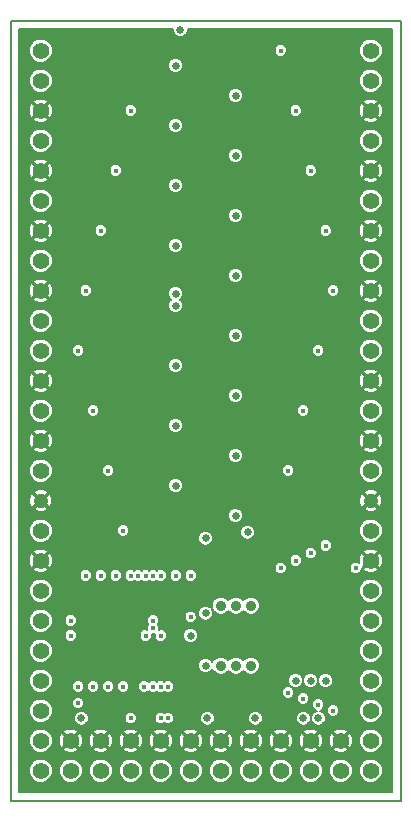
<source format=gbr>
%TF.GenerationSoftware,KiCad,Pcbnew,4.0.2-stable*%
%TF.CreationDate,2021-11-11T11:09:56-08:00*%
%TF.ProjectId,pwm,70776D2E6B696361645F706362000000,rev?*%
%TF.FileFunction,Copper,L3,Inr,Plane*%
%FSLAX46Y46*%
G04 Gerber Fmt 4.6, Leading zero omitted, Abs format (unit mm)*
G04 Created by KiCad (PCBNEW 4.0.2-stable) date 11/11/2021 11:09:56 AM*
%MOMM*%
G01*
G04 APERTURE LIST*
%ADD10C,0.100000*%
%ADD11C,0.150000*%
%ADD12C,1.397000*%
%ADD13C,1.270000*%
%ADD14C,0.406400*%
%ADD15C,0.635000*%
%ADD16C,0.889000*%
%ADD17C,0.127000*%
G04 APERTURE END LIST*
D10*
D11*
X153670000Y-71120000D02*
X186690000Y-71120000D01*
X153670000Y-137160000D02*
X186690000Y-137160000D01*
X153670000Y-137160000D02*
X153670000Y-71120000D01*
X186690000Y-71120000D02*
X186690000Y-137160000D01*
D12*
X156210000Y-73660000D03*
X156210000Y-76200000D03*
X156210000Y-78740000D03*
X156210000Y-81280000D03*
X156210000Y-83820000D03*
X156210000Y-86360000D03*
X156210000Y-88900000D03*
X156210000Y-91440000D03*
X156210000Y-93980000D03*
X156210000Y-96520000D03*
X156210000Y-99060000D03*
X156210000Y-101600000D03*
X156210000Y-104140000D03*
X156210000Y-106680000D03*
X156210000Y-109220000D03*
D13*
X156210000Y-111760000D03*
D12*
X156210000Y-114300000D03*
X156210000Y-116840000D03*
X156210000Y-119380000D03*
X156210000Y-121920000D03*
X156210000Y-124460000D03*
X156210000Y-127000000D03*
X156210000Y-129540000D03*
X156210000Y-132080000D03*
X156210000Y-134620000D03*
X184150000Y-73660000D03*
X184150000Y-76200000D03*
X184150000Y-78740000D03*
X184150000Y-81280000D03*
X184150000Y-83820000D03*
X184150000Y-86360000D03*
X184150000Y-88900000D03*
X184150000Y-91440000D03*
X184150000Y-93980000D03*
X184150000Y-96520000D03*
X184150000Y-99060000D03*
X184150000Y-101600000D03*
X184150000Y-104140000D03*
X184150000Y-106680000D03*
X184150000Y-109220000D03*
D13*
X184150000Y-111760000D03*
D12*
X184150000Y-114300000D03*
X184150000Y-116840000D03*
X184150000Y-119380000D03*
X184150000Y-121920000D03*
X184150000Y-124460000D03*
X184150000Y-127000000D03*
X184150000Y-129540000D03*
X184150000Y-132080000D03*
X184150000Y-134620000D03*
X171450000Y-132080000D03*
X181610000Y-132080000D03*
X179070000Y-132080000D03*
X176530000Y-132080000D03*
X173990000Y-132080000D03*
X168910000Y-132080000D03*
X166370000Y-132080000D03*
X163830000Y-132080000D03*
X161290000Y-132080000D03*
X158750000Y-132080000D03*
X168910000Y-134620000D03*
X158750000Y-134620000D03*
X161290000Y-134620000D03*
X163830000Y-134620000D03*
X166370000Y-134620000D03*
X171450000Y-134620000D03*
X173990000Y-134620000D03*
X176530000Y-134620000D03*
X179070000Y-134620000D03*
X181610000Y-134620000D03*
D14*
X166370000Y-127508000D03*
X166370000Y-130175000D03*
D15*
X170180000Y-114935000D03*
X170180000Y-121285000D03*
X170180000Y-125730000D03*
D16*
X172720000Y-125730000D03*
X173990000Y-125730000D03*
X171450000Y-125730000D03*
X172720000Y-120650000D03*
X171450000Y-120650000D03*
X173990000Y-120650000D03*
D15*
X168021000Y-71882000D03*
X167640000Y-94234000D03*
X159639000Y-130175000D03*
X173736000Y-114427000D03*
X179070000Y-127000000D03*
X177800000Y-127000000D03*
X180340000Y-127000000D03*
X179705000Y-130175000D03*
X178435000Y-130175000D03*
X168910000Y-123190000D03*
D14*
X167640000Y-118110000D03*
X164465000Y-118110000D03*
D15*
X174371000Y-130175000D03*
X170307000Y-130175000D03*
X167640000Y-110490000D03*
X167640000Y-105410000D03*
X167640000Y-100330000D03*
X172720000Y-113030000D03*
X172720000Y-107950000D03*
X172720000Y-102870000D03*
X172720000Y-97790000D03*
X167640000Y-95250000D03*
X172720000Y-87630000D03*
X172720000Y-92710000D03*
X167640000Y-90170000D03*
X167640000Y-85090000D03*
X167640000Y-80010000D03*
X172720000Y-82550000D03*
X172720000Y-77470000D03*
X167640000Y-74930000D03*
X181610000Y-102870000D03*
X181610000Y-72390000D03*
X181610000Y-77470000D03*
X181610000Y-82550000D03*
X181610000Y-87630000D03*
X181610000Y-92710000D03*
X181610000Y-97790000D03*
X181610000Y-107950000D03*
X158750000Y-102870000D03*
X158750000Y-97790000D03*
X158750000Y-92710000D03*
X158750000Y-87630000D03*
X158750000Y-82550000D03*
X158750000Y-77470000D03*
X158750000Y-72390000D03*
X158750000Y-107950000D03*
D14*
X163830000Y-130175000D03*
X165735000Y-127508000D03*
X165735000Y-122555000D03*
X166370000Y-123190000D03*
X166370000Y-118110000D03*
X158750000Y-121920000D03*
X165735000Y-121920000D03*
X165735000Y-118110000D03*
X158750000Y-123190000D03*
X165100000Y-123190000D03*
X165100000Y-118110000D03*
X164973000Y-127508000D03*
X159385000Y-128905000D03*
X167005000Y-130175000D03*
X167005000Y-127508000D03*
X163830000Y-78740000D03*
X163830000Y-118110000D03*
X176530000Y-117475000D03*
X176530000Y-73660000D03*
X162560000Y-83820000D03*
X162560000Y-118110000D03*
X177800000Y-116840000D03*
X177800000Y-78740000D03*
X161290000Y-118110000D03*
X161290000Y-88900000D03*
X179070000Y-116205000D03*
X179070000Y-83820000D03*
X160020000Y-118110000D03*
X160020000Y-93980000D03*
X180340000Y-115570000D03*
X180340000Y-88900000D03*
X159385000Y-127508000D03*
X159385000Y-99060000D03*
X180975000Y-93980000D03*
X180975000Y-129540000D03*
X160655000Y-104140000D03*
X160655000Y-127508000D03*
X179705000Y-129032000D03*
X179705000Y-99060000D03*
X161925000Y-109220000D03*
X161925000Y-127508000D03*
X178435000Y-104140000D03*
X178435000Y-128524000D03*
X163195000Y-114300000D03*
X163195000Y-127508000D03*
X177165000Y-109220000D03*
X177165000Y-128016000D03*
X168910000Y-121602500D03*
X168910000Y-118110000D03*
X182880000Y-117475000D03*
D17*
G36*
X167385890Y-72007755D02*
X167482360Y-72241228D01*
X167660832Y-72420013D01*
X167894137Y-72516889D01*
X168146755Y-72517110D01*
X168380228Y-72420640D01*
X168559013Y-72242168D01*
X168655889Y-72008863D01*
X168656056Y-71818500D01*
X185991500Y-71818500D01*
X185991500Y-136461500D01*
X154368500Y-136461500D01*
X154368500Y-134821208D01*
X155193824Y-134821208D01*
X155348175Y-135194766D01*
X155633731Y-135480821D01*
X156007018Y-135635824D01*
X156411208Y-135636176D01*
X156784766Y-135481825D01*
X157070821Y-135196269D01*
X157225824Y-134822982D01*
X157225825Y-134821208D01*
X157733824Y-134821208D01*
X157888175Y-135194766D01*
X158173731Y-135480821D01*
X158547018Y-135635824D01*
X158951208Y-135636176D01*
X159324766Y-135481825D01*
X159610821Y-135196269D01*
X159765824Y-134822982D01*
X159765825Y-134821208D01*
X160273824Y-134821208D01*
X160428175Y-135194766D01*
X160713731Y-135480821D01*
X161087018Y-135635824D01*
X161491208Y-135636176D01*
X161864766Y-135481825D01*
X162150821Y-135196269D01*
X162305824Y-134822982D01*
X162305825Y-134821208D01*
X162813824Y-134821208D01*
X162968175Y-135194766D01*
X163253731Y-135480821D01*
X163627018Y-135635824D01*
X164031208Y-135636176D01*
X164404766Y-135481825D01*
X164690821Y-135196269D01*
X164845824Y-134822982D01*
X164845825Y-134821208D01*
X165353824Y-134821208D01*
X165508175Y-135194766D01*
X165793731Y-135480821D01*
X166167018Y-135635824D01*
X166571208Y-135636176D01*
X166944766Y-135481825D01*
X167230821Y-135196269D01*
X167385824Y-134822982D01*
X167385825Y-134821208D01*
X167893824Y-134821208D01*
X168048175Y-135194766D01*
X168333731Y-135480821D01*
X168707018Y-135635824D01*
X169111208Y-135636176D01*
X169484766Y-135481825D01*
X169770821Y-135196269D01*
X169925824Y-134822982D01*
X169925825Y-134821208D01*
X170433824Y-134821208D01*
X170588175Y-135194766D01*
X170873731Y-135480821D01*
X171247018Y-135635824D01*
X171651208Y-135636176D01*
X172024766Y-135481825D01*
X172310821Y-135196269D01*
X172465824Y-134822982D01*
X172465825Y-134821208D01*
X172973824Y-134821208D01*
X173128175Y-135194766D01*
X173413731Y-135480821D01*
X173787018Y-135635824D01*
X174191208Y-135636176D01*
X174564766Y-135481825D01*
X174850821Y-135196269D01*
X175005824Y-134822982D01*
X175005825Y-134821208D01*
X175513824Y-134821208D01*
X175668175Y-135194766D01*
X175953731Y-135480821D01*
X176327018Y-135635824D01*
X176731208Y-135636176D01*
X177104766Y-135481825D01*
X177390821Y-135196269D01*
X177545824Y-134822982D01*
X177545825Y-134821208D01*
X178053824Y-134821208D01*
X178208175Y-135194766D01*
X178493731Y-135480821D01*
X178867018Y-135635824D01*
X179271208Y-135636176D01*
X179644766Y-135481825D01*
X179930821Y-135196269D01*
X180085824Y-134822982D01*
X180085825Y-134821208D01*
X180593824Y-134821208D01*
X180748175Y-135194766D01*
X181033731Y-135480821D01*
X181407018Y-135635824D01*
X181811208Y-135636176D01*
X182184766Y-135481825D01*
X182470821Y-135196269D01*
X182625824Y-134822982D01*
X182625825Y-134821208D01*
X183133824Y-134821208D01*
X183288175Y-135194766D01*
X183573731Y-135480821D01*
X183947018Y-135635824D01*
X184351208Y-135636176D01*
X184724766Y-135481825D01*
X185010821Y-135196269D01*
X185165824Y-134822982D01*
X185166176Y-134418792D01*
X185011825Y-134045234D01*
X184726269Y-133759179D01*
X184352982Y-133604176D01*
X183948792Y-133603824D01*
X183575234Y-133758175D01*
X183289179Y-134043731D01*
X183134176Y-134417018D01*
X183133824Y-134821208D01*
X182625825Y-134821208D01*
X182626176Y-134418792D01*
X182471825Y-134045234D01*
X182186269Y-133759179D01*
X181812982Y-133604176D01*
X181408792Y-133603824D01*
X181035234Y-133758175D01*
X180749179Y-134043731D01*
X180594176Y-134417018D01*
X180593824Y-134821208D01*
X180085825Y-134821208D01*
X180086176Y-134418792D01*
X179931825Y-134045234D01*
X179646269Y-133759179D01*
X179272982Y-133604176D01*
X178868792Y-133603824D01*
X178495234Y-133758175D01*
X178209179Y-134043731D01*
X178054176Y-134417018D01*
X178053824Y-134821208D01*
X177545825Y-134821208D01*
X177546176Y-134418792D01*
X177391825Y-134045234D01*
X177106269Y-133759179D01*
X176732982Y-133604176D01*
X176328792Y-133603824D01*
X175955234Y-133758175D01*
X175669179Y-134043731D01*
X175514176Y-134417018D01*
X175513824Y-134821208D01*
X175005825Y-134821208D01*
X175006176Y-134418792D01*
X174851825Y-134045234D01*
X174566269Y-133759179D01*
X174192982Y-133604176D01*
X173788792Y-133603824D01*
X173415234Y-133758175D01*
X173129179Y-134043731D01*
X172974176Y-134417018D01*
X172973824Y-134821208D01*
X172465825Y-134821208D01*
X172466176Y-134418792D01*
X172311825Y-134045234D01*
X172026269Y-133759179D01*
X171652982Y-133604176D01*
X171248792Y-133603824D01*
X170875234Y-133758175D01*
X170589179Y-134043731D01*
X170434176Y-134417018D01*
X170433824Y-134821208D01*
X169925825Y-134821208D01*
X169926176Y-134418792D01*
X169771825Y-134045234D01*
X169486269Y-133759179D01*
X169112982Y-133604176D01*
X168708792Y-133603824D01*
X168335234Y-133758175D01*
X168049179Y-134043731D01*
X167894176Y-134417018D01*
X167893824Y-134821208D01*
X167385825Y-134821208D01*
X167386176Y-134418792D01*
X167231825Y-134045234D01*
X166946269Y-133759179D01*
X166572982Y-133604176D01*
X166168792Y-133603824D01*
X165795234Y-133758175D01*
X165509179Y-134043731D01*
X165354176Y-134417018D01*
X165353824Y-134821208D01*
X164845825Y-134821208D01*
X164846176Y-134418792D01*
X164691825Y-134045234D01*
X164406269Y-133759179D01*
X164032982Y-133604176D01*
X163628792Y-133603824D01*
X163255234Y-133758175D01*
X162969179Y-134043731D01*
X162814176Y-134417018D01*
X162813824Y-134821208D01*
X162305825Y-134821208D01*
X162306176Y-134418792D01*
X162151825Y-134045234D01*
X161866269Y-133759179D01*
X161492982Y-133604176D01*
X161088792Y-133603824D01*
X160715234Y-133758175D01*
X160429179Y-134043731D01*
X160274176Y-134417018D01*
X160273824Y-134821208D01*
X159765825Y-134821208D01*
X159766176Y-134418792D01*
X159611825Y-134045234D01*
X159326269Y-133759179D01*
X158952982Y-133604176D01*
X158548792Y-133603824D01*
X158175234Y-133758175D01*
X157889179Y-134043731D01*
X157734176Y-134417018D01*
X157733824Y-134821208D01*
X157225825Y-134821208D01*
X157226176Y-134418792D01*
X157071825Y-134045234D01*
X156786269Y-133759179D01*
X156412982Y-133604176D01*
X156008792Y-133603824D01*
X155635234Y-133758175D01*
X155349179Y-134043731D01*
X155194176Y-134417018D01*
X155193824Y-134821208D01*
X154368500Y-134821208D01*
X154368500Y-132281208D01*
X155193824Y-132281208D01*
X155348175Y-132654766D01*
X155633731Y-132940821D01*
X156007018Y-133095824D01*
X156411208Y-133096176D01*
X156784766Y-132941825D01*
X156927061Y-132799778D01*
X158120024Y-132799778D01*
X158193628Y-132953814D01*
X158570373Y-133100213D01*
X158974465Y-133091294D01*
X159306372Y-132953814D01*
X159379976Y-132799778D01*
X160660024Y-132799778D01*
X160733628Y-132953814D01*
X161110373Y-133100213D01*
X161514465Y-133091294D01*
X161846372Y-132953814D01*
X161919976Y-132799778D01*
X163200024Y-132799778D01*
X163273628Y-132953814D01*
X163650373Y-133100213D01*
X164054465Y-133091294D01*
X164386372Y-132953814D01*
X164459976Y-132799778D01*
X165740024Y-132799778D01*
X165813628Y-132953814D01*
X166190373Y-133100213D01*
X166594465Y-133091294D01*
X166926372Y-132953814D01*
X166999976Y-132799778D01*
X168280024Y-132799778D01*
X168353628Y-132953814D01*
X168730373Y-133100213D01*
X169134465Y-133091294D01*
X169466372Y-132953814D01*
X169539976Y-132799778D01*
X170820024Y-132799778D01*
X170893628Y-132953814D01*
X171270373Y-133100213D01*
X171674465Y-133091294D01*
X172006372Y-132953814D01*
X172079976Y-132799778D01*
X173360024Y-132799778D01*
X173433628Y-132953814D01*
X173810373Y-133100213D01*
X174214465Y-133091294D01*
X174546372Y-132953814D01*
X174619976Y-132799778D01*
X175900024Y-132799778D01*
X175973628Y-132953814D01*
X176350373Y-133100213D01*
X176754465Y-133091294D01*
X177086372Y-132953814D01*
X177159976Y-132799778D01*
X178440024Y-132799778D01*
X178513628Y-132953814D01*
X178890373Y-133100213D01*
X179294465Y-133091294D01*
X179626372Y-132953814D01*
X179699976Y-132799778D01*
X180980024Y-132799778D01*
X181053628Y-132953814D01*
X181430373Y-133100213D01*
X181834465Y-133091294D01*
X182166372Y-132953814D01*
X182239976Y-132799778D01*
X181610000Y-132169803D01*
X180980024Y-132799778D01*
X179699976Y-132799778D01*
X179070000Y-132169803D01*
X178440024Y-132799778D01*
X177159976Y-132799778D01*
X176530000Y-132169803D01*
X175900024Y-132799778D01*
X174619976Y-132799778D01*
X173990000Y-132169803D01*
X173360024Y-132799778D01*
X172079976Y-132799778D01*
X171450000Y-132169803D01*
X170820024Y-132799778D01*
X169539976Y-132799778D01*
X168910000Y-132169803D01*
X168280024Y-132799778D01*
X166999976Y-132799778D01*
X166370000Y-132169803D01*
X165740024Y-132799778D01*
X164459976Y-132799778D01*
X163830000Y-132169803D01*
X163200024Y-132799778D01*
X161919976Y-132799778D01*
X161290000Y-132169803D01*
X160660024Y-132799778D01*
X159379976Y-132799778D01*
X158750000Y-132169803D01*
X158120024Y-132799778D01*
X156927061Y-132799778D01*
X157070821Y-132656269D01*
X157225824Y-132282982D01*
X157226157Y-131900373D01*
X157729787Y-131900373D01*
X157738706Y-132304465D01*
X157876186Y-132636372D01*
X158030222Y-132709976D01*
X158660197Y-132080000D01*
X158839803Y-132080000D01*
X159469778Y-132709976D01*
X159623814Y-132636372D01*
X159770213Y-132259627D01*
X159762284Y-131900373D01*
X160269787Y-131900373D01*
X160278706Y-132304465D01*
X160416186Y-132636372D01*
X160570222Y-132709976D01*
X161200197Y-132080000D01*
X161379803Y-132080000D01*
X162009778Y-132709976D01*
X162163814Y-132636372D01*
X162310213Y-132259627D01*
X162302284Y-131900373D01*
X162809787Y-131900373D01*
X162818706Y-132304465D01*
X162956186Y-132636372D01*
X163110222Y-132709976D01*
X163740197Y-132080000D01*
X163919803Y-132080000D01*
X164549778Y-132709976D01*
X164703814Y-132636372D01*
X164850213Y-132259627D01*
X164842284Y-131900373D01*
X165349787Y-131900373D01*
X165358706Y-132304465D01*
X165496186Y-132636372D01*
X165650222Y-132709976D01*
X166280197Y-132080000D01*
X166459803Y-132080000D01*
X167089778Y-132709976D01*
X167243814Y-132636372D01*
X167390213Y-132259627D01*
X167382284Y-131900373D01*
X167889787Y-131900373D01*
X167898706Y-132304465D01*
X168036186Y-132636372D01*
X168190222Y-132709976D01*
X168820197Y-132080000D01*
X168999803Y-132080000D01*
X169629778Y-132709976D01*
X169783814Y-132636372D01*
X169930213Y-132259627D01*
X169922284Y-131900373D01*
X170429787Y-131900373D01*
X170438706Y-132304465D01*
X170576186Y-132636372D01*
X170730222Y-132709976D01*
X171360197Y-132080000D01*
X171539803Y-132080000D01*
X172169778Y-132709976D01*
X172323814Y-132636372D01*
X172470213Y-132259627D01*
X172462284Y-131900373D01*
X172969787Y-131900373D01*
X172978706Y-132304465D01*
X173116186Y-132636372D01*
X173270222Y-132709976D01*
X173900197Y-132080000D01*
X174079803Y-132080000D01*
X174709778Y-132709976D01*
X174863814Y-132636372D01*
X175010213Y-132259627D01*
X175002284Y-131900373D01*
X175509787Y-131900373D01*
X175518706Y-132304465D01*
X175656186Y-132636372D01*
X175810222Y-132709976D01*
X176440197Y-132080000D01*
X176619803Y-132080000D01*
X177249778Y-132709976D01*
X177403814Y-132636372D01*
X177550213Y-132259627D01*
X177542284Y-131900373D01*
X178049787Y-131900373D01*
X178058706Y-132304465D01*
X178196186Y-132636372D01*
X178350222Y-132709976D01*
X178980197Y-132080000D01*
X179159803Y-132080000D01*
X179789778Y-132709976D01*
X179943814Y-132636372D01*
X180090213Y-132259627D01*
X180082284Y-131900373D01*
X180589787Y-131900373D01*
X180598706Y-132304465D01*
X180736186Y-132636372D01*
X180890222Y-132709976D01*
X181520197Y-132080000D01*
X181699803Y-132080000D01*
X182329778Y-132709976D01*
X182483814Y-132636372D01*
X182621826Y-132281208D01*
X183133824Y-132281208D01*
X183288175Y-132654766D01*
X183573731Y-132940821D01*
X183947018Y-133095824D01*
X184351208Y-133096176D01*
X184724766Y-132941825D01*
X185010821Y-132656269D01*
X185165824Y-132282982D01*
X185166176Y-131878792D01*
X185011825Y-131505234D01*
X184726269Y-131219179D01*
X184352982Y-131064176D01*
X183948792Y-131063824D01*
X183575234Y-131218175D01*
X183289179Y-131503731D01*
X183134176Y-131877018D01*
X183133824Y-132281208D01*
X182621826Y-132281208D01*
X182630213Y-132259627D01*
X182621294Y-131855535D01*
X182483814Y-131523628D01*
X182329778Y-131450024D01*
X181699803Y-132080000D01*
X181520197Y-132080000D01*
X180890222Y-131450024D01*
X180736186Y-131523628D01*
X180589787Y-131900373D01*
X180082284Y-131900373D01*
X180081294Y-131855535D01*
X179943814Y-131523628D01*
X179789778Y-131450024D01*
X179159803Y-132080000D01*
X178980197Y-132080000D01*
X178350222Y-131450024D01*
X178196186Y-131523628D01*
X178049787Y-131900373D01*
X177542284Y-131900373D01*
X177541294Y-131855535D01*
X177403814Y-131523628D01*
X177249778Y-131450024D01*
X176619803Y-132080000D01*
X176440197Y-132080000D01*
X175810222Y-131450024D01*
X175656186Y-131523628D01*
X175509787Y-131900373D01*
X175002284Y-131900373D01*
X175001294Y-131855535D01*
X174863814Y-131523628D01*
X174709778Y-131450024D01*
X174079803Y-132080000D01*
X173900197Y-132080000D01*
X173270222Y-131450024D01*
X173116186Y-131523628D01*
X172969787Y-131900373D01*
X172462284Y-131900373D01*
X172461294Y-131855535D01*
X172323814Y-131523628D01*
X172169778Y-131450024D01*
X171539803Y-132080000D01*
X171360197Y-132080000D01*
X170730222Y-131450024D01*
X170576186Y-131523628D01*
X170429787Y-131900373D01*
X169922284Y-131900373D01*
X169921294Y-131855535D01*
X169783814Y-131523628D01*
X169629778Y-131450024D01*
X168999803Y-132080000D01*
X168820197Y-132080000D01*
X168190222Y-131450024D01*
X168036186Y-131523628D01*
X167889787Y-131900373D01*
X167382284Y-131900373D01*
X167381294Y-131855535D01*
X167243814Y-131523628D01*
X167089778Y-131450024D01*
X166459803Y-132080000D01*
X166280197Y-132080000D01*
X165650222Y-131450024D01*
X165496186Y-131523628D01*
X165349787Y-131900373D01*
X164842284Y-131900373D01*
X164841294Y-131855535D01*
X164703814Y-131523628D01*
X164549778Y-131450024D01*
X163919803Y-132080000D01*
X163740197Y-132080000D01*
X163110222Y-131450024D01*
X162956186Y-131523628D01*
X162809787Y-131900373D01*
X162302284Y-131900373D01*
X162301294Y-131855535D01*
X162163814Y-131523628D01*
X162009778Y-131450024D01*
X161379803Y-132080000D01*
X161200197Y-132080000D01*
X160570222Y-131450024D01*
X160416186Y-131523628D01*
X160269787Y-131900373D01*
X159762284Y-131900373D01*
X159761294Y-131855535D01*
X159623814Y-131523628D01*
X159469778Y-131450024D01*
X158839803Y-132080000D01*
X158660197Y-132080000D01*
X158030222Y-131450024D01*
X157876186Y-131523628D01*
X157729787Y-131900373D01*
X157226157Y-131900373D01*
X157226176Y-131878792D01*
X157071825Y-131505234D01*
X156927066Y-131360222D01*
X158120024Y-131360222D01*
X158750000Y-131990197D01*
X159379976Y-131360222D01*
X160660024Y-131360222D01*
X161290000Y-131990197D01*
X161919976Y-131360222D01*
X163200024Y-131360222D01*
X163830000Y-131990197D01*
X164459976Y-131360222D01*
X165740024Y-131360222D01*
X166370000Y-131990197D01*
X166999976Y-131360222D01*
X168280024Y-131360222D01*
X168910000Y-131990197D01*
X169539976Y-131360222D01*
X170820024Y-131360222D01*
X171450000Y-131990197D01*
X172079976Y-131360222D01*
X173360024Y-131360222D01*
X173990000Y-131990197D01*
X174619976Y-131360222D01*
X175900024Y-131360222D01*
X176530000Y-131990197D01*
X177159976Y-131360222D01*
X178440024Y-131360222D01*
X179070000Y-131990197D01*
X179699976Y-131360222D01*
X180980024Y-131360222D01*
X181610000Y-131990197D01*
X182239976Y-131360222D01*
X182166372Y-131206186D01*
X181789627Y-131059787D01*
X181385535Y-131068706D01*
X181053628Y-131206186D01*
X180980024Y-131360222D01*
X179699976Y-131360222D01*
X179626372Y-131206186D01*
X179249627Y-131059787D01*
X178845535Y-131068706D01*
X178513628Y-131206186D01*
X178440024Y-131360222D01*
X177159976Y-131360222D01*
X177086372Y-131206186D01*
X176709627Y-131059787D01*
X176305535Y-131068706D01*
X175973628Y-131206186D01*
X175900024Y-131360222D01*
X174619976Y-131360222D01*
X174546372Y-131206186D01*
X174169627Y-131059787D01*
X173765535Y-131068706D01*
X173433628Y-131206186D01*
X173360024Y-131360222D01*
X172079976Y-131360222D01*
X172006372Y-131206186D01*
X171629627Y-131059787D01*
X171225535Y-131068706D01*
X170893628Y-131206186D01*
X170820024Y-131360222D01*
X169539976Y-131360222D01*
X169466372Y-131206186D01*
X169089627Y-131059787D01*
X168685535Y-131068706D01*
X168353628Y-131206186D01*
X168280024Y-131360222D01*
X166999976Y-131360222D01*
X166926372Y-131206186D01*
X166549627Y-131059787D01*
X166145535Y-131068706D01*
X165813628Y-131206186D01*
X165740024Y-131360222D01*
X164459976Y-131360222D01*
X164386372Y-131206186D01*
X164009627Y-131059787D01*
X163605535Y-131068706D01*
X163273628Y-131206186D01*
X163200024Y-131360222D01*
X161919976Y-131360222D01*
X161846372Y-131206186D01*
X161469627Y-131059787D01*
X161065535Y-131068706D01*
X160733628Y-131206186D01*
X160660024Y-131360222D01*
X159379976Y-131360222D01*
X159306372Y-131206186D01*
X158929627Y-131059787D01*
X158525535Y-131068706D01*
X158193628Y-131206186D01*
X158120024Y-131360222D01*
X156927066Y-131360222D01*
X156786269Y-131219179D01*
X156412982Y-131064176D01*
X156008792Y-131063824D01*
X155635234Y-131218175D01*
X155349179Y-131503731D01*
X155194176Y-131877018D01*
X155193824Y-132281208D01*
X154368500Y-132281208D01*
X154368500Y-129741208D01*
X155193824Y-129741208D01*
X155348175Y-130114766D01*
X155633731Y-130400821D01*
X156007018Y-130555824D01*
X156411208Y-130556176D01*
X156784766Y-130401825D01*
X156886012Y-130300755D01*
X159003890Y-130300755D01*
X159100360Y-130534228D01*
X159278832Y-130713013D01*
X159512137Y-130809889D01*
X159764755Y-130810110D01*
X159998228Y-130713640D01*
X160177013Y-130535168D01*
X160273889Y-130301863D01*
X160273909Y-130278119D01*
X163309210Y-130278119D01*
X163388315Y-130469567D01*
X163534662Y-130616170D01*
X163725972Y-130695609D01*
X163933119Y-130695790D01*
X164124567Y-130616685D01*
X164271170Y-130470338D01*
X164350609Y-130279028D01*
X164350609Y-130278119D01*
X165849210Y-130278119D01*
X165928315Y-130469567D01*
X166074662Y-130616170D01*
X166265972Y-130695609D01*
X166473119Y-130695790D01*
X166664567Y-130616685D01*
X166687411Y-130593880D01*
X166709662Y-130616170D01*
X166900972Y-130695609D01*
X167108119Y-130695790D01*
X167299567Y-130616685D01*
X167446170Y-130470338D01*
X167516587Y-130300755D01*
X169671890Y-130300755D01*
X169768360Y-130534228D01*
X169946832Y-130713013D01*
X170180137Y-130809889D01*
X170432755Y-130810110D01*
X170666228Y-130713640D01*
X170845013Y-130535168D01*
X170941889Y-130301863D01*
X170941889Y-130300755D01*
X173735890Y-130300755D01*
X173832360Y-130534228D01*
X174010832Y-130713013D01*
X174244137Y-130809889D01*
X174496755Y-130810110D01*
X174730228Y-130713640D01*
X174909013Y-130535168D01*
X175005889Y-130301863D01*
X175005889Y-130300755D01*
X177799890Y-130300755D01*
X177896360Y-130534228D01*
X178074832Y-130713013D01*
X178308137Y-130809889D01*
X178560755Y-130810110D01*
X178794228Y-130713640D01*
X178973013Y-130535168D01*
X179069889Y-130301863D01*
X179069890Y-130300755D01*
X179166360Y-130534228D01*
X179344832Y-130713013D01*
X179578137Y-130809889D01*
X179830755Y-130810110D01*
X180064228Y-130713640D01*
X180243013Y-130535168D01*
X180339889Y-130301863D01*
X180340110Y-130049245D01*
X180243640Y-129815772D01*
X180071290Y-129643119D01*
X180454210Y-129643119D01*
X180533315Y-129834567D01*
X180679662Y-129981170D01*
X180870972Y-130060609D01*
X181078119Y-130060790D01*
X181269567Y-129981685D01*
X181416170Y-129835338D01*
X181455256Y-129741208D01*
X183133824Y-129741208D01*
X183288175Y-130114766D01*
X183573731Y-130400821D01*
X183947018Y-130555824D01*
X184351208Y-130556176D01*
X184724766Y-130401825D01*
X185010821Y-130116269D01*
X185165824Y-129742982D01*
X185166176Y-129338792D01*
X185011825Y-128965234D01*
X184726269Y-128679179D01*
X184352982Y-128524176D01*
X183948792Y-128523824D01*
X183575234Y-128678175D01*
X183289179Y-128963731D01*
X183134176Y-129337018D01*
X183133824Y-129741208D01*
X181455256Y-129741208D01*
X181495609Y-129644028D01*
X181495790Y-129436881D01*
X181416685Y-129245433D01*
X181270338Y-129098830D01*
X181079028Y-129019391D01*
X180871881Y-129019210D01*
X180680433Y-129098315D01*
X180533830Y-129244662D01*
X180454391Y-129435972D01*
X180454210Y-129643119D01*
X180071290Y-129643119D01*
X180065168Y-129636987D01*
X179835325Y-129541549D01*
X179999567Y-129473685D01*
X180146170Y-129327338D01*
X180225609Y-129136028D01*
X180225790Y-128928881D01*
X180146685Y-128737433D01*
X180000338Y-128590830D01*
X179809028Y-128511391D01*
X179601881Y-128511210D01*
X179410433Y-128590315D01*
X179263830Y-128736662D01*
X179184391Y-128927972D01*
X179184210Y-129135119D01*
X179263315Y-129326567D01*
X179409662Y-129473170D01*
X179574782Y-129541734D01*
X179345772Y-129636360D01*
X179166987Y-129814832D01*
X179070111Y-130048137D01*
X179070110Y-130049245D01*
X179070100Y-130060609D01*
X179070100Y-130060790D01*
X179070091Y-130070972D01*
X179070090Y-130071881D01*
X179070053Y-130114766D01*
X179070051Y-130116269D01*
X179069910Y-130278119D01*
X179069909Y-130279028D01*
X179069890Y-130300755D01*
X179069909Y-130279028D01*
X179069910Y-130278119D01*
X179070051Y-130116269D01*
X179070053Y-130114766D01*
X179070090Y-130071881D01*
X179070091Y-130070972D01*
X179070100Y-130060790D01*
X179070100Y-130060609D01*
X179070110Y-130049245D01*
X178973640Y-129815772D01*
X178795168Y-129636987D01*
X178561863Y-129540111D01*
X178309245Y-129539890D01*
X178075772Y-129636360D01*
X177896987Y-129814832D01*
X177800111Y-130048137D01*
X177799890Y-130300755D01*
X175005889Y-130300755D01*
X175006110Y-130049245D01*
X174909640Y-129815772D01*
X174731168Y-129636987D01*
X174497863Y-129540111D01*
X174245245Y-129539890D01*
X174011772Y-129636360D01*
X173832987Y-129814832D01*
X173736111Y-130048137D01*
X173735890Y-130300755D01*
X170941889Y-130300755D01*
X170942110Y-130049245D01*
X170845640Y-129815772D01*
X170667168Y-129636987D01*
X170433863Y-129540111D01*
X170181245Y-129539890D01*
X169947772Y-129636360D01*
X169768987Y-129814832D01*
X169672111Y-130048137D01*
X169671890Y-130300755D01*
X167516587Y-130300755D01*
X167525609Y-130279028D01*
X167525790Y-130071881D01*
X167446685Y-129880433D01*
X167300338Y-129733830D01*
X167109028Y-129654391D01*
X166901881Y-129654210D01*
X166710433Y-129733315D01*
X166687589Y-129756120D01*
X166665338Y-129733830D01*
X166474028Y-129654391D01*
X166266881Y-129654210D01*
X166075433Y-129733315D01*
X165928830Y-129879662D01*
X165849391Y-130070972D01*
X165849210Y-130278119D01*
X164350609Y-130278119D01*
X164350790Y-130071881D01*
X164271685Y-129880433D01*
X164125338Y-129733830D01*
X163934028Y-129654391D01*
X163726881Y-129654210D01*
X163535433Y-129733315D01*
X163388830Y-129879662D01*
X163309391Y-130070972D01*
X163309210Y-130278119D01*
X160273909Y-130278119D01*
X160274110Y-130049245D01*
X160177640Y-129815772D01*
X159999168Y-129636987D01*
X159765863Y-129540111D01*
X159513245Y-129539890D01*
X159279772Y-129636360D01*
X159100987Y-129814832D01*
X159004111Y-130048137D01*
X159003890Y-130300755D01*
X156886012Y-130300755D01*
X157070821Y-130116269D01*
X157225824Y-129742982D01*
X157226176Y-129338792D01*
X157089545Y-129008119D01*
X158864210Y-129008119D01*
X158943315Y-129199567D01*
X159089662Y-129346170D01*
X159280972Y-129425609D01*
X159488119Y-129425790D01*
X159679567Y-129346685D01*
X159826170Y-129200338D01*
X159905609Y-129009028D01*
X159905790Y-128801881D01*
X159833580Y-128627119D01*
X177914210Y-128627119D01*
X177993315Y-128818567D01*
X178139662Y-128965170D01*
X178330972Y-129044609D01*
X178538119Y-129044790D01*
X178729567Y-128965685D01*
X178876170Y-128819338D01*
X178955609Y-128628028D01*
X178955790Y-128420881D01*
X178876685Y-128229433D01*
X178730338Y-128082830D01*
X178539028Y-128003391D01*
X178331881Y-128003210D01*
X178140433Y-128082315D01*
X177993830Y-128228662D01*
X177914391Y-128419972D01*
X177914210Y-128627119D01*
X159833580Y-128627119D01*
X159826685Y-128610433D01*
X159680338Y-128463830D01*
X159489028Y-128384391D01*
X159281881Y-128384210D01*
X159090433Y-128463315D01*
X158943830Y-128609662D01*
X158864391Y-128800972D01*
X158864210Y-129008119D01*
X157089545Y-129008119D01*
X157071825Y-128965234D01*
X156786269Y-128679179D01*
X156412982Y-128524176D01*
X156008792Y-128523824D01*
X155635234Y-128678175D01*
X155349179Y-128963731D01*
X155194176Y-129337018D01*
X155193824Y-129741208D01*
X154368500Y-129741208D01*
X154368500Y-128119119D01*
X176644210Y-128119119D01*
X176723315Y-128310567D01*
X176869662Y-128457170D01*
X177060972Y-128536609D01*
X177268119Y-128536790D01*
X177459567Y-128457685D01*
X177606170Y-128311338D01*
X177685609Y-128120028D01*
X177685790Y-127912881D01*
X177606685Y-127721433D01*
X177460338Y-127574830D01*
X177269028Y-127495391D01*
X177061881Y-127495210D01*
X176870433Y-127574315D01*
X176723830Y-127720662D01*
X176644391Y-127911972D01*
X176644210Y-128119119D01*
X154368500Y-128119119D01*
X154368500Y-127201208D01*
X155193824Y-127201208D01*
X155348175Y-127574766D01*
X155633731Y-127860821D01*
X156007018Y-128015824D01*
X156411208Y-128016176D01*
X156784766Y-127861825D01*
X157035910Y-127611119D01*
X158864210Y-127611119D01*
X158943315Y-127802567D01*
X159089662Y-127949170D01*
X159280972Y-128028609D01*
X159488119Y-128028790D01*
X159679567Y-127949685D01*
X159826170Y-127803338D01*
X159905609Y-127612028D01*
X159905609Y-127611119D01*
X160134210Y-127611119D01*
X160213315Y-127802567D01*
X160359662Y-127949170D01*
X160550972Y-128028609D01*
X160758119Y-128028790D01*
X160949567Y-127949685D01*
X161096170Y-127803338D01*
X161175609Y-127612028D01*
X161175609Y-127611119D01*
X161404210Y-127611119D01*
X161483315Y-127802567D01*
X161629662Y-127949170D01*
X161820972Y-128028609D01*
X162028119Y-128028790D01*
X162219567Y-127949685D01*
X162366170Y-127803338D01*
X162445609Y-127612028D01*
X162445609Y-127611119D01*
X162674210Y-127611119D01*
X162753315Y-127802567D01*
X162899662Y-127949170D01*
X163090972Y-128028609D01*
X163298119Y-128028790D01*
X163489567Y-127949685D01*
X163636170Y-127803338D01*
X163715609Y-127612028D01*
X163715609Y-127611119D01*
X164452210Y-127611119D01*
X164531315Y-127802567D01*
X164677662Y-127949170D01*
X164868972Y-128028609D01*
X165076119Y-128028790D01*
X165267567Y-127949685D01*
X165354022Y-127863381D01*
X165439662Y-127949170D01*
X165630972Y-128028609D01*
X165838119Y-128028790D01*
X166029567Y-127949685D01*
X166052411Y-127926880D01*
X166074662Y-127949170D01*
X166265972Y-128028609D01*
X166473119Y-128028790D01*
X166664567Y-127949685D01*
X166687411Y-127926880D01*
X166709662Y-127949170D01*
X166900972Y-128028609D01*
X167108119Y-128028790D01*
X167299567Y-127949685D01*
X167446170Y-127803338D01*
X167525609Y-127612028D01*
X167525790Y-127404881D01*
X167446685Y-127213433D01*
X167359161Y-127125755D01*
X177164890Y-127125755D01*
X177261360Y-127359228D01*
X177439832Y-127538013D01*
X177673137Y-127634889D01*
X177925755Y-127635110D01*
X178159228Y-127538640D01*
X178338013Y-127360168D01*
X178434889Y-127126863D01*
X178434890Y-127125755D01*
X178531360Y-127359228D01*
X178709832Y-127538013D01*
X178943137Y-127634889D01*
X179195755Y-127635110D01*
X179429228Y-127538640D01*
X179608013Y-127360168D01*
X179704889Y-127126863D01*
X179704890Y-127125755D01*
X179801360Y-127359228D01*
X179979832Y-127538013D01*
X180213137Y-127634889D01*
X180465755Y-127635110D01*
X180699228Y-127538640D01*
X180878013Y-127360168D01*
X180944018Y-127201208D01*
X183133824Y-127201208D01*
X183288175Y-127574766D01*
X183573731Y-127860821D01*
X183947018Y-128015824D01*
X184351208Y-128016176D01*
X184724766Y-127861825D01*
X185010821Y-127576269D01*
X185165824Y-127202982D01*
X185166176Y-126798792D01*
X185011825Y-126425234D01*
X184726269Y-126139179D01*
X184352982Y-125984176D01*
X183948792Y-125983824D01*
X183575234Y-126138175D01*
X183289179Y-126423731D01*
X183134176Y-126797018D01*
X183133824Y-127201208D01*
X180944018Y-127201208D01*
X180974889Y-127126863D01*
X180975110Y-126874245D01*
X180878640Y-126640772D01*
X180700168Y-126461987D01*
X180466863Y-126365111D01*
X180214245Y-126364890D01*
X179980772Y-126461360D01*
X179801987Y-126639832D01*
X179705111Y-126873137D01*
X179705110Y-126874245D01*
X179705011Y-126987210D01*
X179705011Y-126987391D01*
X179704942Y-127066315D01*
X179704942Y-127066830D01*
X179704922Y-127089120D01*
X179704890Y-127125755D01*
X179704922Y-127089120D01*
X179704942Y-127066830D01*
X179704942Y-127066315D01*
X179705011Y-126987391D01*
X179705011Y-126987210D01*
X179705110Y-126874245D01*
X179608640Y-126640772D01*
X179430168Y-126461987D01*
X179196863Y-126365111D01*
X178944245Y-126364890D01*
X178710772Y-126461360D01*
X178531987Y-126639832D01*
X178435111Y-126873137D01*
X178435110Y-126874245D01*
X178435011Y-126987210D01*
X178435011Y-126987391D01*
X178434942Y-127066315D01*
X178434942Y-127066830D01*
X178434922Y-127089120D01*
X178434890Y-127125755D01*
X178434922Y-127089120D01*
X178434942Y-127066830D01*
X178434942Y-127066315D01*
X178435011Y-126987391D01*
X178435011Y-126987210D01*
X178435110Y-126874245D01*
X178338640Y-126640772D01*
X178160168Y-126461987D01*
X177926863Y-126365111D01*
X177674245Y-126364890D01*
X177440772Y-126461360D01*
X177261987Y-126639832D01*
X177165111Y-126873137D01*
X177164890Y-127125755D01*
X167359161Y-127125755D01*
X167300338Y-127066830D01*
X167109028Y-126987391D01*
X166901881Y-126987210D01*
X166710433Y-127066315D01*
X166687589Y-127089120D01*
X166665338Y-127066830D01*
X166474028Y-126987391D01*
X166266881Y-126987210D01*
X166075433Y-127066315D01*
X166052589Y-127089120D01*
X166030338Y-127066830D01*
X165839028Y-126987391D01*
X165631881Y-126987210D01*
X165440433Y-127066315D01*
X165353978Y-127152619D01*
X165268338Y-127066830D01*
X165077028Y-126987391D01*
X164869881Y-126987210D01*
X164678433Y-127066315D01*
X164531830Y-127212662D01*
X164452391Y-127403972D01*
X164452210Y-127611119D01*
X163715609Y-127611119D01*
X163715790Y-127404881D01*
X163636685Y-127213433D01*
X163490338Y-127066830D01*
X163299028Y-126987391D01*
X163091881Y-126987210D01*
X162900433Y-127066315D01*
X162753830Y-127212662D01*
X162674391Y-127403972D01*
X162674210Y-127611119D01*
X162445609Y-127611119D01*
X162445790Y-127404881D01*
X162366685Y-127213433D01*
X162220338Y-127066830D01*
X162029028Y-126987391D01*
X161821881Y-126987210D01*
X161630433Y-127066315D01*
X161483830Y-127212662D01*
X161404391Y-127403972D01*
X161404210Y-127611119D01*
X161175609Y-127611119D01*
X161175790Y-127404881D01*
X161096685Y-127213433D01*
X160950338Y-127066830D01*
X160759028Y-126987391D01*
X160551881Y-126987210D01*
X160360433Y-127066315D01*
X160213830Y-127212662D01*
X160134391Y-127403972D01*
X160134210Y-127611119D01*
X159905609Y-127611119D01*
X159905790Y-127404881D01*
X159826685Y-127213433D01*
X159680338Y-127066830D01*
X159489028Y-126987391D01*
X159281881Y-126987210D01*
X159090433Y-127066315D01*
X158943830Y-127212662D01*
X158864391Y-127403972D01*
X158864210Y-127611119D01*
X157035910Y-127611119D01*
X157070821Y-127576269D01*
X157225824Y-127202982D01*
X157226176Y-126798792D01*
X157071825Y-126425234D01*
X156786269Y-126139179D01*
X156412982Y-125984176D01*
X156008792Y-125983824D01*
X155635234Y-126138175D01*
X155349179Y-126423731D01*
X155194176Y-126797018D01*
X155193824Y-127201208D01*
X154368500Y-127201208D01*
X154368500Y-125855755D01*
X169544890Y-125855755D01*
X169641360Y-126089228D01*
X169819832Y-126268013D01*
X170053137Y-126364889D01*
X170305755Y-126365110D01*
X170539228Y-126268640D01*
X170718013Y-126090168D01*
X170746243Y-126022183D01*
X170803632Y-126161074D01*
X171017798Y-126375615D01*
X171297764Y-126491867D01*
X171600906Y-126492132D01*
X171881074Y-126376368D01*
X172085168Y-126172630D01*
X172287798Y-126375615D01*
X172567764Y-126491867D01*
X172870906Y-126492132D01*
X173151074Y-126376368D01*
X173355168Y-126172630D01*
X173557798Y-126375615D01*
X173837764Y-126491867D01*
X174140906Y-126492132D01*
X174421074Y-126376368D01*
X174635615Y-126162202D01*
X174751867Y-125882236D01*
X174752132Y-125579094D01*
X174636368Y-125298926D01*
X174422202Y-125084385D01*
X174142236Y-124968133D01*
X173839094Y-124967868D01*
X173558926Y-125083632D01*
X173354832Y-125287370D01*
X173152202Y-125084385D01*
X172872236Y-124968133D01*
X172569094Y-124967868D01*
X172288926Y-125083632D01*
X172084832Y-125287370D01*
X171882202Y-125084385D01*
X171602236Y-124968133D01*
X171299094Y-124967868D01*
X171018926Y-125083632D01*
X170804385Y-125297798D01*
X170746293Y-125437698D01*
X170718640Y-125370772D01*
X170540168Y-125191987D01*
X170306863Y-125095111D01*
X170054245Y-125094890D01*
X169820772Y-125191360D01*
X169641987Y-125369832D01*
X169545111Y-125603137D01*
X169544890Y-125855755D01*
X154368500Y-125855755D01*
X154368500Y-124661208D01*
X155193824Y-124661208D01*
X155348175Y-125034766D01*
X155633731Y-125320821D01*
X156007018Y-125475824D01*
X156411208Y-125476176D01*
X156784766Y-125321825D01*
X157070821Y-125036269D01*
X157225824Y-124662982D01*
X157225825Y-124661208D01*
X183133824Y-124661208D01*
X183288175Y-125034766D01*
X183573731Y-125320821D01*
X183947018Y-125475824D01*
X184351208Y-125476176D01*
X184724766Y-125321825D01*
X185010821Y-125036269D01*
X185165824Y-124662982D01*
X185166176Y-124258792D01*
X185011825Y-123885234D01*
X184726269Y-123599179D01*
X184352982Y-123444176D01*
X183948792Y-123443824D01*
X183575234Y-123598175D01*
X183289179Y-123883731D01*
X183134176Y-124257018D01*
X183133824Y-124661208D01*
X157225825Y-124661208D01*
X157226176Y-124258792D01*
X157071825Y-123885234D01*
X156786269Y-123599179D01*
X156412982Y-123444176D01*
X156008792Y-123443824D01*
X155635234Y-123598175D01*
X155349179Y-123883731D01*
X155194176Y-124257018D01*
X155193824Y-124661208D01*
X154368500Y-124661208D01*
X154368500Y-123293119D01*
X158229210Y-123293119D01*
X158308315Y-123484567D01*
X158454662Y-123631170D01*
X158645972Y-123710609D01*
X158853119Y-123710790D01*
X159044567Y-123631685D01*
X159191170Y-123485338D01*
X159270609Y-123294028D01*
X159270609Y-123293119D01*
X164579210Y-123293119D01*
X164658315Y-123484567D01*
X164804662Y-123631170D01*
X164995972Y-123710609D01*
X165203119Y-123710790D01*
X165394567Y-123631685D01*
X165541170Y-123485338D01*
X165620609Y-123294028D01*
X165620790Y-123086881D01*
X165613059Y-123068171D01*
X165630972Y-123075609D01*
X165838119Y-123075790D01*
X165856829Y-123068059D01*
X165849391Y-123085972D01*
X165849210Y-123293119D01*
X165928315Y-123484567D01*
X166074662Y-123631170D01*
X166265972Y-123710609D01*
X166473119Y-123710790D01*
X166664567Y-123631685D01*
X166811170Y-123485338D01*
X166881587Y-123315755D01*
X168274890Y-123315755D01*
X168371360Y-123549228D01*
X168549832Y-123728013D01*
X168783137Y-123824889D01*
X169035755Y-123825110D01*
X169269228Y-123728640D01*
X169448013Y-123550168D01*
X169544889Y-123316863D01*
X169545110Y-123064245D01*
X169448640Y-122830772D01*
X169270168Y-122651987D01*
X169036863Y-122555111D01*
X168784245Y-122554890D01*
X168550772Y-122651360D01*
X168371987Y-122829832D01*
X168275111Y-123063137D01*
X168274890Y-123315755D01*
X166881587Y-123315755D01*
X166890609Y-123294028D01*
X166890790Y-123086881D01*
X166811685Y-122895433D01*
X166665338Y-122748830D01*
X166474028Y-122669391D01*
X166266881Y-122669210D01*
X166248171Y-122676941D01*
X166255609Y-122659028D01*
X166255790Y-122451881D01*
X166176685Y-122260433D01*
X166153880Y-122237589D01*
X166176170Y-122215338D01*
X166255609Y-122024028D01*
X166255790Y-121816881D01*
X166209818Y-121705619D01*
X168389210Y-121705619D01*
X168468315Y-121897067D01*
X168614662Y-122043670D01*
X168805972Y-122123109D01*
X169013119Y-122123290D01*
X169018157Y-122121208D01*
X183133824Y-122121208D01*
X183288175Y-122494766D01*
X183573731Y-122780821D01*
X183947018Y-122935824D01*
X184351208Y-122936176D01*
X184724766Y-122781825D01*
X185010821Y-122496269D01*
X185165824Y-122122982D01*
X185166176Y-121718792D01*
X185011825Y-121345234D01*
X184726269Y-121059179D01*
X184352982Y-120904176D01*
X183948792Y-120903824D01*
X183575234Y-121058175D01*
X183289179Y-121343731D01*
X183134176Y-121717018D01*
X183133824Y-122121208D01*
X169018157Y-122121208D01*
X169204567Y-122044185D01*
X169351170Y-121897838D01*
X169430609Y-121706528D01*
X169430790Y-121499381D01*
X169394171Y-121410755D01*
X169544890Y-121410755D01*
X169641360Y-121644228D01*
X169819832Y-121823013D01*
X170053137Y-121919889D01*
X170305755Y-121920110D01*
X170539228Y-121823640D01*
X170718013Y-121645168D01*
X170814889Y-121411863D01*
X170815110Y-121159245D01*
X170718640Y-120925772D01*
X170593993Y-120800906D01*
X170687868Y-120800906D01*
X170803632Y-121081074D01*
X171017798Y-121295615D01*
X171297764Y-121411867D01*
X171600906Y-121412132D01*
X171881074Y-121296368D01*
X172085168Y-121092630D01*
X172287798Y-121295615D01*
X172567764Y-121411867D01*
X172870906Y-121412132D01*
X173151074Y-121296368D01*
X173355168Y-121092630D01*
X173557798Y-121295615D01*
X173837764Y-121411867D01*
X174140906Y-121412132D01*
X174421074Y-121296368D01*
X174635615Y-121082202D01*
X174751867Y-120802236D01*
X174752132Y-120499094D01*
X174636368Y-120218926D01*
X174422202Y-120004385D01*
X174142236Y-119888133D01*
X173839094Y-119887868D01*
X173558926Y-120003632D01*
X173354832Y-120207370D01*
X173152202Y-120004385D01*
X172872236Y-119888133D01*
X172569094Y-119887868D01*
X172288926Y-120003632D01*
X172084832Y-120207370D01*
X171882202Y-120004385D01*
X171602236Y-119888133D01*
X171299094Y-119887868D01*
X171018926Y-120003632D01*
X170804385Y-120217798D01*
X170688133Y-120497764D01*
X170687868Y-120800906D01*
X170593993Y-120800906D01*
X170540168Y-120746987D01*
X170306863Y-120650111D01*
X170054245Y-120649890D01*
X169820772Y-120746360D01*
X169641987Y-120924832D01*
X169545111Y-121158137D01*
X169544890Y-121410755D01*
X169394171Y-121410755D01*
X169351685Y-121307933D01*
X169205338Y-121161330D01*
X169014028Y-121081891D01*
X168806881Y-121081710D01*
X168615433Y-121160815D01*
X168468830Y-121307162D01*
X168389391Y-121498472D01*
X168389210Y-121705619D01*
X166209818Y-121705619D01*
X166176685Y-121625433D01*
X166030338Y-121478830D01*
X165839028Y-121399391D01*
X165631881Y-121399210D01*
X165440433Y-121478315D01*
X165293830Y-121624662D01*
X165214391Y-121815972D01*
X165214210Y-122023119D01*
X165293315Y-122214567D01*
X165316120Y-122237411D01*
X165293830Y-122259662D01*
X165214391Y-122450972D01*
X165214210Y-122658119D01*
X165221941Y-122676829D01*
X165204028Y-122669391D01*
X164996881Y-122669210D01*
X164805433Y-122748315D01*
X164658830Y-122894662D01*
X164579391Y-123085972D01*
X164579210Y-123293119D01*
X159270609Y-123293119D01*
X159270790Y-123086881D01*
X159191685Y-122895433D01*
X159045338Y-122748830D01*
X158854028Y-122669391D01*
X158646881Y-122669210D01*
X158455433Y-122748315D01*
X158308830Y-122894662D01*
X158229391Y-123085972D01*
X158229210Y-123293119D01*
X154368500Y-123293119D01*
X154368500Y-122121208D01*
X155193824Y-122121208D01*
X155348175Y-122494766D01*
X155633731Y-122780821D01*
X156007018Y-122935824D01*
X156411208Y-122936176D01*
X156784766Y-122781825D01*
X157070821Y-122496269D01*
X157225824Y-122122982D01*
X157225910Y-122023119D01*
X158229210Y-122023119D01*
X158308315Y-122214567D01*
X158454662Y-122361170D01*
X158645972Y-122440609D01*
X158853119Y-122440790D01*
X159044567Y-122361685D01*
X159191170Y-122215338D01*
X159270609Y-122024028D01*
X159270790Y-121816881D01*
X159191685Y-121625433D01*
X159045338Y-121478830D01*
X158854028Y-121399391D01*
X158646881Y-121399210D01*
X158455433Y-121478315D01*
X158308830Y-121624662D01*
X158229391Y-121815972D01*
X158229210Y-122023119D01*
X157225910Y-122023119D01*
X157226176Y-121718792D01*
X157071825Y-121345234D01*
X156786269Y-121059179D01*
X156412982Y-120904176D01*
X156008792Y-120903824D01*
X155635234Y-121058175D01*
X155349179Y-121343731D01*
X155194176Y-121717018D01*
X155193824Y-122121208D01*
X154368500Y-122121208D01*
X154368500Y-119581208D01*
X155193824Y-119581208D01*
X155348175Y-119954766D01*
X155633731Y-120240821D01*
X156007018Y-120395824D01*
X156411208Y-120396176D01*
X156784766Y-120241825D01*
X157070821Y-119956269D01*
X157225824Y-119582982D01*
X157225825Y-119581208D01*
X183133824Y-119581208D01*
X183288175Y-119954766D01*
X183573731Y-120240821D01*
X183947018Y-120395824D01*
X184351208Y-120396176D01*
X184724766Y-120241825D01*
X185010821Y-119956269D01*
X185165824Y-119582982D01*
X185166176Y-119178792D01*
X185011825Y-118805234D01*
X184726269Y-118519179D01*
X184352982Y-118364176D01*
X183948792Y-118363824D01*
X183575234Y-118518175D01*
X183289179Y-118803731D01*
X183134176Y-119177018D01*
X183133824Y-119581208D01*
X157225825Y-119581208D01*
X157226176Y-119178792D01*
X157071825Y-118805234D01*
X156786269Y-118519179D01*
X156412982Y-118364176D01*
X156008792Y-118363824D01*
X155635234Y-118518175D01*
X155349179Y-118803731D01*
X155194176Y-119177018D01*
X155193824Y-119581208D01*
X154368500Y-119581208D01*
X154368500Y-118213119D01*
X159499210Y-118213119D01*
X159578315Y-118404567D01*
X159724662Y-118551170D01*
X159915972Y-118630609D01*
X160123119Y-118630790D01*
X160314567Y-118551685D01*
X160461170Y-118405338D01*
X160540609Y-118214028D01*
X160540609Y-118213119D01*
X160769210Y-118213119D01*
X160848315Y-118404567D01*
X160994662Y-118551170D01*
X161185972Y-118630609D01*
X161393119Y-118630790D01*
X161584567Y-118551685D01*
X161731170Y-118405338D01*
X161810609Y-118214028D01*
X161810609Y-118213119D01*
X162039210Y-118213119D01*
X162118315Y-118404567D01*
X162264662Y-118551170D01*
X162455972Y-118630609D01*
X162663119Y-118630790D01*
X162854567Y-118551685D01*
X163001170Y-118405338D01*
X163080609Y-118214028D01*
X163080609Y-118213119D01*
X163309210Y-118213119D01*
X163388315Y-118404567D01*
X163534662Y-118551170D01*
X163725972Y-118630609D01*
X163933119Y-118630790D01*
X164124567Y-118551685D01*
X164147411Y-118528880D01*
X164169662Y-118551170D01*
X164360972Y-118630609D01*
X164568119Y-118630790D01*
X164759567Y-118551685D01*
X164782411Y-118528880D01*
X164804662Y-118551170D01*
X164995972Y-118630609D01*
X165203119Y-118630790D01*
X165394567Y-118551685D01*
X165417411Y-118528880D01*
X165439662Y-118551170D01*
X165630972Y-118630609D01*
X165838119Y-118630790D01*
X166029567Y-118551685D01*
X166052411Y-118528880D01*
X166074662Y-118551170D01*
X166265972Y-118630609D01*
X166473119Y-118630790D01*
X166664567Y-118551685D01*
X166811170Y-118405338D01*
X166890609Y-118214028D01*
X166890609Y-118213119D01*
X167119210Y-118213119D01*
X167198315Y-118404567D01*
X167344662Y-118551170D01*
X167535972Y-118630609D01*
X167743119Y-118630790D01*
X167934567Y-118551685D01*
X168081170Y-118405338D01*
X168160609Y-118214028D01*
X168160609Y-118213119D01*
X168389210Y-118213119D01*
X168468315Y-118404567D01*
X168614662Y-118551170D01*
X168805972Y-118630609D01*
X169013119Y-118630790D01*
X169204567Y-118551685D01*
X169351170Y-118405338D01*
X169430609Y-118214028D01*
X169430790Y-118006881D01*
X169351685Y-117815433D01*
X169205338Y-117668830D01*
X169014028Y-117589391D01*
X168806881Y-117589210D01*
X168615433Y-117668315D01*
X168468830Y-117814662D01*
X168389391Y-118005972D01*
X168389210Y-118213119D01*
X168160609Y-118213119D01*
X168160790Y-118006881D01*
X168081685Y-117815433D01*
X167935338Y-117668830D01*
X167744028Y-117589391D01*
X167536881Y-117589210D01*
X167345433Y-117668315D01*
X167198830Y-117814662D01*
X167119391Y-118005972D01*
X167119210Y-118213119D01*
X166890609Y-118213119D01*
X166890790Y-118006881D01*
X166811685Y-117815433D01*
X166665338Y-117668830D01*
X166474028Y-117589391D01*
X166266881Y-117589210D01*
X166075433Y-117668315D01*
X166052589Y-117691120D01*
X166030338Y-117668830D01*
X165839028Y-117589391D01*
X165631881Y-117589210D01*
X165440433Y-117668315D01*
X165417589Y-117691120D01*
X165395338Y-117668830D01*
X165204028Y-117589391D01*
X164996881Y-117589210D01*
X164805433Y-117668315D01*
X164782589Y-117691120D01*
X164760338Y-117668830D01*
X164569028Y-117589391D01*
X164361881Y-117589210D01*
X164170433Y-117668315D01*
X164147589Y-117691120D01*
X164125338Y-117668830D01*
X163934028Y-117589391D01*
X163726881Y-117589210D01*
X163535433Y-117668315D01*
X163388830Y-117814662D01*
X163309391Y-118005972D01*
X163309210Y-118213119D01*
X163080609Y-118213119D01*
X163080790Y-118006881D01*
X163001685Y-117815433D01*
X162855338Y-117668830D01*
X162664028Y-117589391D01*
X162456881Y-117589210D01*
X162265433Y-117668315D01*
X162118830Y-117814662D01*
X162039391Y-118005972D01*
X162039210Y-118213119D01*
X161810609Y-118213119D01*
X161810790Y-118006881D01*
X161731685Y-117815433D01*
X161585338Y-117668830D01*
X161394028Y-117589391D01*
X161186881Y-117589210D01*
X160995433Y-117668315D01*
X160848830Y-117814662D01*
X160769391Y-118005972D01*
X160769210Y-118213119D01*
X160540609Y-118213119D01*
X160540790Y-118006881D01*
X160461685Y-117815433D01*
X160315338Y-117668830D01*
X160124028Y-117589391D01*
X159916881Y-117589210D01*
X159725433Y-117668315D01*
X159578830Y-117814662D01*
X159499391Y-118005972D01*
X159499210Y-118213119D01*
X154368500Y-118213119D01*
X154368500Y-117559778D01*
X155580024Y-117559778D01*
X155653628Y-117713814D01*
X156030373Y-117860213D01*
X156434465Y-117851294D01*
X156766372Y-117713814D01*
X156831212Y-117578119D01*
X176009210Y-117578119D01*
X176088315Y-117769567D01*
X176234662Y-117916170D01*
X176425972Y-117995609D01*
X176633119Y-117995790D01*
X176824567Y-117916685D01*
X176971170Y-117770338D01*
X177050609Y-117579028D01*
X177050609Y-117578119D01*
X182359210Y-117578119D01*
X182438315Y-117769567D01*
X182584662Y-117916170D01*
X182775972Y-117995609D01*
X182983119Y-117995790D01*
X183174567Y-117916685D01*
X183321170Y-117770338D01*
X183400609Y-117579028D01*
X183400625Y-117559778D01*
X183520024Y-117559778D01*
X183593628Y-117713814D01*
X183970373Y-117860213D01*
X184374465Y-117851294D01*
X184706372Y-117713814D01*
X184779976Y-117559778D01*
X184150000Y-116929803D01*
X183520024Y-117559778D01*
X183400625Y-117559778D01*
X183400717Y-117455877D01*
X183430222Y-117469976D01*
X184060197Y-116840000D01*
X184239803Y-116840000D01*
X184869778Y-117469976D01*
X185023814Y-117396372D01*
X185170213Y-117019627D01*
X185161294Y-116615535D01*
X185023814Y-116283628D01*
X184869778Y-116210024D01*
X184239803Y-116840000D01*
X184060197Y-116840000D01*
X183430222Y-116210024D01*
X183276186Y-116283628D01*
X183129787Y-116660373D01*
X183137685Y-117018195D01*
X182984028Y-116954391D01*
X182776881Y-116954210D01*
X182585433Y-117033315D01*
X182438830Y-117179662D01*
X182359391Y-117370972D01*
X182359210Y-117578119D01*
X177050609Y-117578119D01*
X177050790Y-117371881D01*
X176971685Y-117180433D01*
X176825338Y-117033830D01*
X176634028Y-116954391D01*
X176426881Y-116954210D01*
X176235433Y-117033315D01*
X176088830Y-117179662D01*
X176009391Y-117370972D01*
X176009210Y-117578119D01*
X156831212Y-117578119D01*
X156839976Y-117559778D01*
X156210000Y-116929803D01*
X155580024Y-117559778D01*
X154368500Y-117559778D01*
X154368500Y-116660373D01*
X155189787Y-116660373D01*
X155198706Y-117064465D01*
X155336186Y-117396372D01*
X155490222Y-117469976D01*
X156120197Y-116840000D01*
X156299803Y-116840000D01*
X156929778Y-117469976D01*
X157083814Y-117396372D01*
X157230213Y-117019627D01*
X157228525Y-116943119D01*
X177279210Y-116943119D01*
X177358315Y-117134567D01*
X177504662Y-117281170D01*
X177695972Y-117360609D01*
X177903119Y-117360790D01*
X178094567Y-117281685D01*
X178241170Y-117135338D01*
X178320609Y-116944028D01*
X178320790Y-116736881D01*
X178241685Y-116545433D01*
X178095338Y-116398830D01*
X177904028Y-116319391D01*
X177696881Y-116319210D01*
X177505433Y-116398315D01*
X177358830Y-116544662D01*
X177279391Y-116735972D01*
X177279210Y-116943119D01*
X157228525Y-116943119D01*
X157221294Y-116615535D01*
X157093959Y-116308119D01*
X178549210Y-116308119D01*
X178628315Y-116499567D01*
X178774662Y-116646170D01*
X178965972Y-116725609D01*
X179173119Y-116725790D01*
X179364567Y-116646685D01*
X179511170Y-116500338D01*
X179590609Y-116309028D01*
X179590773Y-116120222D01*
X183520024Y-116120222D01*
X184150000Y-116750197D01*
X184779976Y-116120222D01*
X184706372Y-115966186D01*
X184329627Y-115819787D01*
X183925535Y-115828706D01*
X183593628Y-115966186D01*
X183520024Y-116120222D01*
X179590773Y-116120222D01*
X179590790Y-116101881D01*
X179511685Y-115910433D01*
X179365338Y-115763830D01*
X179174028Y-115684391D01*
X178966881Y-115684210D01*
X178775433Y-115763315D01*
X178628830Y-115909662D01*
X178549391Y-116100972D01*
X178549210Y-116308119D01*
X157093959Y-116308119D01*
X157083814Y-116283628D01*
X156929778Y-116210024D01*
X156299803Y-116840000D01*
X156120197Y-116840000D01*
X155490222Y-116210024D01*
X155336186Y-116283628D01*
X155189787Y-116660373D01*
X154368500Y-116660373D01*
X154368500Y-116120222D01*
X155580024Y-116120222D01*
X156210000Y-116750197D01*
X156839976Y-116120222D01*
X156766372Y-115966186D01*
X156389627Y-115819787D01*
X155985535Y-115828706D01*
X155653628Y-115966186D01*
X155580024Y-116120222D01*
X154368500Y-116120222D01*
X154368500Y-115673119D01*
X179819210Y-115673119D01*
X179898315Y-115864567D01*
X180044662Y-116011170D01*
X180235972Y-116090609D01*
X180443119Y-116090790D01*
X180634567Y-116011685D01*
X180781170Y-115865338D01*
X180860609Y-115674028D01*
X180860790Y-115466881D01*
X180781685Y-115275433D01*
X180635338Y-115128830D01*
X180444028Y-115049391D01*
X180236881Y-115049210D01*
X180045433Y-115128315D01*
X179898830Y-115274662D01*
X179819391Y-115465972D01*
X179819210Y-115673119D01*
X154368500Y-115673119D01*
X154368500Y-114501208D01*
X155193824Y-114501208D01*
X155348175Y-114874766D01*
X155633731Y-115160821D01*
X156007018Y-115315824D01*
X156411208Y-115316176D01*
X156784766Y-115161825D01*
X156886012Y-115060755D01*
X169544890Y-115060755D01*
X169641360Y-115294228D01*
X169819832Y-115473013D01*
X170053137Y-115569889D01*
X170305755Y-115570110D01*
X170539228Y-115473640D01*
X170718013Y-115295168D01*
X170814889Y-115061863D01*
X170815110Y-114809245D01*
X170718640Y-114575772D01*
X170695664Y-114552755D01*
X173100890Y-114552755D01*
X173197360Y-114786228D01*
X173375832Y-114965013D01*
X173609137Y-115061889D01*
X173861755Y-115062110D01*
X174095228Y-114965640D01*
X174274013Y-114787168D01*
X174370889Y-114553863D01*
X174370935Y-114501208D01*
X183133824Y-114501208D01*
X183288175Y-114874766D01*
X183573731Y-115160821D01*
X183947018Y-115315824D01*
X184351208Y-115316176D01*
X184724766Y-115161825D01*
X185010821Y-114876269D01*
X185165824Y-114502982D01*
X185166176Y-114098792D01*
X185011825Y-113725234D01*
X184726269Y-113439179D01*
X184352982Y-113284176D01*
X183948792Y-113283824D01*
X183575234Y-113438175D01*
X183289179Y-113723731D01*
X183134176Y-114097018D01*
X183133824Y-114501208D01*
X174370935Y-114501208D01*
X174371110Y-114301245D01*
X174274640Y-114067772D01*
X174096168Y-113888987D01*
X173862863Y-113792111D01*
X173610245Y-113791890D01*
X173376772Y-113888360D01*
X173197987Y-114066832D01*
X173101111Y-114300137D01*
X173100890Y-114552755D01*
X170695664Y-114552755D01*
X170540168Y-114396987D01*
X170306863Y-114300111D01*
X170054245Y-114299890D01*
X169820772Y-114396360D01*
X169641987Y-114574832D01*
X169545111Y-114808137D01*
X169544890Y-115060755D01*
X156886012Y-115060755D01*
X157070821Y-114876269D01*
X157225824Y-114502982D01*
X157225910Y-114403119D01*
X162674210Y-114403119D01*
X162753315Y-114594567D01*
X162899662Y-114741170D01*
X163090972Y-114820609D01*
X163298119Y-114820790D01*
X163489567Y-114741685D01*
X163636170Y-114595338D01*
X163715609Y-114404028D01*
X163715790Y-114196881D01*
X163636685Y-114005433D01*
X163490338Y-113858830D01*
X163299028Y-113779391D01*
X163091881Y-113779210D01*
X162900433Y-113858315D01*
X162753830Y-114004662D01*
X162674391Y-114195972D01*
X162674210Y-114403119D01*
X157225910Y-114403119D01*
X157226176Y-114098792D01*
X157071825Y-113725234D01*
X156786269Y-113439179D01*
X156412982Y-113284176D01*
X156008792Y-113283824D01*
X155635234Y-113438175D01*
X155349179Y-113723731D01*
X155194176Y-114097018D01*
X155193824Y-114501208D01*
X154368500Y-114501208D01*
X154368500Y-113155755D01*
X172084890Y-113155755D01*
X172181360Y-113389228D01*
X172359832Y-113568013D01*
X172593137Y-113664889D01*
X172845755Y-113665110D01*
X173079228Y-113568640D01*
X173258013Y-113390168D01*
X173354889Y-113156863D01*
X173355110Y-112904245D01*
X173258640Y-112670772D01*
X173080168Y-112491987D01*
X172940250Y-112433888D01*
X183565914Y-112433888D01*
X183631760Y-112581329D01*
X183985518Y-112717131D01*
X184364316Y-112707218D01*
X184668240Y-112581329D01*
X184734086Y-112433888D01*
X184150000Y-111849803D01*
X183565914Y-112433888D01*
X172940250Y-112433888D01*
X172846863Y-112395111D01*
X172594245Y-112394890D01*
X172360772Y-112491360D01*
X172181987Y-112669832D01*
X172085111Y-112903137D01*
X172084890Y-113155755D01*
X154368500Y-113155755D01*
X154368500Y-112433888D01*
X155625914Y-112433888D01*
X155691760Y-112581329D01*
X156045518Y-112717131D01*
X156424316Y-112707218D01*
X156728240Y-112581329D01*
X156794086Y-112433888D01*
X156210000Y-111849803D01*
X155625914Y-112433888D01*
X154368500Y-112433888D01*
X154368500Y-111595518D01*
X155252869Y-111595518D01*
X155262782Y-111974316D01*
X155388671Y-112278240D01*
X155536112Y-112344086D01*
X156120197Y-111760000D01*
X156299803Y-111760000D01*
X156883888Y-112344086D01*
X157031329Y-112278240D01*
X157167131Y-111924482D01*
X157158523Y-111595518D01*
X183192869Y-111595518D01*
X183202782Y-111974316D01*
X183328671Y-112278240D01*
X183476112Y-112344086D01*
X184060197Y-111760000D01*
X184239803Y-111760000D01*
X184823888Y-112344086D01*
X184971329Y-112278240D01*
X185107131Y-111924482D01*
X185097218Y-111545684D01*
X184971329Y-111241760D01*
X184823888Y-111175914D01*
X184239803Y-111760000D01*
X184060197Y-111760000D01*
X183476112Y-111175914D01*
X183328671Y-111241760D01*
X183192869Y-111595518D01*
X157158523Y-111595518D01*
X157157218Y-111545684D01*
X157031329Y-111241760D01*
X156883888Y-111175914D01*
X156299803Y-111760000D01*
X156120197Y-111760000D01*
X155536112Y-111175914D01*
X155388671Y-111241760D01*
X155252869Y-111595518D01*
X154368500Y-111595518D01*
X154368500Y-111086112D01*
X155625914Y-111086112D01*
X156210000Y-111670197D01*
X156794086Y-111086112D01*
X156728240Y-110938671D01*
X156374482Y-110802869D01*
X155995684Y-110812782D01*
X155691760Y-110938671D01*
X155625914Y-111086112D01*
X154368500Y-111086112D01*
X154368500Y-110615755D01*
X167004890Y-110615755D01*
X167101360Y-110849228D01*
X167279832Y-111028013D01*
X167513137Y-111124889D01*
X167765755Y-111125110D01*
X167860136Y-111086112D01*
X183565914Y-111086112D01*
X184150000Y-111670197D01*
X184734086Y-111086112D01*
X184668240Y-110938671D01*
X184314482Y-110802869D01*
X183935684Y-110812782D01*
X183631760Y-110938671D01*
X183565914Y-111086112D01*
X167860136Y-111086112D01*
X167999228Y-111028640D01*
X168178013Y-110850168D01*
X168274889Y-110616863D01*
X168275110Y-110364245D01*
X168178640Y-110130772D01*
X168000168Y-109951987D01*
X167766863Y-109855111D01*
X167514245Y-109854890D01*
X167280772Y-109951360D01*
X167101987Y-110129832D01*
X167005111Y-110363137D01*
X167004890Y-110615755D01*
X154368500Y-110615755D01*
X154368500Y-109421208D01*
X155193824Y-109421208D01*
X155348175Y-109794766D01*
X155633731Y-110080821D01*
X156007018Y-110235824D01*
X156411208Y-110236176D01*
X156784766Y-110081825D01*
X157070821Y-109796269D01*
X157225824Y-109422982D01*
X157225910Y-109323119D01*
X161404210Y-109323119D01*
X161483315Y-109514567D01*
X161629662Y-109661170D01*
X161820972Y-109740609D01*
X162028119Y-109740790D01*
X162219567Y-109661685D01*
X162366170Y-109515338D01*
X162445609Y-109324028D01*
X162445609Y-109323119D01*
X176644210Y-109323119D01*
X176723315Y-109514567D01*
X176869662Y-109661170D01*
X177060972Y-109740609D01*
X177268119Y-109740790D01*
X177459567Y-109661685D01*
X177606170Y-109515338D01*
X177645256Y-109421208D01*
X183133824Y-109421208D01*
X183288175Y-109794766D01*
X183573731Y-110080821D01*
X183947018Y-110235824D01*
X184351208Y-110236176D01*
X184724766Y-110081825D01*
X185010821Y-109796269D01*
X185165824Y-109422982D01*
X185166176Y-109018792D01*
X185011825Y-108645234D01*
X184726269Y-108359179D01*
X184352982Y-108204176D01*
X183948792Y-108203824D01*
X183575234Y-108358175D01*
X183289179Y-108643731D01*
X183134176Y-109017018D01*
X183133824Y-109421208D01*
X177645256Y-109421208D01*
X177685609Y-109324028D01*
X177685790Y-109116881D01*
X177606685Y-108925433D01*
X177460338Y-108778830D01*
X177269028Y-108699391D01*
X177061881Y-108699210D01*
X176870433Y-108778315D01*
X176723830Y-108924662D01*
X176644391Y-109115972D01*
X176644210Y-109323119D01*
X162445609Y-109323119D01*
X162445790Y-109116881D01*
X162366685Y-108925433D01*
X162220338Y-108778830D01*
X162029028Y-108699391D01*
X161821881Y-108699210D01*
X161630433Y-108778315D01*
X161483830Y-108924662D01*
X161404391Y-109115972D01*
X161404210Y-109323119D01*
X157225910Y-109323119D01*
X157226176Y-109018792D01*
X157071825Y-108645234D01*
X156786269Y-108359179D01*
X156412982Y-108204176D01*
X156008792Y-108203824D01*
X155635234Y-108358175D01*
X155349179Y-108643731D01*
X155194176Y-109017018D01*
X155193824Y-109421208D01*
X154368500Y-109421208D01*
X154368500Y-108075755D01*
X172084890Y-108075755D01*
X172181360Y-108309228D01*
X172359832Y-108488013D01*
X172593137Y-108584889D01*
X172845755Y-108585110D01*
X173079228Y-108488640D01*
X173258013Y-108310168D01*
X173354889Y-108076863D01*
X173355110Y-107824245D01*
X173258640Y-107590772D01*
X173080168Y-107411987D01*
X173050766Y-107399778D01*
X183520024Y-107399778D01*
X183593628Y-107553814D01*
X183970373Y-107700213D01*
X184374465Y-107691294D01*
X184706372Y-107553814D01*
X184779976Y-107399778D01*
X184150000Y-106769803D01*
X183520024Y-107399778D01*
X173050766Y-107399778D01*
X172846863Y-107315111D01*
X172594245Y-107314890D01*
X172360772Y-107411360D01*
X172181987Y-107589832D01*
X172085111Y-107823137D01*
X172084890Y-108075755D01*
X154368500Y-108075755D01*
X154368500Y-107399778D01*
X155580024Y-107399778D01*
X155653628Y-107553814D01*
X156030373Y-107700213D01*
X156434465Y-107691294D01*
X156766372Y-107553814D01*
X156839976Y-107399778D01*
X156210000Y-106769803D01*
X155580024Y-107399778D01*
X154368500Y-107399778D01*
X154368500Y-106500373D01*
X155189787Y-106500373D01*
X155198706Y-106904465D01*
X155336186Y-107236372D01*
X155490222Y-107309976D01*
X156120197Y-106680000D01*
X156299803Y-106680000D01*
X156929778Y-107309976D01*
X157083814Y-107236372D01*
X157230213Y-106859627D01*
X157222284Y-106500373D01*
X183129787Y-106500373D01*
X183138706Y-106904465D01*
X183276186Y-107236372D01*
X183430222Y-107309976D01*
X184060197Y-106680000D01*
X184239803Y-106680000D01*
X184869778Y-107309976D01*
X185023814Y-107236372D01*
X185170213Y-106859627D01*
X185161294Y-106455535D01*
X185023814Y-106123628D01*
X184869778Y-106050024D01*
X184239803Y-106680000D01*
X184060197Y-106680000D01*
X183430222Y-106050024D01*
X183276186Y-106123628D01*
X183129787Y-106500373D01*
X157222284Y-106500373D01*
X157221294Y-106455535D01*
X157083814Y-106123628D01*
X156929778Y-106050024D01*
X156299803Y-106680000D01*
X156120197Y-106680000D01*
X155490222Y-106050024D01*
X155336186Y-106123628D01*
X155189787Y-106500373D01*
X154368500Y-106500373D01*
X154368500Y-105960222D01*
X155580024Y-105960222D01*
X156210000Y-106590197D01*
X156839976Y-105960222D01*
X156766372Y-105806186D01*
X156389627Y-105659787D01*
X155985535Y-105668706D01*
X155653628Y-105806186D01*
X155580024Y-105960222D01*
X154368500Y-105960222D01*
X154368500Y-105535755D01*
X167004890Y-105535755D01*
X167101360Y-105769228D01*
X167279832Y-105948013D01*
X167513137Y-106044889D01*
X167765755Y-106045110D01*
X167971197Y-105960222D01*
X183520024Y-105960222D01*
X184150000Y-106590197D01*
X184779976Y-105960222D01*
X184706372Y-105806186D01*
X184329627Y-105659787D01*
X183925535Y-105668706D01*
X183593628Y-105806186D01*
X183520024Y-105960222D01*
X167971197Y-105960222D01*
X167999228Y-105948640D01*
X168178013Y-105770168D01*
X168274889Y-105536863D01*
X168275110Y-105284245D01*
X168178640Y-105050772D01*
X168000168Y-104871987D01*
X167766863Y-104775111D01*
X167514245Y-104774890D01*
X167280772Y-104871360D01*
X167101987Y-105049832D01*
X167005111Y-105283137D01*
X167004890Y-105535755D01*
X154368500Y-105535755D01*
X154368500Y-104341208D01*
X155193824Y-104341208D01*
X155348175Y-104714766D01*
X155633731Y-105000821D01*
X156007018Y-105155824D01*
X156411208Y-105156176D01*
X156784766Y-105001825D01*
X157070821Y-104716269D01*
X157225824Y-104342982D01*
X157225910Y-104243119D01*
X160134210Y-104243119D01*
X160213315Y-104434567D01*
X160359662Y-104581170D01*
X160550972Y-104660609D01*
X160758119Y-104660790D01*
X160949567Y-104581685D01*
X161096170Y-104435338D01*
X161175609Y-104244028D01*
X161175609Y-104243119D01*
X177914210Y-104243119D01*
X177993315Y-104434567D01*
X178139662Y-104581170D01*
X178330972Y-104660609D01*
X178538119Y-104660790D01*
X178729567Y-104581685D01*
X178876170Y-104435338D01*
X178915256Y-104341208D01*
X183133824Y-104341208D01*
X183288175Y-104714766D01*
X183573731Y-105000821D01*
X183947018Y-105155824D01*
X184351208Y-105156176D01*
X184724766Y-105001825D01*
X185010821Y-104716269D01*
X185165824Y-104342982D01*
X185166176Y-103938792D01*
X185011825Y-103565234D01*
X184726269Y-103279179D01*
X184352982Y-103124176D01*
X183948792Y-103123824D01*
X183575234Y-103278175D01*
X183289179Y-103563731D01*
X183134176Y-103937018D01*
X183133824Y-104341208D01*
X178915256Y-104341208D01*
X178955609Y-104244028D01*
X178955790Y-104036881D01*
X178876685Y-103845433D01*
X178730338Y-103698830D01*
X178539028Y-103619391D01*
X178331881Y-103619210D01*
X178140433Y-103698315D01*
X177993830Y-103844662D01*
X177914391Y-104035972D01*
X177914210Y-104243119D01*
X161175609Y-104243119D01*
X161175790Y-104036881D01*
X161096685Y-103845433D01*
X160950338Y-103698830D01*
X160759028Y-103619391D01*
X160551881Y-103619210D01*
X160360433Y-103698315D01*
X160213830Y-103844662D01*
X160134391Y-104035972D01*
X160134210Y-104243119D01*
X157225910Y-104243119D01*
X157226176Y-103938792D01*
X157071825Y-103565234D01*
X156786269Y-103279179D01*
X156412982Y-103124176D01*
X156008792Y-103123824D01*
X155635234Y-103278175D01*
X155349179Y-103563731D01*
X155194176Y-103937018D01*
X155193824Y-104341208D01*
X154368500Y-104341208D01*
X154368500Y-102995755D01*
X172084890Y-102995755D01*
X172181360Y-103229228D01*
X172359832Y-103408013D01*
X172593137Y-103504889D01*
X172845755Y-103505110D01*
X173079228Y-103408640D01*
X173258013Y-103230168D01*
X173354889Y-102996863D01*
X173355110Y-102744245D01*
X173258640Y-102510772D01*
X173080168Y-102331987D01*
X173050766Y-102319778D01*
X183520024Y-102319778D01*
X183593628Y-102473814D01*
X183970373Y-102620213D01*
X184374465Y-102611294D01*
X184706372Y-102473814D01*
X184779976Y-102319778D01*
X184150000Y-101689803D01*
X183520024Y-102319778D01*
X173050766Y-102319778D01*
X172846863Y-102235111D01*
X172594245Y-102234890D01*
X172360772Y-102331360D01*
X172181987Y-102509832D01*
X172085111Y-102743137D01*
X172084890Y-102995755D01*
X154368500Y-102995755D01*
X154368500Y-102319778D01*
X155580024Y-102319778D01*
X155653628Y-102473814D01*
X156030373Y-102620213D01*
X156434465Y-102611294D01*
X156766372Y-102473814D01*
X156839976Y-102319778D01*
X156210000Y-101689803D01*
X155580024Y-102319778D01*
X154368500Y-102319778D01*
X154368500Y-101420373D01*
X155189787Y-101420373D01*
X155198706Y-101824465D01*
X155336186Y-102156372D01*
X155490222Y-102229976D01*
X156120197Y-101600000D01*
X156299803Y-101600000D01*
X156929778Y-102229976D01*
X157083814Y-102156372D01*
X157230213Y-101779627D01*
X157222284Y-101420373D01*
X183129787Y-101420373D01*
X183138706Y-101824465D01*
X183276186Y-102156372D01*
X183430222Y-102229976D01*
X184060197Y-101600000D01*
X184239803Y-101600000D01*
X184869778Y-102229976D01*
X185023814Y-102156372D01*
X185170213Y-101779627D01*
X185161294Y-101375535D01*
X185023814Y-101043628D01*
X184869778Y-100970024D01*
X184239803Y-101600000D01*
X184060197Y-101600000D01*
X183430222Y-100970024D01*
X183276186Y-101043628D01*
X183129787Y-101420373D01*
X157222284Y-101420373D01*
X157221294Y-101375535D01*
X157083814Y-101043628D01*
X156929778Y-100970024D01*
X156299803Y-101600000D01*
X156120197Y-101600000D01*
X155490222Y-100970024D01*
X155336186Y-101043628D01*
X155189787Y-101420373D01*
X154368500Y-101420373D01*
X154368500Y-100880222D01*
X155580024Y-100880222D01*
X156210000Y-101510197D01*
X156839976Y-100880222D01*
X156766372Y-100726186D01*
X156389627Y-100579787D01*
X155985535Y-100588706D01*
X155653628Y-100726186D01*
X155580024Y-100880222D01*
X154368500Y-100880222D01*
X154368500Y-100455755D01*
X167004890Y-100455755D01*
X167101360Y-100689228D01*
X167279832Y-100868013D01*
X167513137Y-100964889D01*
X167765755Y-100965110D01*
X167971197Y-100880222D01*
X183520024Y-100880222D01*
X184150000Y-101510197D01*
X184779976Y-100880222D01*
X184706372Y-100726186D01*
X184329627Y-100579787D01*
X183925535Y-100588706D01*
X183593628Y-100726186D01*
X183520024Y-100880222D01*
X167971197Y-100880222D01*
X167999228Y-100868640D01*
X168178013Y-100690168D01*
X168274889Y-100456863D01*
X168275110Y-100204245D01*
X168178640Y-99970772D01*
X168000168Y-99791987D01*
X167766863Y-99695111D01*
X167514245Y-99694890D01*
X167280772Y-99791360D01*
X167101987Y-99969832D01*
X167005111Y-100203137D01*
X167004890Y-100455755D01*
X154368500Y-100455755D01*
X154368500Y-99261208D01*
X155193824Y-99261208D01*
X155348175Y-99634766D01*
X155633731Y-99920821D01*
X156007018Y-100075824D01*
X156411208Y-100076176D01*
X156784766Y-99921825D01*
X157070821Y-99636269D01*
X157225824Y-99262982D01*
X157225910Y-99163119D01*
X158864210Y-99163119D01*
X158943315Y-99354567D01*
X159089662Y-99501170D01*
X159280972Y-99580609D01*
X159488119Y-99580790D01*
X159679567Y-99501685D01*
X159826170Y-99355338D01*
X159905609Y-99164028D01*
X159905609Y-99163119D01*
X179184210Y-99163119D01*
X179263315Y-99354567D01*
X179409662Y-99501170D01*
X179600972Y-99580609D01*
X179808119Y-99580790D01*
X179999567Y-99501685D01*
X180146170Y-99355338D01*
X180185256Y-99261208D01*
X183133824Y-99261208D01*
X183288175Y-99634766D01*
X183573731Y-99920821D01*
X183947018Y-100075824D01*
X184351208Y-100076176D01*
X184724766Y-99921825D01*
X185010821Y-99636269D01*
X185165824Y-99262982D01*
X185166176Y-98858792D01*
X185011825Y-98485234D01*
X184726269Y-98199179D01*
X184352982Y-98044176D01*
X183948792Y-98043824D01*
X183575234Y-98198175D01*
X183289179Y-98483731D01*
X183134176Y-98857018D01*
X183133824Y-99261208D01*
X180185256Y-99261208D01*
X180225609Y-99164028D01*
X180225790Y-98956881D01*
X180146685Y-98765433D01*
X180000338Y-98618830D01*
X179809028Y-98539391D01*
X179601881Y-98539210D01*
X179410433Y-98618315D01*
X179263830Y-98764662D01*
X179184391Y-98955972D01*
X179184210Y-99163119D01*
X159905609Y-99163119D01*
X159905790Y-98956881D01*
X159826685Y-98765433D01*
X159680338Y-98618830D01*
X159489028Y-98539391D01*
X159281881Y-98539210D01*
X159090433Y-98618315D01*
X158943830Y-98764662D01*
X158864391Y-98955972D01*
X158864210Y-99163119D01*
X157225910Y-99163119D01*
X157226176Y-98858792D01*
X157071825Y-98485234D01*
X156786269Y-98199179D01*
X156412982Y-98044176D01*
X156008792Y-98043824D01*
X155635234Y-98198175D01*
X155349179Y-98483731D01*
X155194176Y-98857018D01*
X155193824Y-99261208D01*
X154368500Y-99261208D01*
X154368500Y-97915755D01*
X172084890Y-97915755D01*
X172181360Y-98149228D01*
X172359832Y-98328013D01*
X172593137Y-98424889D01*
X172845755Y-98425110D01*
X173079228Y-98328640D01*
X173258013Y-98150168D01*
X173354889Y-97916863D01*
X173355110Y-97664245D01*
X173258640Y-97430772D01*
X173080168Y-97251987D01*
X172846863Y-97155111D01*
X172594245Y-97154890D01*
X172360772Y-97251360D01*
X172181987Y-97429832D01*
X172085111Y-97663137D01*
X172084890Y-97915755D01*
X154368500Y-97915755D01*
X154368500Y-96721208D01*
X155193824Y-96721208D01*
X155348175Y-97094766D01*
X155633731Y-97380821D01*
X156007018Y-97535824D01*
X156411208Y-97536176D01*
X156784766Y-97381825D01*
X157070821Y-97096269D01*
X157225824Y-96722982D01*
X157225825Y-96721208D01*
X183133824Y-96721208D01*
X183288175Y-97094766D01*
X183573731Y-97380821D01*
X183947018Y-97535824D01*
X184351208Y-97536176D01*
X184724766Y-97381825D01*
X185010821Y-97096269D01*
X185165824Y-96722982D01*
X185166176Y-96318792D01*
X185011825Y-95945234D01*
X184726269Y-95659179D01*
X184352982Y-95504176D01*
X183948792Y-95503824D01*
X183575234Y-95658175D01*
X183289179Y-95943731D01*
X183134176Y-96317018D01*
X183133824Y-96721208D01*
X157225825Y-96721208D01*
X157226176Y-96318792D01*
X157071825Y-95945234D01*
X156786269Y-95659179D01*
X156412982Y-95504176D01*
X156008792Y-95503824D01*
X155635234Y-95658175D01*
X155349179Y-95943731D01*
X155194176Y-96317018D01*
X155193824Y-96721208D01*
X154368500Y-96721208D01*
X154368500Y-94699778D01*
X155580024Y-94699778D01*
X155653628Y-94853814D01*
X156030373Y-95000213D01*
X156434465Y-94991294D01*
X156766372Y-94853814D01*
X156839976Y-94699778D01*
X156210000Y-94069803D01*
X155580024Y-94699778D01*
X154368500Y-94699778D01*
X154368500Y-93800373D01*
X155189787Y-93800373D01*
X155198706Y-94204465D01*
X155336186Y-94536372D01*
X155490222Y-94609976D01*
X156120197Y-93980000D01*
X156299803Y-93980000D01*
X156929778Y-94609976D01*
X157083814Y-94536372D01*
X157230213Y-94159627D01*
X157228525Y-94083119D01*
X159499210Y-94083119D01*
X159578315Y-94274567D01*
X159724662Y-94421170D01*
X159915972Y-94500609D01*
X160123119Y-94500790D01*
X160314567Y-94421685D01*
X160376605Y-94359755D01*
X167004890Y-94359755D01*
X167101360Y-94593228D01*
X167249975Y-94742103D01*
X167101987Y-94889832D01*
X167005111Y-95123137D01*
X167004890Y-95375755D01*
X167101360Y-95609228D01*
X167279832Y-95788013D01*
X167513137Y-95884889D01*
X167765755Y-95885110D01*
X167999228Y-95788640D01*
X168178013Y-95610168D01*
X168274889Y-95376863D01*
X168275110Y-95124245D01*
X168178640Y-94890772D01*
X168030025Y-94741897D01*
X168072217Y-94699778D01*
X183520024Y-94699778D01*
X183593628Y-94853814D01*
X183970373Y-95000213D01*
X184374465Y-94991294D01*
X184706372Y-94853814D01*
X184779976Y-94699778D01*
X184150000Y-94069803D01*
X183520024Y-94699778D01*
X168072217Y-94699778D01*
X168178013Y-94594168D01*
X168274889Y-94360863D01*
X168275110Y-94108245D01*
X168264729Y-94083119D01*
X180454210Y-94083119D01*
X180533315Y-94274567D01*
X180679662Y-94421170D01*
X180870972Y-94500609D01*
X181078119Y-94500790D01*
X181269567Y-94421685D01*
X181416170Y-94275338D01*
X181495609Y-94084028D01*
X181495790Y-93876881D01*
X181464178Y-93800373D01*
X183129787Y-93800373D01*
X183138706Y-94204465D01*
X183276186Y-94536372D01*
X183430222Y-94609976D01*
X184060197Y-93980000D01*
X184239803Y-93980000D01*
X184869778Y-94609976D01*
X185023814Y-94536372D01*
X185170213Y-94159627D01*
X185161294Y-93755535D01*
X185023814Y-93423628D01*
X184869778Y-93350024D01*
X184239803Y-93980000D01*
X184060197Y-93980000D01*
X183430222Y-93350024D01*
X183276186Y-93423628D01*
X183129787Y-93800373D01*
X181464178Y-93800373D01*
X181416685Y-93685433D01*
X181270338Y-93538830D01*
X181079028Y-93459391D01*
X180871881Y-93459210D01*
X180680433Y-93538315D01*
X180533830Y-93684662D01*
X180454391Y-93875972D01*
X180454210Y-94083119D01*
X168264729Y-94083119D01*
X168178640Y-93874772D01*
X168000168Y-93695987D01*
X167766863Y-93599111D01*
X167514245Y-93598890D01*
X167280772Y-93695360D01*
X167101987Y-93873832D01*
X167005111Y-94107137D01*
X167004890Y-94359755D01*
X160376605Y-94359755D01*
X160461170Y-94275338D01*
X160540609Y-94084028D01*
X160540790Y-93876881D01*
X160461685Y-93685433D01*
X160315338Y-93538830D01*
X160124028Y-93459391D01*
X159916881Y-93459210D01*
X159725433Y-93538315D01*
X159578830Y-93684662D01*
X159499391Y-93875972D01*
X159499210Y-94083119D01*
X157228525Y-94083119D01*
X157221294Y-93755535D01*
X157083814Y-93423628D01*
X156929778Y-93350024D01*
X156299803Y-93980000D01*
X156120197Y-93980000D01*
X155490222Y-93350024D01*
X155336186Y-93423628D01*
X155189787Y-93800373D01*
X154368500Y-93800373D01*
X154368500Y-93260222D01*
X155580024Y-93260222D01*
X156210000Y-93890197D01*
X156839976Y-93260222D01*
X156766372Y-93106186D01*
X156389627Y-92959787D01*
X155985535Y-92968706D01*
X155653628Y-93106186D01*
X155580024Y-93260222D01*
X154368500Y-93260222D01*
X154368500Y-92835755D01*
X172084890Y-92835755D01*
X172181360Y-93069228D01*
X172359832Y-93248013D01*
X172593137Y-93344889D01*
X172845755Y-93345110D01*
X173051197Y-93260222D01*
X183520024Y-93260222D01*
X184150000Y-93890197D01*
X184779976Y-93260222D01*
X184706372Y-93106186D01*
X184329627Y-92959787D01*
X183925535Y-92968706D01*
X183593628Y-93106186D01*
X183520024Y-93260222D01*
X173051197Y-93260222D01*
X173079228Y-93248640D01*
X173258013Y-93070168D01*
X173354889Y-92836863D01*
X173355110Y-92584245D01*
X173258640Y-92350772D01*
X173080168Y-92171987D01*
X172846863Y-92075111D01*
X172594245Y-92074890D01*
X172360772Y-92171360D01*
X172181987Y-92349832D01*
X172085111Y-92583137D01*
X172084890Y-92835755D01*
X154368500Y-92835755D01*
X154368500Y-91641208D01*
X155193824Y-91641208D01*
X155348175Y-92014766D01*
X155633731Y-92300821D01*
X156007018Y-92455824D01*
X156411208Y-92456176D01*
X156784766Y-92301825D01*
X157070821Y-92016269D01*
X157225824Y-91642982D01*
X157225825Y-91641208D01*
X183133824Y-91641208D01*
X183288175Y-92014766D01*
X183573731Y-92300821D01*
X183947018Y-92455824D01*
X184351208Y-92456176D01*
X184724766Y-92301825D01*
X185010821Y-92016269D01*
X185165824Y-91642982D01*
X185166176Y-91238792D01*
X185011825Y-90865234D01*
X184726269Y-90579179D01*
X184352982Y-90424176D01*
X183948792Y-90423824D01*
X183575234Y-90578175D01*
X183289179Y-90863731D01*
X183134176Y-91237018D01*
X183133824Y-91641208D01*
X157225825Y-91641208D01*
X157226176Y-91238792D01*
X157071825Y-90865234D01*
X156786269Y-90579179D01*
X156412982Y-90424176D01*
X156008792Y-90423824D01*
X155635234Y-90578175D01*
X155349179Y-90863731D01*
X155194176Y-91237018D01*
X155193824Y-91641208D01*
X154368500Y-91641208D01*
X154368500Y-90295755D01*
X167004890Y-90295755D01*
X167101360Y-90529228D01*
X167279832Y-90708013D01*
X167513137Y-90804889D01*
X167765755Y-90805110D01*
X167999228Y-90708640D01*
X168178013Y-90530168D01*
X168274889Y-90296863D01*
X168275110Y-90044245D01*
X168178640Y-89810772D01*
X168000168Y-89631987D01*
X167970766Y-89619778D01*
X183520024Y-89619778D01*
X183593628Y-89773814D01*
X183970373Y-89920213D01*
X184374465Y-89911294D01*
X184706372Y-89773814D01*
X184779976Y-89619778D01*
X184150000Y-88989803D01*
X183520024Y-89619778D01*
X167970766Y-89619778D01*
X167766863Y-89535111D01*
X167514245Y-89534890D01*
X167280772Y-89631360D01*
X167101987Y-89809832D01*
X167005111Y-90043137D01*
X167004890Y-90295755D01*
X154368500Y-90295755D01*
X154368500Y-89619778D01*
X155580024Y-89619778D01*
X155653628Y-89773814D01*
X156030373Y-89920213D01*
X156434465Y-89911294D01*
X156766372Y-89773814D01*
X156839976Y-89619778D01*
X156210000Y-88989803D01*
X155580024Y-89619778D01*
X154368500Y-89619778D01*
X154368500Y-88720373D01*
X155189787Y-88720373D01*
X155198706Y-89124465D01*
X155336186Y-89456372D01*
X155490222Y-89529976D01*
X156120197Y-88900000D01*
X156299803Y-88900000D01*
X156929778Y-89529976D01*
X157083814Y-89456372D01*
X157230213Y-89079627D01*
X157228525Y-89003119D01*
X160769210Y-89003119D01*
X160848315Y-89194567D01*
X160994662Y-89341170D01*
X161185972Y-89420609D01*
X161393119Y-89420790D01*
X161584567Y-89341685D01*
X161731170Y-89195338D01*
X161810609Y-89004028D01*
X161810609Y-89003119D01*
X179819210Y-89003119D01*
X179898315Y-89194567D01*
X180044662Y-89341170D01*
X180235972Y-89420609D01*
X180443119Y-89420790D01*
X180634567Y-89341685D01*
X180781170Y-89195338D01*
X180860609Y-89004028D01*
X180860790Y-88796881D01*
X180829178Y-88720373D01*
X183129787Y-88720373D01*
X183138706Y-89124465D01*
X183276186Y-89456372D01*
X183430222Y-89529976D01*
X184060197Y-88900000D01*
X184239803Y-88900000D01*
X184869778Y-89529976D01*
X185023814Y-89456372D01*
X185170213Y-89079627D01*
X185161294Y-88675535D01*
X185023814Y-88343628D01*
X184869778Y-88270024D01*
X184239803Y-88900000D01*
X184060197Y-88900000D01*
X183430222Y-88270024D01*
X183276186Y-88343628D01*
X183129787Y-88720373D01*
X180829178Y-88720373D01*
X180781685Y-88605433D01*
X180635338Y-88458830D01*
X180444028Y-88379391D01*
X180236881Y-88379210D01*
X180045433Y-88458315D01*
X179898830Y-88604662D01*
X179819391Y-88795972D01*
X179819210Y-89003119D01*
X161810609Y-89003119D01*
X161810790Y-88796881D01*
X161731685Y-88605433D01*
X161585338Y-88458830D01*
X161394028Y-88379391D01*
X161186881Y-88379210D01*
X160995433Y-88458315D01*
X160848830Y-88604662D01*
X160769391Y-88795972D01*
X160769210Y-89003119D01*
X157228525Y-89003119D01*
X157221294Y-88675535D01*
X157083814Y-88343628D01*
X156929778Y-88270024D01*
X156299803Y-88900000D01*
X156120197Y-88900000D01*
X155490222Y-88270024D01*
X155336186Y-88343628D01*
X155189787Y-88720373D01*
X154368500Y-88720373D01*
X154368500Y-88180222D01*
X155580024Y-88180222D01*
X156210000Y-88810197D01*
X156839976Y-88180222D01*
X156766372Y-88026186D01*
X156389627Y-87879787D01*
X155985535Y-87888706D01*
X155653628Y-88026186D01*
X155580024Y-88180222D01*
X154368500Y-88180222D01*
X154368500Y-87755755D01*
X172084890Y-87755755D01*
X172181360Y-87989228D01*
X172359832Y-88168013D01*
X172593137Y-88264889D01*
X172845755Y-88265110D01*
X173051197Y-88180222D01*
X183520024Y-88180222D01*
X184150000Y-88810197D01*
X184779976Y-88180222D01*
X184706372Y-88026186D01*
X184329627Y-87879787D01*
X183925535Y-87888706D01*
X183593628Y-88026186D01*
X183520024Y-88180222D01*
X173051197Y-88180222D01*
X173079228Y-88168640D01*
X173258013Y-87990168D01*
X173354889Y-87756863D01*
X173355110Y-87504245D01*
X173258640Y-87270772D01*
X173080168Y-87091987D01*
X172846863Y-86995111D01*
X172594245Y-86994890D01*
X172360772Y-87091360D01*
X172181987Y-87269832D01*
X172085111Y-87503137D01*
X172084890Y-87755755D01*
X154368500Y-87755755D01*
X154368500Y-86561208D01*
X155193824Y-86561208D01*
X155348175Y-86934766D01*
X155633731Y-87220821D01*
X156007018Y-87375824D01*
X156411208Y-87376176D01*
X156784766Y-87221825D01*
X157070821Y-86936269D01*
X157225824Y-86562982D01*
X157225825Y-86561208D01*
X183133824Y-86561208D01*
X183288175Y-86934766D01*
X183573731Y-87220821D01*
X183947018Y-87375824D01*
X184351208Y-87376176D01*
X184724766Y-87221825D01*
X185010821Y-86936269D01*
X185165824Y-86562982D01*
X185166176Y-86158792D01*
X185011825Y-85785234D01*
X184726269Y-85499179D01*
X184352982Y-85344176D01*
X183948792Y-85343824D01*
X183575234Y-85498175D01*
X183289179Y-85783731D01*
X183134176Y-86157018D01*
X183133824Y-86561208D01*
X157225825Y-86561208D01*
X157226176Y-86158792D01*
X157071825Y-85785234D01*
X156786269Y-85499179D01*
X156412982Y-85344176D01*
X156008792Y-85343824D01*
X155635234Y-85498175D01*
X155349179Y-85783731D01*
X155194176Y-86157018D01*
X155193824Y-86561208D01*
X154368500Y-86561208D01*
X154368500Y-85215755D01*
X167004890Y-85215755D01*
X167101360Y-85449228D01*
X167279832Y-85628013D01*
X167513137Y-85724889D01*
X167765755Y-85725110D01*
X167999228Y-85628640D01*
X168178013Y-85450168D01*
X168274889Y-85216863D01*
X168275110Y-84964245D01*
X168178640Y-84730772D01*
X168000168Y-84551987D01*
X167970766Y-84539778D01*
X183520024Y-84539778D01*
X183593628Y-84693814D01*
X183970373Y-84840213D01*
X184374465Y-84831294D01*
X184706372Y-84693814D01*
X184779976Y-84539778D01*
X184150000Y-83909803D01*
X183520024Y-84539778D01*
X167970766Y-84539778D01*
X167766863Y-84455111D01*
X167514245Y-84454890D01*
X167280772Y-84551360D01*
X167101987Y-84729832D01*
X167005111Y-84963137D01*
X167004890Y-85215755D01*
X154368500Y-85215755D01*
X154368500Y-84539778D01*
X155580024Y-84539778D01*
X155653628Y-84693814D01*
X156030373Y-84840213D01*
X156434465Y-84831294D01*
X156766372Y-84693814D01*
X156839976Y-84539778D01*
X156210000Y-83909803D01*
X155580024Y-84539778D01*
X154368500Y-84539778D01*
X154368500Y-83640373D01*
X155189787Y-83640373D01*
X155198706Y-84044465D01*
X155336186Y-84376372D01*
X155490222Y-84449976D01*
X156120197Y-83820000D01*
X156299803Y-83820000D01*
X156929778Y-84449976D01*
X157083814Y-84376372D01*
X157230213Y-83999627D01*
X157228525Y-83923119D01*
X162039210Y-83923119D01*
X162118315Y-84114567D01*
X162264662Y-84261170D01*
X162455972Y-84340609D01*
X162663119Y-84340790D01*
X162854567Y-84261685D01*
X163001170Y-84115338D01*
X163080609Y-83924028D01*
X163080609Y-83923119D01*
X178549210Y-83923119D01*
X178628315Y-84114567D01*
X178774662Y-84261170D01*
X178965972Y-84340609D01*
X179173119Y-84340790D01*
X179364567Y-84261685D01*
X179511170Y-84115338D01*
X179590609Y-83924028D01*
X179590790Y-83716881D01*
X179559178Y-83640373D01*
X183129787Y-83640373D01*
X183138706Y-84044465D01*
X183276186Y-84376372D01*
X183430222Y-84449976D01*
X184060197Y-83820000D01*
X184239803Y-83820000D01*
X184869778Y-84449976D01*
X185023814Y-84376372D01*
X185170213Y-83999627D01*
X185161294Y-83595535D01*
X185023814Y-83263628D01*
X184869778Y-83190024D01*
X184239803Y-83820000D01*
X184060197Y-83820000D01*
X183430222Y-83190024D01*
X183276186Y-83263628D01*
X183129787Y-83640373D01*
X179559178Y-83640373D01*
X179511685Y-83525433D01*
X179365338Y-83378830D01*
X179174028Y-83299391D01*
X178966881Y-83299210D01*
X178775433Y-83378315D01*
X178628830Y-83524662D01*
X178549391Y-83715972D01*
X178549210Y-83923119D01*
X163080609Y-83923119D01*
X163080790Y-83716881D01*
X163001685Y-83525433D01*
X162855338Y-83378830D01*
X162664028Y-83299391D01*
X162456881Y-83299210D01*
X162265433Y-83378315D01*
X162118830Y-83524662D01*
X162039391Y-83715972D01*
X162039210Y-83923119D01*
X157228525Y-83923119D01*
X157221294Y-83595535D01*
X157083814Y-83263628D01*
X156929778Y-83190024D01*
X156299803Y-83820000D01*
X156120197Y-83820000D01*
X155490222Y-83190024D01*
X155336186Y-83263628D01*
X155189787Y-83640373D01*
X154368500Y-83640373D01*
X154368500Y-83100222D01*
X155580024Y-83100222D01*
X156210000Y-83730197D01*
X156839976Y-83100222D01*
X156766372Y-82946186D01*
X156389627Y-82799787D01*
X155985535Y-82808706D01*
X155653628Y-82946186D01*
X155580024Y-83100222D01*
X154368500Y-83100222D01*
X154368500Y-82675755D01*
X172084890Y-82675755D01*
X172181360Y-82909228D01*
X172359832Y-83088013D01*
X172593137Y-83184889D01*
X172845755Y-83185110D01*
X173051197Y-83100222D01*
X183520024Y-83100222D01*
X184150000Y-83730197D01*
X184779976Y-83100222D01*
X184706372Y-82946186D01*
X184329627Y-82799787D01*
X183925535Y-82808706D01*
X183593628Y-82946186D01*
X183520024Y-83100222D01*
X173051197Y-83100222D01*
X173079228Y-83088640D01*
X173258013Y-82910168D01*
X173354889Y-82676863D01*
X173355110Y-82424245D01*
X173258640Y-82190772D01*
X173080168Y-82011987D01*
X172846863Y-81915111D01*
X172594245Y-81914890D01*
X172360772Y-82011360D01*
X172181987Y-82189832D01*
X172085111Y-82423137D01*
X172084890Y-82675755D01*
X154368500Y-82675755D01*
X154368500Y-81481208D01*
X155193824Y-81481208D01*
X155348175Y-81854766D01*
X155633731Y-82140821D01*
X156007018Y-82295824D01*
X156411208Y-82296176D01*
X156784766Y-82141825D01*
X157070821Y-81856269D01*
X157225824Y-81482982D01*
X157225825Y-81481208D01*
X183133824Y-81481208D01*
X183288175Y-81854766D01*
X183573731Y-82140821D01*
X183947018Y-82295824D01*
X184351208Y-82296176D01*
X184724766Y-82141825D01*
X185010821Y-81856269D01*
X185165824Y-81482982D01*
X185166176Y-81078792D01*
X185011825Y-80705234D01*
X184726269Y-80419179D01*
X184352982Y-80264176D01*
X183948792Y-80263824D01*
X183575234Y-80418175D01*
X183289179Y-80703731D01*
X183134176Y-81077018D01*
X183133824Y-81481208D01*
X157225825Y-81481208D01*
X157226176Y-81078792D01*
X157071825Y-80705234D01*
X156786269Y-80419179D01*
X156412982Y-80264176D01*
X156008792Y-80263824D01*
X155635234Y-80418175D01*
X155349179Y-80703731D01*
X155194176Y-81077018D01*
X155193824Y-81481208D01*
X154368500Y-81481208D01*
X154368500Y-80135755D01*
X167004890Y-80135755D01*
X167101360Y-80369228D01*
X167279832Y-80548013D01*
X167513137Y-80644889D01*
X167765755Y-80645110D01*
X167999228Y-80548640D01*
X168178013Y-80370168D01*
X168274889Y-80136863D01*
X168275110Y-79884245D01*
X168178640Y-79650772D01*
X168000168Y-79471987D01*
X167970766Y-79459778D01*
X183520024Y-79459778D01*
X183593628Y-79613814D01*
X183970373Y-79760213D01*
X184374465Y-79751294D01*
X184706372Y-79613814D01*
X184779976Y-79459778D01*
X184150000Y-78829803D01*
X183520024Y-79459778D01*
X167970766Y-79459778D01*
X167766863Y-79375111D01*
X167514245Y-79374890D01*
X167280772Y-79471360D01*
X167101987Y-79649832D01*
X167005111Y-79883137D01*
X167004890Y-80135755D01*
X154368500Y-80135755D01*
X154368500Y-79459778D01*
X155580024Y-79459778D01*
X155653628Y-79613814D01*
X156030373Y-79760213D01*
X156434465Y-79751294D01*
X156766372Y-79613814D01*
X156839976Y-79459778D01*
X156210000Y-78829803D01*
X155580024Y-79459778D01*
X154368500Y-79459778D01*
X154368500Y-78560373D01*
X155189787Y-78560373D01*
X155198706Y-78964465D01*
X155336186Y-79296372D01*
X155490222Y-79369976D01*
X156120197Y-78740000D01*
X156299803Y-78740000D01*
X156929778Y-79369976D01*
X157083814Y-79296372D01*
X157230213Y-78919627D01*
X157228525Y-78843119D01*
X163309210Y-78843119D01*
X163388315Y-79034567D01*
X163534662Y-79181170D01*
X163725972Y-79260609D01*
X163933119Y-79260790D01*
X164124567Y-79181685D01*
X164271170Y-79035338D01*
X164350609Y-78844028D01*
X164350609Y-78843119D01*
X177279210Y-78843119D01*
X177358315Y-79034567D01*
X177504662Y-79181170D01*
X177695972Y-79260609D01*
X177903119Y-79260790D01*
X178094567Y-79181685D01*
X178241170Y-79035338D01*
X178320609Y-78844028D01*
X178320790Y-78636881D01*
X178289178Y-78560373D01*
X183129787Y-78560373D01*
X183138706Y-78964465D01*
X183276186Y-79296372D01*
X183430222Y-79369976D01*
X184060197Y-78740000D01*
X184239803Y-78740000D01*
X184869778Y-79369976D01*
X185023814Y-79296372D01*
X185170213Y-78919627D01*
X185161294Y-78515535D01*
X185023814Y-78183628D01*
X184869778Y-78110024D01*
X184239803Y-78740000D01*
X184060197Y-78740000D01*
X183430222Y-78110024D01*
X183276186Y-78183628D01*
X183129787Y-78560373D01*
X178289178Y-78560373D01*
X178241685Y-78445433D01*
X178095338Y-78298830D01*
X177904028Y-78219391D01*
X177696881Y-78219210D01*
X177505433Y-78298315D01*
X177358830Y-78444662D01*
X177279391Y-78635972D01*
X177279210Y-78843119D01*
X164350609Y-78843119D01*
X164350790Y-78636881D01*
X164271685Y-78445433D01*
X164125338Y-78298830D01*
X163934028Y-78219391D01*
X163726881Y-78219210D01*
X163535433Y-78298315D01*
X163388830Y-78444662D01*
X163309391Y-78635972D01*
X163309210Y-78843119D01*
X157228525Y-78843119D01*
X157221294Y-78515535D01*
X157083814Y-78183628D01*
X156929778Y-78110024D01*
X156299803Y-78740000D01*
X156120197Y-78740000D01*
X155490222Y-78110024D01*
X155336186Y-78183628D01*
X155189787Y-78560373D01*
X154368500Y-78560373D01*
X154368500Y-78020222D01*
X155580024Y-78020222D01*
X156210000Y-78650197D01*
X156839976Y-78020222D01*
X156766372Y-77866186D01*
X156389627Y-77719787D01*
X155985535Y-77728706D01*
X155653628Y-77866186D01*
X155580024Y-78020222D01*
X154368500Y-78020222D01*
X154368500Y-77595755D01*
X172084890Y-77595755D01*
X172181360Y-77829228D01*
X172359832Y-78008013D01*
X172593137Y-78104889D01*
X172845755Y-78105110D01*
X173051197Y-78020222D01*
X183520024Y-78020222D01*
X184150000Y-78650197D01*
X184779976Y-78020222D01*
X184706372Y-77866186D01*
X184329627Y-77719787D01*
X183925535Y-77728706D01*
X183593628Y-77866186D01*
X183520024Y-78020222D01*
X173051197Y-78020222D01*
X173079228Y-78008640D01*
X173258013Y-77830168D01*
X173354889Y-77596863D01*
X173355110Y-77344245D01*
X173258640Y-77110772D01*
X173080168Y-76931987D01*
X172846863Y-76835111D01*
X172594245Y-76834890D01*
X172360772Y-76931360D01*
X172181987Y-77109832D01*
X172085111Y-77343137D01*
X172084890Y-77595755D01*
X154368500Y-77595755D01*
X154368500Y-76401208D01*
X155193824Y-76401208D01*
X155348175Y-76774766D01*
X155633731Y-77060821D01*
X156007018Y-77215824D01*
X156411208Y-77216176D01*
X156784766Y-77061825D01*
X157070821Y-76776269D01*
X157225824Y-76402982D01*
X157225825Y-76401208D01*
X183133824Y-76401208D01*
X183288175Y-76774766D01*
X183573731Y-77060821D01*
X183947018Y-77215824D01*
X184351208Y-77216176D01*
X184724766Y-77061825D01*
X185010821Y-76776269D01*
X185165824Y-76402982D01*
X185166176Y-75998792D01*
X185011825Y-75625234D01*
X184726269Y-75339179D01*
X184352982Y-75184176D01*
X183948792Y-75183824D01*
X183575234Y-75338175D01*
X183289179Y-75623731D01*
X183134176Y-75997018D01*
X183133824Y-76401208D01*
X157225825Y-76401208D01*
X157226176Y-75998792D01*
X157071825Y-75625234D01*
X156786269Y-75339179D01*
X156412982Y-75184176D01*
X156008792Y-75183824D01*
X155635234Y-75338175D01*
X155349179Y-75623731D01*
X155194176Y-75997018D01*
X155193824Y-76401208D01*
X154368500Y-76401208D01*
X154368500Y-75055755D01*
X167004890Y-75055755D01*
X167101360Y-75289228D01*
X167279832Y-75468013D01*
X167513137Y-75564889D01*
X167765755Y-75565110D01*
X167999228Y-75468640D01*
X168178013Y-75290168D01*
X168274889Y-75056863D01*
X168275110Y-74804245D01*
X168178640Y-74570772D01*
X168000168Y-74391987D01*
X167766863Y-74295111D01*
X167514245Y-74294890D01*
X167280772Y-74391360D01*
X167101987Y-74569832D01*
X167005111Y-74803137D01*
X167004890Y-75055755D01*
X154368500Y-75055755D01*
X154368500Y-73861208D01*
X155193824Y-73861208D01*
X155348175Y-74234766D01*
X155633731Y-74520821D01*
X156007018Y-74675824D01*
X156411208Y-74676176D01*
X156784766Y-74521825D01*
X157070821Y-74236269D01*
X157225824Y-73862982D01*
X157225910Y-73763119D01*
X176009210Y-73763119D01*
X176088315Y-73954567D01*
X176234662Y-74101170D01*
X176425972Y-74180609D01*
X176633119Y-74180790D01*
X176824567Y-74101685D01*
X176971170Y-73955338D01*
X177010256Y-73861208D01*
X183133824Y-73861208D01*
X183288175Y-74234766D01*
X183573731Y-74520821D01*
X183947018Y-74675824D01*
X184351208Y-74676176D01*
X184724766Y-74521825D01*
X185010821Y-74236269D01*
X185165824Y-73862982D01*
X185166176Y-73458792D01*
X185011825Y-73085234D01*
X184726269Y-72799179D01*
X184352982Y-72644176D01*
X183948792Y-72643824D01*
X183575234Y-72798175D01*
X183289179Y-73083731D01*
X183134176Y-73457018D01*
X183133824Y-73861208D01*
X177010256Y-73861208D01*
X177050609Y-73764028D01*
X177050790Y-73556881D01*
X176971685Y-73365433D01*
X176825338Y-73218830D01*
X176634028Y-73139391D01*
X176426881Y-73139210D01*
X176235433Y-73218315D01*
X176088830Y-73364662D01*
X176009391Y-73555972D01*
X176009210Y-73763119D01*
X157225910Y-73763119D01*
X157226176Y-73458792D01*
X157071825Y-73085234D01*
X156786269Y-72799179D01*
X156412982Y-72644176D01*
X156008792Y-72643824D01*
X155635234Y-72798175D01*
X155349179Y-73083731D01*
X155194176Y-73457018D01*
X155193824Y-73861208D01*
X154368500Y-73861208D01*
X154368500Y-71818500D01*
X167386056Y-71818500D01*
X167385890Y-72007755D01*
X167385890Y-72007755D01*
G37*
X167385890Y-72007755D02*
X167482360Y-72241228D01*
X167660832Y-72420013D01*
X167894137Y-72516889D01*
X168146755Y-72517110D01*
X168380228Y-72420640D01*
X168559013Y-72242168D01*
X168655889Y-72008863D01*
X168656056Y-71818500D01*
X185991500Y-71818500D01*
X185991500Y-136461500D01*
X154368500Y-136461500D01*
X154368500Y-134821208D01*
X155193824Y-134821208D01*
X155348175Y-135194766D01*
X155633731Y-135480821D01*
X156007018Y-135635824D01*
X156411208Y-135636176D01*
X156784766Y-135481825D01*
X157070821Y-135196269D01*
X157225824Y-134822982D01*
X157225825Y-134821208D01*
X157733824Y-134821208D01*
X157888175Y-135194766D01*
X158173731Y-135480821D01*
X158547018Y-135635824D01*
X158951208Y-135636176D01*
X159324766Y-135481825D01*
X159610821Y-135196269D01*
X159765824Y-134822982D01*
X159765825Y-134821208D01*
X160273824Y-134821208D01*
X160428175Y-135194766D01*
X160713731Y-135480821D01*
X161087018Y-135635824D01*
X161491208Y-135636176D01*
X161864766Y-135481825D01*
X162150821Y-135196269D01*
X162305824Y-134822982D01*
X162305825Y-134821208D01*
X162813824Y-134821208D01*
X162968175Y-135194766D01*
X163253731Y-135480821D01*
X163627018Y-135635824D01*
X164031208Y-135636176D01*
X164404766Y-135481825D01*
X164690821Y-135196269D01*
X164845824Y-134822982D01*
X164845825Y-134821208D01*
X165353824Y-134821208D01*
X165508175Y-135194766D01*
X165793731Y-135480821D01*
X166167018Y-135635824D01*
X166571208Y-135636176D01*
X166944766Y-135481825D01*
X167230821Y-135196269D01*
X167385824Y-134822982D01*
X167385825Y-134821208D01*
X167893824Y-134821208D01*
X168048175Y-135194766D01*
X168333731Y-135480821D01*
X168707018Y-135635824D01*
X169111208Y-135636176D01*
X169484766Y-135481825D01*
X169770821Y-135196269D01*
X169925824Y-134822982D01*
X169925825Y-134821208D01*
X170433824Y-134821208D01*
X170588175Y-135194766D01*
X170873731Y-135480821D01*
X171247018Y-135635824D01*
X171651208Y-135636176D01*
X172024766Y-135481825D01*
X172310821Y-135196269D01*
X172465824Y-134822982D01*
X172465825Y-134821208D01*
X172973824Y-134821208D01*
X173128175Y-135194766D01*
X173413731Y-135480821D01*
X173787018Y-135635824D01*
X174191208Y-135636176D01*
X174564766Y-135481825D01*
X174850821Y-135196269D01*
X175005824Y-134822982D01*
X175005825Y-134821208D01*
X175513824Y-134821208D01*
X175668175Y-135194766D01*
X175953731Y-135480821D01*
X176327018Y-135635824D01*
X176731208Y-135636176D01*
X177104766Y-135481825D01*
X177390821Y-135196269D01*
X177545824Y-134822982D01*
X177545825Y-134821208D01*
X178053824Y-134821208D01*
X178208175Y-135194766D01*
X178493731Y-135480821D01*
X178867018Y-135635824D01*
X179271208Y-135636176D01*
X179644766Y-135481825D01*
X179930821Y-135196269D01*
X180085824Y-134822982D01*
X180085825Y-134821208D01*
X180593824Y-134821208D01*
X180748175Y-135194766D01*
X181033731Y-135480821D01*
X181407018Y-135635824D01*
X181811208Y-135636176D01*
X182184766Y-135481825D01*
X182470821Y-135196269D01*
X182625824Y-134822982D01*
X182625825Y-134821208D01*
X183133824Y-134821208D01*
X183288175Y-135194766D01*
X183573731Y-135480821D01*
X183947018Y-135635824D01*
X184351208Y-135636176D01*
X184724766Y-135481825D01*
X185010821Y-135196269D01*
X185165824Y-134822982D01*
X185166176Y-134418792D01*
X185011825Y-134045234D01*
X184726269Y-133759179D01*
X184352982Y-133604176D01*
X183948792Y-133603824D01*
X183575234Y-133758175D01*
X183289179Y-134043731D01*
X183134176Y-134417018D01*
X183133824Y-134821208D01*
X182625825Y-134821208D01*
X182626176Y-134418792D01*
X182471825Y-134045234D01*
X182186269Y-133759179D01*
X181812982Y-133604176D01*
X181408792Y-133603824D01*
X181035234Y-133758175D01*
X180749179Y-134043731D01*
X180594176Y-134417018D01*
X180593824Y-134821208D01*
X180085825Y-134821208D01*
X180086176Y-134418792D01*
X179931825Y-134045234D01*
X179646269Y-133759179D01*
X179272982Y-133604176D01*
X178868792Y-133603824D01*
X178495234Y-133758175D01*
X178209179Y-134043731D01*
X178054176Y-134417018D01*
X178053824Y-134821208D01*
X177545825Y-134821208D01*
X177546176Y-134418792D01*
X177391825Y-134045234D01*
X177106269Y-133759179D01*
X176732982Y-133604176D01*
X176328792Y-133603824D01*
X175955234Y-133758175D01*
X175669179Y-134043731D01*
X175514176Y-134417018D01*
X175513824Y-134821208D01*
X175005825Y-134821208D01*
X175006176Y-134418792D01*
X174851825Y-134045234D01*
X174566269Y-133759179D01*
X174192982Y-133604176D01*
X173788792Y-133603824D01*
X173415234Y-133758175D01*
X173129179Y-134043731D01*
X172974176Y-134417018D01*
X172973824Y-134821208D01*
X172465825Y-134821208D01*
X172466176Y-134418792D01*
X172311825Y-134045234D01*
X172026269Y-133759179D01*
X171652982Y-133604176D01*
X171248792Y-133603824D01*
X170875234Y-133758175D01*
X170589179Y-134043731D01*
X170434176Y-134417018D01*
X170433824Y-134821208D01*
X169925825Y-134821208D01*
X169926176Y-134418792D01*
X169771825Y-134045234D01*
X169486269Y-133759179D01*
X169112982Y-133604176D01*
X168708792Y-133603824D01*
X168335234Y-133758175D01*
X168049179Y-134043731D01*
X167894176Y-134417018D01*
X167893824Y-134821208D01*
X167385825Y-134821208D01*
X167386176Y-134418792D01*
X167231825Y-134045234D01*
X166946269Y-133759179D01*
X166572982Y-133604176D01*
X166168792Y-133603824D01*
X165795234Y-133758175D01*
X165509179Y-134043731D01*
X165354176Y-134417018D01*
X165353824Y-134821208D01*
X164845825Y-134821208D01*
X164846176Y-134418792D01*
X164691825Y-134045234D01*
X164406269Y-133759179D01*
X164032982Y-133604176D01*
X163628792Y-133603824D01*
X163255234Y-133758175D01*
X162969179Y-134043731D01*
X162814176Y-134417018D01*
X162813824Y-134821208D01*
X162305825Y-134821208D01*
X162306176Y-134418792D01*
X162151825Y-134045234D01*
X161866269Y-133759179D01*
X161492982Y-133604176D01*
X161088792Y-133603824D01*
X160715234Y-133758175D01*
X160429179Y-134043731D01*
X160274176Y-134417018D01*
X160273824Y-134821208D01*
X159765825Y-134821208D01*
X159766176Y-134418792D01*
X159611825Y-134045234D01*
X159326269Y-133759179D01*
X158952982Y-133604176D01*
X158548792Y-133603824D01*
X158175234Y-133758175D01*
X157889179Y-134043731D01*
X157734176Y-134417018D01*
X157733824Y-134821208D01*
X157225825Y-134821208D01*
X157226176Y-134418792D01*
X157071825Y-134045234D01*
X156786269Y-133759179D01*
X156412982Y-133604176D01*
X156008792Y-133603824D01*
X155635234Y-133758175D01*
X155349179Y-134043731D01*
X155194176Y-134417018D01*
X155193824Y-134821208D01*
X154368500Y-134821208D01*
X154368500Y-132281208D01*
X155193824Y-132281208D01*
X155348175Y-132654766D01*
X155633731Y-132940821D01*
X156007018Y-133095824D01*
X156411208Y-133096176D01*
X156784766Y-132941825D01*
X156927061Y-132799778D01*
X158120024Y-132799778D01*
X158193628Y-132953814D01*
X158570373Y-133100213D01*
X158974465Y-133091294D01*
X159306372Y-132953814D01*
X159379976Y-132799778D01*
X160660024Y-132799778D01*
X160733628Y-132953814D01*
X161110373Y-133100213D01*
X161514465Y-133091294D01*
X161846372Y-132953814D01*
X161919976Y-132799778D01*
X163200024Y-132799778D01*
X163273628Y-132953814D01*
X163650373Y-133100213D01*
X164054465Y-133091294D01*
X164386372Y-132953814D01*
X164459976Y-132799778D01*
X165740024Y-132799778D01*
X165813628Y-132953814D01*
X166190373Y-133100213D01*
X166594465Y-133091294D01*
X166926372Y-132953814D01*
X166999976Y-132799778D01*
X168280024Y-132799778D01*
X168353628Y-132953814D01*
X168730373Y-133100213D01*
X169134465Y-133091294D01*
X169466372Y-132953814D01*
X169539976Y-132799778D01*
X170820024Y-132799778D01*
X170893628Y-132953814D01*
X171270373Y-133100213D01*
X171674465Y-133091294D01*
X172006372Y-132953814D01*
X172079976Y-132799778D01*
X173360024Y-132799778D01*
X173433628Y-132953814D01*
X173810373Y-133100213D01*
X174214465Y-133091294D01*
X174546372Y-132953814D01*
X174619976Y-132799778D01*
X175900024Y-132799778D01*
X175973628Y-132953814D01*
X176350373Y-133100213D01*
X176754465Y-133091294D01*
X177086372Y-132953814D01*
X177159976Y-132799778D01*
X178440024Y-132799778D01*
X178513628Y-132953814D01*
X178890373Y-133100213D01*
X179294465Y-133091294D01*
X179626372Y-132953814D01*
X179699976Y-132799778D01*
X180980024Y-132799778D01*
X181053628Y-132953814D01*
X181430373Y-133100213D01*
X181834465Y-133091294D01*
X182166372Y-132953814D01*
X182239976Y-132799778D01*
X181610000Y-132169803D01*
X180980024Y-132799778D01*
X179699976Y-132799778D01*
X179070000Y-132169803D01*
X178440024Y-132799778D01*
X177159976Y-132799778D01*
X176530000Y-132169803D01*
X175900024Y-132799778D01*
X174619976Y-132799778D01*
X173990000Y-132169803D01*
X173360024Y-132799778D01*
X172079976Y-132799778D01*
X171450000Y-132169803D01*
X170820024Y-132799778D01*
X169539976Y-132799778D01*
X168910000Y-132169803D01*
X168280024Y-132799778D01*
X166999976Y-132799778D01*
X166370000Y-132169803D01*
X165740024Y-132799778D01*
X164459976Y-132799778D01*
X163830000Y-132169803D01*
X163200024Y-132799778D01*
X161919976Y-132799778D01*
X161290000Y-132169803D01*
X160660024Y-132799778D01*
X159379976Y-132799778D01*
X158750000Y-132169803D01*
X158120024Y-132799778D01*
X156927061Y-132799778D01*
X157070821Y-132656269D01*
X157225824Y-132282982D01*
X157226157Y-131900373D01*
X157729787Y-131900373D01*
X157738706Y-132304465D01*
X157876186Y-132636372D01*
X158030222Y-132709976D01*
X158660197Y-132080000D01*
X158839803Y-132080000D01*
X159469778Y-132709976D01*
X159623814Y-132636372D01*
X159770213Y-132259627D01*
X159762284Y-131900373D01*
X160269787Y-131900373D01*
X160278706Y-132304465D01*
X160416186Y-132636372D01*
X160570222Y-132709976D01*
X161200197Y-132080000D01*
X161379803Y-132080000D01*
X162009778Y-132709976D01*
X162163814Y-132636372D01*
X162310213Y-132259627D01*
X162302284Y-131900373D01*
X162809787Y-131900373D01*
X162818706Y-132304465D01*
X162956186Y-132636372D01*
X163110222Y-132709976D01*
X163740197Y-132080000D01*
X163919803Y-132080000D01*
X164549778Y-132709976D01*
X164703814Y-132636372D01*
X164850213Y-132259627D01*
X164842284Y-131900373D01*
X165349787Y-131900373D01*
X165358706Y-132304465D01*
X165496186Y-132636372D01*
X165650222Y-132709976D01*
X166280197Y-132080000D01*
X166459803Y-132080000D01*
X167089778Y-132709976D01*
X167243814Y-132636372D01*
X167390213Y-132259627D01*
X167382284Y-131900373D01*
X167889787Y-131900373D01*
X167898706Y-132304465D01*
X168036186Y-132636372D01*
X168190222Y-132709976D01*
X168820197Y-132080000D01*
X168999803Y-132080000D01*
X169629778Y-132709976D01*
X169783814Y-132636372D01*
X169930213Y-132259627D01*
X169922284Y-131900373D01*
X170429787Y-131900373D01*
X170438706Y-132304465D01*
X170576186Y-132636372D01*
X170730222Y-132709976D01*
X171360197Y-132080000D01*
X171539803Y-132080000D01*
X172169778Y-132709976D01*
X172323814Y-132636372D01*
X172470213Y-132259627D01*
X172462284Y-131900373D01*
X172969787Y-131900373D01*
X172978706Y-132304465D01*
X173116186Y-132636372D01*
X173270222Y-132709976D01*
X173900197Y-132080000D01*
X174079803Y-132080000D01*
X174709778Y-132709976D01*
X174863814Y-132636372D01*
X175010213Y-132259627D01*
X175002284Y-131900373D01*
X175509787Y-131900373D01*
X175518706Y-132304465D01*
X175656186Y-132636372D01*
X175810222Y-132709976D01*
X176440197Y-132080000D01*
X176619803Y-132080000D01*
X177249778Y-132709976D01*
X177403814Y-132636372D01*
X177550213Y-132259627D01*
X177542284Y-131900373D01*
X178049787Y-131900373D01*
X178058706Y-132304465D01*
X178196186Y-132636372D01*
X178350222Y-132709976D01*
X178980197Y-132080000D01*
X179159803Y-132080000D01*
X179789778Y-132709976D01*
X179943814Y-132636372D01*
X180090213Y-132259627D01*
X180082284Y-131900373D01*
X180589787Y-131900373D01*
X180598706Y-132304465D01*
X180736186Y-132636372D01*
X180890222Y-132709976D01*
X181520197Y-132080000D01*
X181699803Y-132080000D01*
X182329778Y-132709976D01*
X182483814Y-132636372D01*
X182621826Y-132281208D01*
X183133824Y-132281208D01*
X183288175Y-132654766D01*
X183573731Y-132940821D01*
X183947018Y-133095824D01*
X184351208Y-133096176D01*
X184724766Y-132941825D01*
X185010821Y-132656269D01*
X185165824Y-132282982D01*
X185166176Y-131878792D01*
X185011825Y-131505234D01*
X184726269Y-131219179D01*
X184352982Y-131064176D01*
X183948792Y-131063824D01*
X183575234Y-131218175D01*
X183289179Y-131503731D01*
X183134176Y-131877018D01*
X183133824Y-132281208D01*
X182621826Y-132281208D01*
X182630213Y-132259627D01*
X182621294Y-131855535D01*
X182483814Y-131523628D01*
X182329778Y-131450024D01*
X181699803Y-132080000D01*
X181520197Y-132080000D01*
X180890222Y-131450024D01*
X180736186Y-131523628D01*
X180589787Y-131900373D01*
X180082284Y-131900373D01*
X180081294Y-131855535D01*
X179943814Y-131523628D01*
X179789778Y-131450024D01*
X179159803Y-132080000D01*
X178980197Y-132080000D01*
X178350222Y-131450024D01*
X178196186Y-131523628D01*
X178049787Y-131900373D01*
X177542284Y-131900373D01*
X177541294Y-131855535D01*
X177403814Y-131523628D01*
X177249778Y-131450024D01*
X176619803Y-132080000D01*
X176440197Y-132080000D01*
X175810222Y-131450024D01*
X175656186Y-131523628D01*
X175509787Y-131900373D01*
X175002284Y-131900373D01*
X175001294Y-131855535D01*
X174863814Y-131523628D01*
X174709778Y-131450024D01*
X174079803Y-132080000D01*
X173900197Y-132080000D01*
X173270222Y-131450024D01*
X173116186Y-131523628D01*
X172969787Y-131900373D01*
X172462284Y-131900373D01*
X172461294Y-131855535D01*
X172323814Y-131523628D01*
X172169778Y-131450024D01*
X171539803Y-132080000D01*
X171360197Y-132080000D01*
X170730222Y-131450024D01*
X170576186Y-131523628D01*
X170429787Y-131900373D01*
X169922284Y-131900373D01*
X169921294Y-131855535D01*
X169783814Y-131523628D01*
X169629778Y-131450024D01*
X168999803Y-132080000D01*
X168820197Y-132080000D01*
X168190222Y-131450024D01*
X168036186Y-131523628D01*
X167889787Y-131900373D01*
X167382284Y-131900373D01*
X167381294Y-131855535D01*
X167243814Y-131523628D01*
X167089778Y-131450024D01*
X166459803Y-132080000D01*
X166280197Y-132080000D01*
X165650222Y-131450024D01*
X165496186Y-131523628D01*
X165349787Y-131900373D01*
X164842284Y-131900373D01*
X164841294Y-131855535D01*
X164703814Y-131523628D01*
X164549778Y-131450024D01*
X163919803Y-132080000D01*
X163740197Y-132080000D01*
X163110222Y-131450024D01*
X162956186Y-131523628D01*
X162809787Y-131900373D01*
X162302284Y-131900373D01*
X162301294Y-131855535D01*
X162163814Y-131523628D01*
X162009778Y-131450024D01*
X161379803Y-132080000D01*
X161200197Y-132080000D01*
X160570222Y-131450024D01*
X160416186Y-131523628D01*
X160269787Y-131900373D01*
X159762284Y-131900373D01*
X159761294Y-131855535D01*
X159623814Y-131523628D01*
X159469778Y-131450024D01*
X158839803Y-132080000D01*
X158660197Y-132080000D01*
X158030222Y-131450024D01*
X157876186Y-131523628D01*
X157729787Y-131900373D01*
X157226157Y-131900373D01*
X157226176Y-131878792D01*
X157071825Y-131505234D01*
X156927066Y-131360222D01*
X158120024Y-131360222D01*
X158750000Y-131990197D01*
X159379976Y-131360222D01*
X160660024Y-131360222D01*
X161290000Y-131990197D01*
X161919976Y-131360222D01*
X163200024Y-131360222D01*
X163830000Y-131990197D01*
X164459976Y-131360222D01*
X165740024Y-131360222D01*
X166370000Y-131990197D01*
X166999976Y-131360222D01*
X168280024Y-131360222D01*
X168910000Y-131990197D01*
X169539976Y-131360222D01*
X170820024Y-131360222D01*
X171450000Y-131990197D01*
X172079976Y-131360222D01*
X173360024Y-131360222D01*
X173990000Y-131990197D01*
X174619976Y-131360222D01*
X175900024Y-131360222D01*
X176530000Y-131990197D01*
X177159976Y-131360222D01*
X178440024Y-131360222D01*
X179070000Y-131990197D01*
X179699976Y-131360222D01*
X180980024Y-131360222D01*
X181610000Y-131990197D01*
X182239976Y-131360222D01*
X182166372Y-131206186D01*
X181789627Y-131059787D01*
X181385535Y-131068706D01*
X181053628Y-131206186D01*
X180980024Y-131360222D01*
X179699976Y-131360222D01*
X179626372Y-131206186D01*
X179249627Y-131059787D01*
X178845535Y-131068706D01*
X178513628Y-131206186D01*
X178440024Y-131360222D01*
X177159976Y-131360222D01*
X177086372Y-131206186D01*
X176709627Y-131059787D01*
X176305535Y-131068706D01*
X175973628Y-131206186D01*
X175900024Y-131360222D01*
X174619976Y-131360222D01*
X174546372Y-131206186D01*
X174169627Y-131059787D01*
X173765535Y-131068706D01*
X173433628Y-131206186D01*
X173360024Y-131360222D01*
X172079976Y-131360222D01*
X172006372Y-131206186D01*
X171629627Y-131059787D01*
X171225535Y-131068706D01*
X170893628Y-131206186D01*
X170820024Y-131360222D01*
X169539976Y-131360222D01*
X169466372Y-131206186D01*
X169089627Y-131059787D01*
X168685535Y-131068706D01*
X168353628Y-131206186D01*
X168280024Y-131360222D01*
X166999976Y-131360222D01*
X166926372Y-131206186D01*
X166549627Y-131059787D01*
X166145535Y-131068706D01*
X165813628Y-131206186D01*
X165740024Y-131360222D01*
X164459976Y-131360222D01*
X164386372Y-131206186D01*
X164009627Y-131059787D01*
X163605535Y-131068706D01*
X163273628Y-131206186D01*
X163200024Y-131360222D01*
X161919976Y-131360222D01*
X161846372Y-131206186D01*
X161469627Y-131059787D01*
X161065535Y-131068706D01*
X160733628Y-131206186D01*
X160660024Y-131360222D01*
X159379976Y-131360222D01*
X159306372Y-131206186D01*
X158929627Y-131059787D01*
X158525535Y-131068706D01*
X158193628Y-131206186D01*
X158120024Y-131360222D01*
X156927066Y-131360222D01*
X156786269Y-131219179D01*
X156412982Y-131064176D01*
X156008792Y-131063824D01*
X155635234Y-131218175D01*
X155349179Y-131503731D01*
X155194176Y-131877018D01*
X155193824Y-132281208D01*
X154368500Y-132281208D01*
X154368500Y-129741208D01*
X155193824Y-129741208D01*
X155348175Y-130114766D01*
X155633731Y-130400821D01*
X156007018Y-130555824D01*
X156411208Y-130556176D01*
X156784766Y-130401825D01*
X156886012Y-130300755D01*
X159003890Y-130300755D01*
X159100360Y-130534228D01*
X159278832Y-130713013D01*
X159512137Y-130809889D01*
X159764755Y-130810110D01*
X159998228Y-130713640D01*
X160177013Y-130535168D01*
X160273889Y-130301863D01*
X160273909Y-130278119D01*
X163309210Y-130278119D01*
X163388315Y-130469567D01*
X163534662Y-130616170D01*
X163725972Y-130695609D01*
X163933119Y-130695790D01*
X164124567Y-130616685D01*
X164271170Y-130470338D01*
X164350609Y-130279028D01*
X164350609Y-130278119D01*
X165849210Y-130278119D01*
X165928315Y-130469567D01*
X166074662Y-130616170D01*
X166265972Y-130695609D01*
X166473119Y-130695790D01*
X166664567Y-130616685D01*
X166687411Y-130593880D01*
X166709662Y-130616170D01*
X166900972Y-130695609D01*
X167108119Y-130695790D01*
X167299567Y-130616685D01*
X167446170Y-130470338D01*
X167516587Y-130300755D01*
X169671890Y-130300755D01*
X169768360Y-130534228D01*
X169946832Y-130713013D01*
X170180137Y-130809889D01*
X170432755Y-130810110D01*
X170666228Y-130713640D01*
X170845013Y-130535168D01*
X170941889Y-130301863D01*
X170941889Y-130300755D01*
X173735890Y-130300755D01*
X173832360Y-130534228D01*
X174010832Y-130713013D01*
X174244137Y-130809889D01*
X174496755Y-130810110D01*
X174730228Y-130713640D01*
X174909013Y-130535168D01*
X175005889Y-130301863D01*
X175005889Y-130300755D01*
X177799890Y-130300755D01*
X177896360Y-130534228D01*
X178074832Y-130713013D01*
X178308137Y-130809889D01*
X178560755Y-130810110D01*
X178794228Y-130713640D01*
X178973013Y-130535168D01*
X179069889Y-130301863D01*
X179069890Y-130300755D01*
X179166360Y-130534228D01*
X179344832Y-130713013D01*
X179578137Y-130809889D01*
X179830755Y-130810110D01*
X180064228Y-130713640D01*
X180243013Y-130535168D01*
X180339889Y-130301863D01*
X180340110Y-130049245D01*
X180243640Y-129815772D01*
X180071290Y-129643119D01*
X180454210Y-129643119D01*
X180533315Y-129834567D01*
X180679662Y-129981170D01*
X180870972Y-130060609D01*
X181078119Y-130060790D01*
X181269567Y-129981685D01*
X181416170Y-129835338D01*
X181455256Y-129741208D01*
X183133824Y-129741208D01*
X183288175Y-130114766D01*
X183573731Y-130400821D01*
X183947018Y-130555824D01*
X184351208Y-130556176D01*
X184724766Y-130401825D01*
X185010821Y-130116269D01*
X185165824Y-129742982D01*
X185166176Y-129338792D01*
X185011825Y-128965234D01*
X184726269Y-128679179D01*
X184352982Y-128524176D01*
X183948792Y-128523824D01*
X183575234Y-128678175D01*
X183289179Y-128963731D01*
X183134176Y-129337018D01*
X183133824Y-129741208D01*
X181455256Y-129741208D01*
X181495609Y-129644028D01*
X181495790Y-129436881D01*
X181416685Y-129245433D01*
X181270338Y-129098830D01*
X181079028Y-129019391D01*
X180871881Y-129019210D01*
X180680433Y-129098315D01*
X180533830Y-129244662D01*
X180454391Y-129435972D01*
X180454210Y-129643119D01*
X180071290Y-129643119D01*
X180065168Y-129636987D01*
X179835325Y-129541549D01*
X179999567Y-129473685D01*
X180146170Y-129327338D01*
X180225609Y-129136028D01*
X180225790Y-128928881D01*
X180146685Y-128737433D01*
X180000338Y-128590830D01*
X179809028Y-128511391D01*
X179601881Y-128511210D01*
X179410433Y-128590315D01*
X179263830Y-128736662D01*
X179184391Y-128927972D01*
X179184210Y-129135119D01*
X179263315Y-129326567D01*
X179409662Y-129473170D01*
X179574782Y-129541734D01*
X179345772Y-129636360D01*
X179166987Y-129814832D01*
X179070111Y-130048137D01*
X179070110Y-130049245D01*
X179070100Y-130060609D01*
X179070100Y-130060790D01*
X179070091Y-130070972D01*
X179070090Y-130071881D01*
X179070053Y-130114766D01*
X179070051Y-130116269D01*
X179069910Y-130278119D01*
X179069909Y-130279028D01*
X179069890Y-130300755D01*
X179069909Y-130279028D01*
X179069910Y-130278119D01*
X179070051Y-130116269D01*
X179070053Y-130114766D01*
X179070090Y-130071881D01*
X179070091Y-130070972D01*
X179070100Y-130060790D01*
X179070100Y-130060609D01*
X179070110Y-130049245D01*
X178973640Y-129815772D01*
X178795168Y-129636987D01*
X178561863Y-129540111D01*
X178309245Y-129539890D01*
X178075772Y-129636360D01*
X177896987Y-129814832D01*
X177800111Y-130048137D01*
X177799890Y-130300755D01*
X175005889Y-130300755D01*
X175006110Y-130049245D01*
X174909640Y-129815772D01*
X174731168Y-129636987D01*
X174497863Y-129540111D01*
X174245245Y-129539890D01*
X174011772Y-129636360D01*
X173832987Y-129814832D01*
X173736111Y-130048137D01*
X173735890Y-130300755D01*
X170941889Y-130300755D01*
X170942110Y-130049245D01*
X170845640Y-129815772D01*
X170667168Y-129636987D01*
X170433863Y-129540111D01*
X170181245Y-129539890D01*
X169947772Y-129636360D01*
X169768987Y-129814832D01*
X169672111Y-130048137D01*
X169671890Y-130300755D01*
X167516587Y-130300755D01*
X167525609Y-130279028D01*
X167525790Y-130071881D01*
X167446685Y-129880433D01*
X167300338Y-129733830D01*
X167109028Y-129654391D01*
X166901881Y-129654210D01*
X166710433Y-129733315D01*
X166687589Y-129756120D01*
X166665338Y-129733830D01*
X166474028Y-129654391D01*
X166266881Y-129654210D01*
X166075433Y-129733315D01*
X165928830Y-129879662D01*
X165849391Y-130070972D01*
X165849210Y-130278119D01*
X164350609Y-130278119D01*
X164350790Y-130071881D01*
X164271685Y-129880433D01*
X164125338Y-129733830D01*
X163934028Y-129654391D01*
X163726881Y-129654210D01*
X163535433Y-129733315D01*
X163388830Y-129879662D01*
X163309391Y-130070972D01*
X163309210Y-130278119D01*
X160273909Y-130278119D01*
X160274110Y-130049245D01*
X160177640Y-129815772D01*
X159999168Y-129636987D01*
X159765863Y-129540111D01*
X159513245Y-129539890D01*
X159279772Y-129636360D01*
X159100987Y-129814832D01*
X159004111Y-130048137D01*
X159003890Y-130300755D01*
X156886012Y-130300755D01*
X157070821Y-130116269D01*
X157225824Y-129742982D01*
X157226176Y-129338792D01*
X157089545Y-129008119D01*
X158864210Y-129008119D01*
X158943315Y-129199567D01*
X159089662Y-129346170D01*
X159280972Y-129425609D01*
X159488119Y-129425790D01*
X159679567Y-129346685D01*
X159826170Y-129200338D01*
X159905609Y-129009028D01*
X159905790Y-128801881D01*
X159833580Y-128627119D01*
X177914210Y-128627119D01*
X177993315Y-128818567D01*
X178139662Y-128965170D01*
X178330972Y-129044609D01*
X178538119Y-129044790D01*
X178729567Y-128965685D01*
X178876170Y-128819338D01*
X178955609Y-128628028D01*
X178955790Y-128420881D01*
X178876685Y-128229433D01*
X178730338Y-128082830D01*
X178539028Y-128003391D01*
X178331881Y-128003210D01*
X178140433Y-128082315D01*
X177993830Y-128228662D01*
X177914391Y-128419972D01*
X177914210Y-128627119D01*
X159833580Y-128627119D01*
X159826685Y-128610433D01*
X159680338Y-128463830D01*
X159489028Y-128384391D01*
X159281881Y-128384210D01*
X159090433Y-128463315D01*
X158943830Y-128609662D01*
X158864391Y-128800972D01*
X158864210Y-129008119D01*
X157089545Y-129008119D01*
X157071825Y-128965234D01*
X156786269Y-128679179D01*
X156412982Y-128524176D01*
X156008792Y-128523824D01*
X155635234Y-128678175D01*
X155349179Y-128963731D01*
X155194176Y-129337018D01*
X155193824Y-129741208D01*
X154368500Y-129741208D01*
X154368500Y-128119119D01*
X176644210Y-128119119D01*
X176723315Y-128310567D01*
X176869662Y-128457170D01*
X177060972Y-128536609D01*
X177268119Y-128536790D01*
X177459567Y-128457685D01*
X177606170Y-128311338D01*
X177685609Y-128120028D01*
X177685790Y-127912881D01*
X177606685Y-127721433D01*
X177460338Y-127574830D01*
X177269028Y-127495391D01*
X177061881Y-127495210D01*
X176870433Y-127574315D01*
X176723830Y-127720662D01*
X176644391Y-127911972D01*
X176644210Y-128119119D01*
X154368500Y-128119119D01*
X154368500Y-127201208D01*
X155193824Y-127201208D01*
X155348175Y-127574766D01*
X155633731Y-127860821D01*
X156007018Y-128015824D01*
X156411208Y-128016176D01*
X156784766Y-127861825D01*
X157035910Y-127611119D01*
X158864210Y-127611119D01*
X158943315Y-127802567D01*
X159089662Y-127949170D01*
X159280972Y-128028609D01*
X159488119Y-128028790D01*
X159679567Y-127949685D01*
X159826170Y-127803338D01*
X159905609Y-127612028D01*
X159905609Y-127611119D01*
X160134210Y-127611119D01*
X160213315Y-127802567D01*
X160359662Y-127949170D01*
X160550972Y-128028609D01*
X160758119Y-128028790D01*
X160949567Y-127949685D01*
X161096170Y-127803338D01*
X161175609Y-127612028D01*
X161175609Y-127611119D01*
X161404210Y-127611119D01*
X161483315Y-127802567D01*
X161629662Y-127949170D01*
X161820972Y-128028609D01*
X162028119Y-128028790D01*
X162219567Y-127949685D01*
X162366170Y-127803338D01*
X162445609Y-127612028D01*
X162445609Y-127611119D01*
X162674210Y-127611119D01*
X162753315Y-127802567D01*
X162899662Y-127949170D01*
X163090972Y-128028609D01*
X163298119Y-128028790D01*
X163489567Y-127949685D01*
X163636170Y-127803338D01*
X163715609Y-127612028D01*
X163715609Y-127611119D01*
X164452210Y-127611119D01*
X164531315Y-127802567D01*
X164677662Y-127949170D01*
X164868972Y-128028609D01*
X165076119Y-128028790D01*
X165267567Y-127949685D01*
X165354022Y-127863381D01*
X165439662Y-127949170D01*
X165630972Y-128028609D01*
X165838119Y-128028790D01*
X166029567Y-127949685D01*
X166052411Y-127926880D01*
X166074662Y-127949170D01*
X166265972Y-128028609D01*
X166473119Y-128028790D01*
X166664567Y-127949685D01*
X166687411Y-127926880D01*
X166709662Y-127949170D01*
X166900972Y-128028609D01*
X167108119Y-128028790D01*
X167299567Y-127949685D01*
X167446170Y-127803338D01*
X167525609Y-127612028D01*
X167525790Y-127404881D01*
X167446685Y-127213433D01*
X167359161Y-127125755D01*
X177164890Y-127125755D01*
X177261360Y-127359228D01*
X177439832Y-127538013D01*
X177673137Y-127634889D01*
X177925755Y-127635110D01*
X178159228Y-127538640D01*
X178338013Y-127360168D01*
X178434889Y-127126863D01*
X178434890Y-127125755D01*
X178531360Y-127359228D01*
X178709832Y-127538013D01*
X178943137Y-127634889D01*
X179195755Y-127635110D01*
X179429228Y-127538640D01*
X179608013Y-127360168D01*
X179704889Y-127126863D01*
X179704890Y-127125755D01*
X179801360Y-127359228D01*
X179979832Y-127538013D01*
X180213137Y-127634889D01*
X180465755Y-127635110D01*
X180699228Y-127538640D01*
X180878013Y-127360168D01*
X180944018Y-127201208D01*
X183133824Y-127201208D01*
X183288175Y-127574766D01*
X183573731Y-127860821D01*
X183947018Y-128015824D01*
X184351208Y-128016176D01*
X184724766Y-127861825D01*
X185010821Y-127576269D01*
X185165824Y-127202982D01*
X185166176Y-126798792D01*
X185011825Y-126425234D01*
X184726269Y-126139179D01*
X184352982Y-125984176D01*
X183948792Y-125983824D01*
X183575234Y-126138175D01*
X183289179Y-126423731D01*
X183134176Y-126797018D01*
X183133824Y-127201208D01*
X180944018Y-127201208D01*
X180974889Y-127126863D01*
X180975110Y-126874245D01*
X180878640Y-126640772D01*
X180700168Y-126461987D01*
X180466863Y-126365111D01*
X180214245Y-126364890D01*
X179980772Y-126461360D01*
X179801987Y-126639832D01*
X179705111Y-126873137D01*
X179705110Y-126874245D01*
X179705011Y-126987210D01*
X179705011Y-126987391D01*
X179704942Y-127066315D01*
X179704942Y-127066830D01*
X179704922Y-127089120D01*
X179704890Y-127125755D01*
X179704922Y-127089120D01*
X179704942Y-127066830D01*
X179704942Y-127066315D01*
X179705011Y-126987391D01*
X179705011Y-126987210D01*
X179705110Y-126874245D01*
X179608640Y-126640772D01*
X179430168Y-126461987D01*
X179196863Y-126365111D01*
X178944245Y-126364890D01*
X178710772Y-126461360D01*
X178531987Y-126639832D01*
X178435111Y-126873137D01*
X178435110Y-126874245D01*
X178435011Y-126987210D01*
X178435011Y-126987391D01*
X178434942Y-127066315D01*
X178434942Y-127066830D01*
X178434922Y-127089120D01*
X178434890Y-127125755D01*
X178434922Y-127089120D01*
X178434942Y-127066830D01*
X178434942Y-127066315D01*
X178435011Y-126987391D01*
X178435011Y-126987210D01*
X178435110Y-126874245D01*
X178338640Y-126640772D01*
X178160168Y-126461987D01*
X177926863Y-126365111D01*
X177674245Y-126364890D01*
X177440772Y-126461360D01*
X177261987Y-126639832D01*
X177165111Y-126873137D01*
X177164890Y-127125755D01*
X167359161Y-127125755D01*
X167300338Y-127066830D01*
X167109028Y-126987391D01*
X166901881Y-126987210D01*
X166710433Y-127066315D01*
X166687589Y-127089120D01*
X166665338Y-127066830D01*
X166474028Y-126987391D01*
X166266881Y-126987210D01*
X166075433Y-127066315D01*
X166052589Y-127089120D01*
X166030338Y-127066830D01*
X165839028Y-126987391D01*
X165631881Y-126987210D01*
X165440433Y-127066315D01*
X165353978Y-127152619D01*
X165268338Y-127066830D01*
X165077028Y-126987391D01*
X164869881Y-126987210D01*
X164678433Y-127066315D01*
X164531830Y-127212662D01*
X164452391Y-127403972D01*
X164452210Y-127611119D01*
X163715609Y-127611119D01*
X163715790Y-127404881D01*
X163636685Y-127213433D01*
X163490338Y-127066830D01*
X163299028Y-126987391D01*
X163091881Y-126987210D01*
X162900433Y-127066315D01*
X162753830Y-127212662D01*
X162674391Y-127403972D01*
X162674210Y-127611119D01*
X162445609Y-127611119D01*
X162445790Y-127404881D01*
X162366685Y-127213433D01*
X162220338Y-127066830D01*
X162029028Y-126987391D01*
X161821881Y-126987210D01*
X161630433Y-127066315D01*
X161483830Y-127212662D01*
X161404391Y-127403972D01*
X161404210Y-127611119D01*
X161175609Y-127611119D01*
X161175790Y-127404881D01*
X161096685Y-127213433D01*
X160950338Y-127066830D01*
X160759028Y-126987391D01*
X160551881Y-126987210D01*
X160360433Y-127066315D01*
X160213830Y-127212662D01*
X160134391Y-127403972D01*
X160134210Y-127611119D01*
X159905609Y-127611119D01*
X159905790Y-127404881D01*
X159826685Y-127213433D01*
X159680338Y-127066830D01*
X159489028Y-126987391D01*
X159281881Y-126987210D01*
X159090433Y-127066315D01*
X158943830Y-127212662D01*
X158864391Y-127403972D01*
X158864210Y-127611119D01*
X157035910Y-127611119D01*
X157070821Y-127576269D01*
X157225824Y-127202982D01*
X157226176Y-126798792D01*
X157071825Y-126425234D01*
X156786269Y-126139179D01*
X156412982Y-125984176D01*
X156008792Y-125983824D01*
X155635234Y-126138175D01*
X155349179Y-126423731D01*
X155194176Y-126797018D01*
X155193824Y-127201208D01*
X154368500Y-127201208D01*
X154368500Y-125855755D01*
X169544890Y-125855755D01*
X169641360Y-126089228D01*
X169819832Y-126268013D01*
X170053137Y-126364889D01*
X170305755Y-126365110D01*
X170539228Y-126268640D01*
X170718013Y-126090168D01*
X170746243Y-126022183D01*
X170803632Y-126161074D01*
X171017798Y-126375615D01*
X171297764Y-126491867D01*
X171600906Y-126492132D01*
X171881074Y-126376368D01*
X172085168Y-126172630D01*
X172287798Y-126375615D01*
X172567764Y-126491867D01*
X172870906Y-126492132D01*
X173151074Y-126376368D01*
X173355168Y-126172630D01*
X173557798Y-126375615D01*
X173837764Y-126491867D01*
X174140906Y-126492132D01*
X174421074Y-126376368D01*
X174635615Y-126162202D01*
X174751867Y-125882236D01*
X174752132Y-125579094D01*
X174636368Y-125298926D01*
X174422202Y-125084385D01*
X174142236Y-124968133D01*
X173839094Y-124967868D01*
X173558926Y-125083632D01*
X173354832Y-125287370D01*
X173152202Y-125084385D01*
X172872236Y-124968133D01*
X172569094Y-124967868D01*
X172288926Y-125083632D01*
X172084832Y-125287370D01*
X171882202Y-125084385D01*
X171602236Y-124968133D01*
X171299094Y-124967868D01*
X171018926Y-125083632D01*
X170804385Y-125297798D01*
X170746293Y-125437698D01*
X170718640Y-125370772D01*
X170540168Y-125191987D01*
X170306863Y-125095111D01*
X170054245Y-125094890D01*
X169820772Y-125191360D01*
X169641987Y-125369832D01*
X169545111Y-125603137D01*
X169544890Y-125855755D01*
X154368500Y-125855755D01*
X154368500Y-124661208D01*
X155193824Y-124661208D01*
X155348175Y-125034766D01*
X155633731Y-125320821D01*
X156007018Y-125475824D01*
X156411208Y-125476176D01*
X156784766Y-125321825D01*
X157070821Y-125036269D01*
X157225824Y-124662982D01*
X157225825Y-124661208D01*
X183133824Y-124661208D01*
X183288175Y-125034766D01*
X183573731Y-125320821D01*
X183947018Y-125475824D01*
X184351208Y-125476176D01*
X184724766Y-125321825D01*
X185010821Y-125036269D01*
X185165824Y-124662982D01*
X185166176Y-124258792D01*
X185011825Y-123885234D01*
X184726269Y-123599179D01*
X184352982Y-123444176D01*
X183948792Y-123443824D01*
X183575234Y-123598175D01*
X183289179Y-123883731D01*
X183134176Y-124257018D01*
X183133824Y-124661208D01*
X157225825Y-124661208D01*
X157226176Y-124258792D01*
X157071825Y-123885234D01*
X156786269Y-123599179D01*
X156412982Y-123444176D01*
X156008792Y-123443824D01*
X155635234Y-123598175D01*
X155349179Y-123883731D01*
X155194176Y-124257018D01*
X155193824Y-124661208D01*
X154368500Y-124661208D01*
X154368500Y-123293119D01*
X158229210Y-123293119D01*
X158308315Y-123484567D01*
X158454662Y-123631170D01*
X158645972Y-123710609D01*
X158853119Y-123710790D01*
X159044567Y-123631685D01*
X159191170Y-123485338D01*
X159270609Y-123294028D01*
X159270609Y-123293119D01*
X164579210Y-123293119D01*
X164658315Y-123484567D01*
X164804662Y-123631170D01*
X164995972Y-123710609D01*
X165203119Y-123710790D01*
X165394567Y-123631685D01*
X165541170Y-123485338D01*
X165620609Y-123294028D01*
X165620790Y-123086881D01*
X165613059Y-123068171D01*
X165630972Y-123075609D01*
X165838119Y-123075790D01*
X165856829Y-123068059D01*
X165849391Y-123085972D01*
X165849210Y-123293119D01*
X165928315Y-123484567D01*
X166074662Y-123631170D01*
X166265972Y-123710609D01*
X166473119Y-123710790D01*
X166664567Y-123631685D01*
X166811170Y-123485338D01*
X166881587Y-123315755D01*
X168274890Y-123315755D01*
X168371360Y-123549228D01*
X168549832Y-123728013D01*
X168783137Y-123824889D01*
X169035755Y-123825110D01*
X169269228Y-123728640D01*
X169448013Y-123550168D01*
X169544889Y-123316863D01*
X169545110Y-123064245D01*
X169448640Y-122830772D01*
X169270168Y-122651987D01*
X169036863Y-122555111D01*
X168784245Y-122554890D01*
X168550772Y-122651360D01*
X168371987Y-122829832D01*
X168275111Y-123063137D01*
X168274890Y-123315755D01*
X166881587Y-123315755D01*
X166890609Y-123294028D01*
X166890790Y-123086881D01*
X166811685Y-122895433D01*
X166665338Y-122748830D01*
X166474028Y-122669391D01*
X166266881Y-122669210D01*
X166248171Y-122676941D01*
X166255609Y-122659028D01*
X166255790Y-122451881D01*
X166176685Y-122260433D01*
X166153880Y-122237589D01*
X166176170Y-122215338D01*
X166255609Y-122024028D01*
X166255790Y-121816881D01*
X166209818Y-121705619D01*
X168389210Y-121705619D01*
X168468315Y-121897067D01*
X168614662Y-122043670D01*
X168805972Y-122123109D01*
X169013119Y-122123290D01*
X169018157Y-122121208D01*
X183133824Y-122121208D01*
X183288175Y-122494766D01*
X183573731Y-122780821D01*
X183947018Y-122935824D01*
X184351208Y-122936176D01*
X184724766Y-122781825D01*
X185010821Y-122496269D01*
X185165824Y-122122982D01*
X185166176Y-121718792D01*
X185011825Y-121345234D01*
X184726269Y-121059179D01*
X184352982Y-120904176D01*
X183948792Y-120903824D01*
X183575234Y-121058175D01*
X183289179Y-121343731D01*
X183134176Y-121717018D01*
X183133824Y-122121208D01*
X169018157Y-122121208D01*
X169204567Y-122044185D01*
X169351170Y-121897838D01*
X169430609Y-121706528D01*
X169430790Y-121499381D01*
X169394171Y-121410755D01*
X169544890Y-121410755D01*
X169641360Y-121644228D01*
X169819832Y-121823013D01*
X170053137Y-121919889D01*
X170305755Y-121920110D01*
X170539228Y-121823640D01*
X170718013Y-121645168D01*
X170814889Y-121411863D01*
X170815110Y-121159245D01*
X170718640Y-120925772D01*
X170593993Y-120800906D01*
X170687868Y-120800906D01*
X170803632Y-121081074D01*
X171017798Y-121295615D01*
X171297764Y-121411867D01*
X171600906Y-121412132D01*
X171881074Y-121296368D01*
X172085168Y-121092630D01*
X172287798Y-121295615D01*
X172567764Y-121411867D01*
X172870906Y-121412132D01*
X173151074Y-121296368D01*
X173355168Y-121092630D01*
X173557798Y-121295615D01*
X173837764Y-121411867D01*
X174140906Y-121412132D01*
X174421074Y-121296368D01*
X174635615Y-121082202D01*
X174751867Y-120802236D01*
X174752132Y-120499094D01*
X174636368Y-120218926D01*
X174422202Y-120004385D01*
X174142236Y-119888133D01*
X173839094Y-119887868D01*
X173558926Y-120003632D01*
X173354832Y-120207370D01*
X173152202Y-120004385D01*
X172872236Y-119888133D01*
X172569094Y-119887868D01*
X172288926Y-120003632D01*
X172084832Y-120207370D01*
X171882202Y-120004385D01*
X171602236Y-119888133D01*
X171299094Y-119887868D01*
X171018926Y-120003632D01*
X170804385Y-120217798D01*
X170688133Y-120497764D01*
X170687868Y-120800906D01*
X170593993Y-120800906D01*
X170540168Y-120746987D01*
X170306863Y-120650111D01*
X170054245Y-120649890D01*
X169820772Y-120746360D01*
X169641987Y-120924832D01*
X169545111Y-121158137D01*
X169544890Y-121410755D01*
X169394171Y-121410755D01*
X169351685Y-121307933D01*
X169205338Y-121161330D01*
X169014028Y-121081891D01*
X168806881Y-121081710D01*
X168615433Y-121160815D01*
X168468830Y-121307162D01*
X168389391Y-121498472D01*
X168389210Y-121705619D01*
X166209818Y-121705619D01*
X166176685Y-121625433D01*
X166030338Y-121478830D01*
X165839028Y-121399391D01*
X165631881Y-121399210D01*
X165440433Y-121478315D01*
X165293830Y-121624662D01*
X165214391Y-121815972D01*
X165214210Y-122023119D01*
X165293315Y-122214567D01*
X165316120Y-122237411D01*
X165293830Y-122259662D01*
X165214391Y-122450972D01*
X165214210Y-122658119D01*
X165221941Y-122676829D01*
X165204028Y-122669391D01*
X164996881Y-122669210D01*
X164805433Y-122748315D01*
X164658830Y-122894662D01*
X164579391Y-123085972D01*
X164579210Y-123293119D01*
X159270609Y-123293119D01*
X159270790Y-123086881D01*
X159191685Y-122895433D01*
X159045338Y-122748830D01*
X158854028Y-122669391D01*
X158646881Y-122669210D01*
X158455433Y-122748315D01*
X158308830Y-122894662D01*
X158229391Y-123085972D01*
X158229210Y-123293119D01*
X154368500Y-123293119D01*
X154368500Y-122121208D01*
X155193824Y-122121208D01*
X155348175Y-122494766D01*
X155633731Y-122780821D01*
X156007018Y-122935824D01*
X156411208Y-122936176D01*
X156784766Y-122781825D01*
X157070821Y-122496269D01*
X157225824Y-122122982D01*
X157225910Y-122023119D01*
X158229210Y-122023119D01*
X158308315Y-122214567D01*
X158454662Y-122361170D01*
X158645972Y-122440609D01*
X158853119Y-122440790D01*
X159044567Y-122361685D01*
X159191170Y-122215338D01*
X159270609Y-122024028D01*
X159270790Y-121816881D01*
X159191685Y-121625433D01*
X159045338Y-121478830D01*
X158854028Y-121399391D01*
X158646881Y-121399210D01*
X158455433Y-121478315D01*
X158308830Y-121624662D01*
X158229391Y-121815972D01*
X158229210Y-122023119D01*
X157225910Y-122023119D01*
X157226176Y-121718792D01*
X157071825Y-121345234D01*
X156786269Y-121059179D01*
X156412982Y-120904176D01*
X156008792Y-120903824D01*
X155635234Y-121058175D01*
X155349179Y-121343731D01*
X155194176Y-121717018D01*
X155193824Y-122121208D01*
X154368500Y-122121208D01*
X154368500Y-119581208D01*
X155193824Y-119581208D01*
X155348175Y-119954766D01*
X155633731Y-120240821D01*
X156007018Y-120395824D01*
X156411208Y-120396176D01*
X156784766Y-120241825D01*
X157070821Y-119956269D01*
X157225824Y-119582982D01*
X157225825Y-119581208D01*
X183133824Y-119581208D01*
X183288175Y-119954766D01*
X183573731Y-120240821D01*
X183947018Y-120395824D01*
X184351208Y-120396176D01*
X184724766Y-120241825D01*
X185010821Y-119956269D01*
X185165824Y-119582982D01*
X185166176Y-119178792D01*
X185011825Y-118805234D01*
X184726269Y-118519179D01*
X184352982Y-118364176D01*
X183948792Y-118363824D01*
X183575234Y-118518175D01*
X183289179Y-118803731D01*
X183134176Y-119177018D01*
X183133824Y-119581208D01*
X157225825Y-119581208D01*
X157226176Y-119178792D01*
X157071825Y-118805234D01*
X156786269Y-118519179D01*
X156412982Y-118364176D01*
X156008792Y-118363824D01*
X155635234Y-118518175D01*
X155349179Y-118803731D01*
X155194176Y-119177018D01*
X155193824Y-119581208D01*
X154368500Y-119581208D01*
X154368500Y-118213119D01*
X159499210Y-118213119D01*
X159578315Y-118404567D01*
X159724662Y-118551170D01*
X159915972Y-118630609D01*
X160123119Y-118630790D01*
X160314567Y-118551685D01*
X160461170Y-118405338D01*
X160540609Y-118214028D01*
X160540609Y-118213119D01*
X160769210Y-118213119D01*
X160848315Y-118404567D01*
X160994662Y-118551170D01*
X161185972Y-118630609D01*
X161393119Y-118630790D01*
X161584567Y-118551685D01*
X161731170Y-118405338D01*
X161810609Y-118214028D01*
X161810609Y-118213119D01*
X162039210Y-118213119D01*
X162118315Y-118404567D01*
X162264662Y-118551170D01*
X162455972Y-118630609D01*
X162663119Y-118630790D01*
X162854567Y-118551685D01*
X163001170Y-118405338D01*
X163080609Y-118214028D01*
X163080609Y-118213119D01*
X163309210Y-118213119D01*
X163388315Y-118404567D01*
X163534662Y-118551170D01*
X163725972Y-118630609D01*
X163933119Y-118630790D01*
X164124567Y-118551685D01*
X164147411Y-118528880D01*
X164169662Y-118551170D01*
X164360972Y-118630609D01*
X164568119Y-118630790D01*
X164759567Y-118551685D01*
X164782411Y-118528880D01*
X164804662Y-118551170D01*
X164995972Y-118630609D01*
X165203119Y-118630790D01*
X165394567Y-118551685D01*
X165417411Y-118528880D01*
X165439662Y-118551170D01*
X165630972Y-118630609D01*
X165838119Y-118630790D01*
X166029567Y-118551685D01*
X166052411Y-118528880D01*
X166074662Y-118551170D01*
X166265972Y-118630609D01*
X166473119Y-118630790D01*
X166664567Y-118551685D01*
X166811170Y-118405338D01*
X166890609Y-118214028D01*
X166890609Y-118213119D01*
X167119210Y-118213119D01*
X167198315Y-118404567D01*
X167344662Y-118551170D01*
X167535972Y-118630609D01*
X167743119Y-118630790D01*
X167934567Y-118551685D01*
X168081170Y-118405338D01*
X168160609Y-118214028D01*
X168160609Y-118213119D01*
X168389210Y-118213119D01*
X168468315Y-118404567D01*
X168614662Y-118551170D01*
X168805972Y-118630609D01*
X169013119Y-118630790D01*
X169204567Y-118551685D01*
X169351170Y-118405338D01*
X169430609Y-118214028D01*
X169430790Y-118006881D01*
X169351685Y-117815433D01*
X169205338Y-117668830D01*
X169014028Y-117589391D01*
X168806881Y-117589210D01*
X168615433Y-117668315D01*
X168468830Y-117814662D01*
X168389391Y-118005972D01*
X168389210Y-118213119D01*
X168160609Y-118213119D01*
X168160790Y-118006881D01*
X168081685Y-117815433D01*
X167935338Y-117668830D01*
X167744028Y-117589391D01*
X167536881Y-117589210D01*
X167345433Y-117668315D01*
X167198830Y-117814662D01*
X167119391Y-118005972D01*
X167119210Y-118213119D01*
X166890609Y-118213119D01*
X166890790Y-118006881D01*
X166811685Y-117815433D01*
X166665338Y-117668830D01*
X166474028Y-117589391D01*
X166266881Y-117589210D01*
X166075433Y-117668315D01*
X166052589Y-117691120D01*
X166030338Y-117668830D01*
X165839028Y-117589391D01*
X165631881Y-117589210D01*
X165440433Y-117668315D01*
X165417589Y-117691120D01*
X165395338Y-117668830D01*
X165204028Y-117589391D01*
X164996881Y-117589210D01*
X164805433Y-117668315D01*
X164782589Y-117691120D01*
X164760338Y-117668830D01*
X164569028Y-117589391D01*
X164361881Y-117589210D01*
X164170433Y-117668315D01*
X164147589Y-117691120D01*
X164125338Y-117668830D01*
X163934028Y-117589391D01*
X163726881Y-117589210D01*
X163535433Y-117668315D01*
X163388830Y-117814662D01*
X163309391Y-118005972D01*
X163309210Y-118213119D01*
X163080609Y-118213119D01*
X163080790Y-118006881D01*
X163001685Y-117815433D01*
X162855338Y-117668830D01*
X162664028Y-117589391D01*
X162456881Y-117589210D01*
X162265433Y-117668315D01*
X162118830Y-117814662D01*
X162039391Y-118005972D01*
X162039210Y-118213119D01*
X161810609Y-118213119D01*
X161810790Y-118006881D01*
X161731685Y-117815433D01*
X161585338Y-117668830D01*
X161394028Y-117589391D01*
X161186881Y-117589210D01*
X160995433Y-117668315D01*
X160848830Y-117814662D01*
X160769391Y-118005972D01*
X160769210Y-118213119D01*
X160540609Y-118213119D01*
X160540790Y-118006881D01*
X160461685Y-117815433D01*
X160315338Y-117668830D01*
X160124028Y-117589391D01*
X159916881Y-117589210D01*
X159725433Y-117668315D01*
X159578830Y-117814662D01*
X159499391Y-118005972D01*
X159499210Y-118213119D01*
X154368500Y-118213119D01*
X154368500Y-117559778D01*
X155580024Y-117559778D01*
X155653628Y-117713814D01*
X156030373Y-117860213D01*
X156434465Y-117851294D01*
X156766372Y-117713814D01*
X156831212Y-117578119D01*
X176009210Y-117578119D01*
X176088315Y-117769567D01*
X176234662Y-117916170D01*
X176425972Y-117995609D01*
X176633119Y-117995790D01*
X176824567Y-117916685D01*
X176971170Y-117770338D01*
X177050609Y-117579028D01*
X177050609Y-117578119D01*
X182359210Y-117578119D01*
X182438315Y-117769567D01*
X182584662Y-117916170D01*
X182775972Y-117995609D01*
X182983119Y-117995790D01*
X183174567Y-117916685D01*
X183321170Y-117770338D01*
X183400609Y-117579028D01*
X183400625Y-117559778D01*
X183520024Y-117559778D01*
X183593628Y-117713814D01*
X183970373Y-117860213D01*
X184374465Y-117851294D01*
X184706372Y-117713814D01*
X184779976Y-117559778D01*
X184150000Y-116929803D01*
X183520024Y-117559778D01*
X183400625Y-117559778D01*
X183400717Y-117455877D01*
X183430222Y-117469976D01*
X184060197Y-116840000D01*
X184239803Y-116840000D01*
X184869778Y-117469976D01*
X185023814Y-117396372D01*
X185170213Y-117019627D01*
X185161294Y-116615535D01*
X185023814Y-116283628D01*
X184869778Y-116210024D01*
X184239803Y-116840000D01*
X184060197Y-116840000D01*
X183430222Y-116210024D01*
X183276186Y-116283628D01*
X183129787Y-116660373D01*
X183137685Y-117018195D01*
X182984028Y-116954391D01*
X182776881Y-116954210D01*
X182585433Y-117033315D01*
X182438830Y-117179662D01*
X182359391Y-117370972D01*
X182359210Y-117578119D01*
X177050609Y-117578119D01*
X177050790Y-117371881D01*
X176971685Y-117180433D01*
X176825338Y-117033830D01*
X176634028Y-116954391D01*
X176426881Y-116954210D01*
X176235433Y-117033315D01*
X176088830Y-117179662D01*
X176009391Y-117370972D01*
X176009210Y-117578119D01*
X156831212Y-117578119D01*
X156839976Y-117559778D01*
X156210000Y-116929803D01*
X155580024Y-117559778D01*
X154368500Y-117559778D01*
X154368500Y-116660373D01*
X155189787Y-116660373D01*
X155198706Y-117064465D01*
X155336186Y-117396372D01*
X155490222Y-117469976D01*
X156120197Y-116840000D01*
X156299803Y-116840000D01*
X156929778Y-117469976D01*
X157083814Y-117396372D01*
X157230213Y-117019627D01*
X157228525Y-116943119D01*
X177279210Y-116943119D01*
X177358315Y-117134567D01*
X177504662Y-117281170D01*
X177695972Y-117360609D01*
X177903119Y-117360790D01*
X178094567Y-117281685D01*
X178241170Y-117135338D01*
X178320609Y-116944028D01*
X178320790Y-116736881D01*
X178241685Y-116545433D01*
X178095338Y-116398830D01*
X177904028Y-116319391D01*
X177696881Y-116319210D01*
X177505433Y-116398315D01*
X177358830Y-116544662D01*
X177279391Y-116735972D01*
X177279210Y-116943119D01*
X157228525Y-116943119D01*
X157221294Y-116615535D01*
X157093959Y-116308119D01*
X178549210Y-116308119D01*
X178628315Y-116499567D01*
X178774662Y-116646170D01*
X178965972Y-116725609D01*
X179173119Y-116725790D01*
X179364567Y-116646685D01*
X179511170Y-116500338D01*
X179590609Y-116309028D01*
X179590773Y-116120222D01*
X183520024Y-116120222D01*
X184150000Y-116750197D01*
X184779976Y-116120222D01*
X184706372Y-115966186D01*
X184329627Y-115819787D01*
X183925535Y-115828706D01*
X183593628Y-115966186D01*
X183520024Y-116120222D01*
X179590773Y-116120222D01*
X179590790Y-116101881D01*
X179511685Y-115910433D01*
X179365338Y-115763830D01*
X179174028Y-115684391D01*
X178966881Y-115684210D01*
X178775433Y-115763315D01*
X178628830Y-115909662D01*
X178549391Y-116100972D01*
X178549210Y-116308119D01*
X157093959Y-116308119D01*
X157083814Y-116283628D01*
X156929778Y-116210024D01*
X156299803Y-116840000D01*
X156120197Y-116840000D01*
X155490222Y-116210024D01*
X155336186Y-116283628D01*
X155189787Y-116660373D01*
X154368500Y-116660373D01*
X154368500Y-116120222D01*
X155580024Y-116120222D01*
X156210000Y-116750197D01*
X156839976Y-116120222D01*
X156766372Y-115966186D01*
X156389627Y-115819787D01*
X155985535Y-115828706D01*
X155653628Y-115966186D01*
X155580024Y-116120222D01*
X154368500Y-116120222D01*
X154368500Y-115673119D01*
X179819210Y-115673119D01*
X179898315Y-115864567D01*
X180044662Y-116011170D01*
X180235972Y-116090609D01*
X180443119Y-116090790D01*
X180634567Y-116011685D01*
X180781170Y-115865338D01*
X180860609Y-115674028D01*
X180860790Y-115466881D01*
X180781685Y-115275433D01*
X180635338Y-115128830D01*
X180444028Y-115049391D01*
X180236881Y-115049210D01*
X180045433Y-115128315D01*
X179898830Y-115274662D01*
X179819391Y-115465972D01*
X179819210Y-115673119D01*
X154368500Y-115673119D01*
X154368500Y-114501208D01*
X155193824Y-114501208D01*
X155348175Y-114874766D01*
X155633731Y-115160821D01*
X156007018Y-115315824D01*
X156411208Y-115316176D01*
X156784766Y-115161825D01*
X156886012Y-115060755D01*
X169544890Y-115060755D01*
X169641360Y-115294228D01*
X169819832Y-115473013D01*
X170053137Y-115569889D01*
X170305755Y-115570110D01*
X170539228Y-115473640D01*
X170718013Y-115295168D01*
X170814889Y-115061863D01*
X170815110Y-114809245D01*
X170718640Y-114575772D01*
X170695664Y-114552755D01*
X173100890Y-114552755D01*
X173197360Y-114786228D01*
X173375832Y-114965013D01*
X173609137Y-115061889D01*
X173861755Y-115062110D01*
X174095228Y-114965640D01*
X174274013Y-114787168D01*
X174370889Y-114553863D01*
X174370935Y-114501208D01*
X183133824Y-114501208D01*
X183288175Y-114874766D01*
X183573731Y-115160821D01*
X183947018Y-115315824D01*
X184351208Y-115316176D01*
X184724766Y-115161825D01*
X185010821Y-114876269D01*
X185165824Y-114502982D01*
X185166176Y-114098792D01*
X185011825Y-113725234D01*
X184726269Y-113439179D01*
X184352982Y-113284176D01*
X183948792Y-113283824D01*
X183575234Y-113438175D01*
X183289179Y-113723731D01*
X183134176Y-114097018D01*
X183133824Y-114501208D01*
X174370935Y-114501208D01*
X174371110Y-114301245D01*
X174274640Y-114067772D01*
X174096168Y-113888987D01*
X173862863Y-113792111D01*
X173610245Y-113791890D01*
X173376772Y-113888360D01*
X173197987Y-114066832D01*
X173101111Y-114300137D01*
X173100890Y-114552755D01*
X170695664Y-114552755D01*
X170540168Y-114396987D01*
X170306863Y-114300111D01*
X170054245Y-114299890D01*
X169820772Y-114396360D01*
X169641987Y-114574832D01*
X169545111Y-114808137D01*
X169544890Y-115060755D01*
X156886012Y-115060755D01*
X157070821Y-114876269D01*
X157225824Y-114502982D01*
X157225910Y-114403119D01*
X162674210Y-114403119D01*
X162753315Y-114594567D01*
X162899662Y-114741170D01*
X163090972Y-114820609D01*
X163298119Y-114820790D01*
X163489567Y-114741685D01*
X163636170Y-114595338D01*
X163715609Y-114404028D01*
X163715790Y-114196881D01*
X163636685Y-114005433D01*
X163490338Y-113858830D01*
X163299028Y-113779391D01*
X163091881Y-113779210D01*
X162900433Y-113858315D01*
X162753830Y-114004662D01*
X162674391Y-114195972D01*
X162674210Y-114403119D01*
X157225910Y-114403119D01*
X157226176Y-114098792D01*
X157071825Y-113725234D01*
X156786269Y-113439179D01*
X156412982Y-113284176D01*
X156008792Y-113283824D01*
X155635234Y-113438175D01*
X155349179Y-113723731D01*
X155194176Y-114097018D01*
X155193824Y-114501208D01*
X154368500Y-114501208D01*
X154368500Y-113155755D01*
X172084890Y-113155755D01*
X172181360Y-113389228D01*
X172359832Y-113568013D01*
X172593137Y-113664889D01*
X172845755Y-113665110D01*
X173079228Y-113568640D01*
X173258013Y-113390168D01*
X173354889Y-113156863D01*
X173355110Y-112904245D01*
X173258640Y-112670772D01*
X173080168Y-112491987D01*
X172940250Y-112433888D01*
X183565914Y-112433888D01*
X183631760Y-112581329D01*
X183985518Y-112717131D01*
X184364316Y-112707218D01*
X184668240Y-112581329D01*
X184734086Y-112433888D01*
X184150000Y-111849803D01*
X183565914Y-112433888D01*
X172940250Y-112433888D01*
X172846863Y-112395111D01*
X172594245Y-112394890D01*
X172360772Y-112491360D01*
X172181987Y-112669832D01*
X172085111Y-112903137D01*
X172084890Y-113155755D01*
X154368500Y-113155755D01*
X154368500Y-112433888D01*
X155625914Y-112433888D01*
X155691760Y-112581329D01*
X156045518Y-112717131D01*
X156424316Y-112707218D01*
X156728240Y-112581329D01*
X156794086Y-112433888D01*
X156210000Y-111849803D01*
X155625914Y-112433888D01*
X154368500Y-112433888D01*
X154368500Y-111595518D01*
X155252869Y-111595518D01*
X155262782Y-111974316D01*
X155388671Y-112278240D01*
X155536112Y-112344086D01*
X156120197Y-111760000D01*
X156299803Y-111760000D01*
X156883888Y-112344086D01*
X157031329Y-112278240D01*
X157167131Y-111924482D01*
X157158523Y-111595518D01*
X183192869Y-111595518D01*
X183202782Y-111974316D01*
X183328671Y-112278240D01*
X183476112Y-112344086D01*
X184060197Y-111760000D01*
X184239803Y-111760000D01*
X184823888Y-112344086D01*
X184971329Y-112278240D01*
X185107131Y-111924482D01*
X185097218Y-111545684D01*
X184971329Y-111241760D01*
X184823888Y-111175914D01*
X184239803Y-111760000D01*
X184060197Y-111760000D01*
X183476112Y-111175914D01*
X183328671Y-111241760D01*
X183192869Y-111595518D01*
X157158523Y-111595518D01*
X157157218Y-111545684D01*
X157031329Y-111241760D01*
X156883888Y-111175914D01*
X156299803Y-111760000D01*
X156120197Y-111760000D01*
X155536112Y-111175914D01*
X155388671Y-111241760D01*
X155252869Y-111595518D01*
X154368500Y-111595518D01*
X154368500Y-111086112D01*
X155625914Y-111086112D01*
X156210000Y-111670197D01*
X156794086Y-111086112D01*
X156728240Y-110938671D01*
X156374482Y-110802869D01*
X155995684Y-110812782D01*
X155691760Y-110938671D01*
X155625914Y-111086112D01*
X154368500Y-111086112D01*
X154368500Y-110615755D01*
X167004890Y-110615755D01*
X167101360Y-110849228D01*
X167279832Y-111028013D01*
X167513137Y-111124889D01*
X167765755Y-111125110D01*
X167860136Y-111086112D01*
X183565914Y-111086112D01*
X184150000Y-111670197D01*
X184734086Y-111086112D01*
X184668240Y-110938671D01*
X184314482Y-110802869D01*
X183935684Y-110812782D01*
X183631760Y-110938671D01*
X183565914Y-111086112D01*
X167860136Y-111086112D01*
X167999228Y-111028640D01*
X168178013Y-110850168D01*
X168274889Y-110616863D01*
X168275110Y-110364245D01*
X168178640Y-110130772D01*
X168000168Y-109951987D01*
X167766863Y-109855111D01*
X167514245Y-109854890D01*
X167280772Y-109951360D01*
X167101987Y-110129832D01*
X167005111Y-110363137D01*
X167004890Y-110615755D01*
X154368500Y-110615755D01*
X154368500Y-109421208D01*
X155193824Y-109421208D01*
X155348175Y-109794766D01*
X155633731Y-110080821D01*
X156007018Y-110235824D01*
X156411208Y-110236176D01*
X156784766Y-110081825D01*
X157070821Y-109796269D01*
X157225824Y-109422982D01*
X157225910Y-109323119D01*
X161404210Y-109323119D01*
X161483315Y-109514567D01*
X161629662Y-109661170D01*
X161820972Y-109740609D01*
X162028119Y-109740790D01*
X162219567Y-109661685D01*
X162366170Y-109515338D01*
X162445609Y-109324028D01*
X162445609Y-109323119D01*
X176644210Y-109323119D01*
X176723315Y-109514567D01*
X176869662Y-109661170D01*
X177060972Y-109740609D01*
X177268119Y-109740790D01*
X177459567Y-109661685D01*
X177606170Y-109515338D01*
X177645256Y-109421208D01*
X183133824Y-109421208D01*
X183288175Y-109794766D01*
X183573731Y-110080821D01*
X183947018Y-110235824D01*
X184351208Y-110236176D01*
X184724766Y-110081825D01*
X185010821Y-109796269D01*
X185165824Y-109422982D01*
X185166176Y-109018792D01*
X185011825Y-108645234D01*
X184726269Y-108359179D01*
X184352982Y-108204176D01*
X183948792Y-108203824D01*
X183575234Y-108358175D01*
X183289179Y-108643731D01*
X183134176Y-109017018D01*
X183133824Y-109421208D01*
X177645256Y-109421208D01*
X177685609Y-109324028D01*
X177685790Y-109116881D01*
X177606685Y-108925433D01*
X177460338Y-108778830D01*
X177269028Y-108699391D01*
X177061881Y-108699210D01*
X176870433Y-108778315D01*
X176723830Y-108924662D01*
X176644391Y-109115972D01*
X176644210Y-109323119D01*
X162445609Y-109323119D01*
X162445790Y-109116881D01*
X162366685Y-108925433D01*
X162220338Y-108778830D01*
X162029028Y-108699391D01*
X161821881Y-108699210D01*
X161630433Y-108778315D01*
X161483830Y-108924662D01*
X161404391Y-109115972D01*
X161404210Y-109323119D01*
X157225910Y-109323119D01*
X157226176Y-109018792D01*
X157071825Y-108645234D01*
X156786269Y-108359179D01*
X156412982Y-108204176D01*
X156008792Y-108203824D01*
X155635234Y-108358175D01*
X155349179Y-108643731D01*
X155194176Y-109017018D01*
X155193824Y-109421208D01*
X154368500Y-109421208D01*
X154368500Y-108075755D01*
X172084890Y-108075755D01*
X172181360Y-108309228D01*
X172359832Y-108488013D01*
X172593137Y-108584889D01*
X172845755Y-108585110D01*
X173079228Y-108488640D01*
X173258013Y-108310168D01*
X173354889Y-108076863D01*
X173355110Y-107824245D01*
X173258640Y-107590772D01*
X173080168Y-107411987D01*
X173050766Y-107399778D01*
X183520024Y-107399778D01*
X183593628Y-107553814D01*
X183970373Y-107700213D01*
X184374465Y-107691294D01*
X184706372Y-107553814D01*
X184779976Y-107399778D01*
X184150000Y-106769803D01*
X183520024Y-107399778D01*
X173050766Y-107399778D01*
X172846863Y-107315111D01*
X172594245Y-107314890D01*
X172360772Y-107411360D01*
X172181987Y-107589832D01*
X172085111Y-107823137D01*
X172084890Y-108075755D01*
X154368500Y-108075755D01*
X154368500Y-107399778D01*
X155580024Y-107399778D01*
X155653628Y-107553814D01*
X156030373Y-107700213D01*
X156434465Y-107691294D01*
X156766372Y-107553814D01*
X156839976Y-107399778D01*
X156210000Y-106769803D01*
X155580024Y-107399778D01*
X154368500Y-107399778D01*
X154368500Y-106500373D01*
X155189787Y-106500373D01*
X155198706Y-106904465D01*
X155336186Y-107236372D01*
X155490222Y-107309976D01*
X156120197Y-106680000D01*
X156299803Y-106680000D01*
X156929778Y-107309976D01*
X157083814Y-107236372D01*
X157230213Y-106859627D01*
X157222284Y-106500373D01*
X183129787Y-106500373D01*
X183138706Y-106904465D01*
X183276186Y-107236372D01*
X183430222Y-107309976D01*
X184060197Y-106680000D01*
X184239803Y-106680000D01*
X184869778Y-107309976D01*
X185023814Y-107236372D01*
X185170213Y-106859627D01*
X185161294Y-106455535D01*
X185023814Y-106123628D01*
X184869778Y-106050024D01*
X184239803Y-106680000D01*
X184060197Y-106680000D01*
X183430222Y-106050024D01*
X183276186Y-106123628D01*
X183129787Y-106500373D01*
X157222284Y-106500373D01*
X157221294Y-106455535D01*
X157083814Y-106123628D01*
X156929778Y-106050024D01*
X156299803Y-106680000D01*
X156120197Y-106680000D01*
X155490222Y-106050024D01*
X155336186Y-106123628D01*
X155189787Y-106500373D01*
X154368500Y-106500373D01*
X154368500Y-105960222D01*
X155580024Y-105960222D01*
X156210000Y-106590197D01*
X156839976Y-105960222D01*
X156766372Y-105806186D01*
X156389627Y-105659787D01*
X155985535Y-105668706D01*
X155653628Y-105806186D01*
X155580024Y-105960222D01*
X154368500Y-105960222D01*
X154368500Y-105535755D01*
X167004890Y-105535755D01*
X167101360Y-105769228D01*
X167279832Y-105948013D01*
X167513137Y-106044889D01*
X167765755Y-106045110D01*
X167971197Y-105960222D01*
X183520024Y-105960222D01*
X184150000Y-106590197D01*
X184779976Y-105960222D01*
X184706372Y-105806186D01*
X184329627Y-105659787D01*
X183925535Y-105668706D01*
X183593628Y-105806186D01*
X183520024Y-105960222D01*
X167971197Y-105960222D01*
X167999228Y-105948640D01*
X168178013Y-105770168D01*
X168274889Y-105536863D01*
X168275110Y-105284245D01*
X168178640Y-105050772D01*
X168000168Y-104871987D01*
X167766863Y-104775111D01*
X167514245Y-104774890D01*
X167280772Y-104871360D01*
X167101987Y-105049832D01*
X167005111Y-105283137D01*
X167004890Y-105535755D01*
X154368500Y-105535755D01*
X154368500Y-104341208D01*
X155193824Y-104341208D01*
X155348175Y-104714766D01*
X155633731Y-105000821D01*
X156007018Y-105155824D01*
X156411208Y-105156176D01*
X156784766Y-105001825D01*
X157070821Y-104716269D01*
X157225824Y-104342982D01*
X157225910Y-104243119D01*
X160134210Y-104243119D01*
X160213315Y-104434567D01*
X160359662Y-104581170D01*
X160550972Y-104660609D01*
X160758119Y-104660790D01*
X160949567Y-104581685D01*
X161096170Y-104435338D01*
X161175609Y-104244028D01*
X161175609Y-104243119D01*
X177914210Y-104243119D01*
X177993315Y-104434567D01*
X178139662Y-104581170D01*
X178330972Y-104660609D01*
X178538119Y-104660790D01*
X178729567Y-104581685D01*
X178876170Y-104435338D01*
X178915256Y-104341208D01*
X183133824Y-104341208D01*
X183288175Y-104714766D01*
X183573731Y-105000821D01*
X183947018Y-105155824D01*
X184351208Y-105156176D01*
X184724766Y-105001825D01*
X185010821Y-104716269D01*
X185165824Y-104342982D01*
X185166176Y-103938792D01*
X185011825Y-103565234D01*
X184726269Y-103279179D01*
X184352982Y-103124176D01*
X183948792Y-103123824D01*
X183575234Y-103278175D01*
X183289179Y-103563731D01*
X183134176Y-103937018D01*
X183133824Y-104341208D01*
X178915256Y-104341208D01*
X178955609Y-104244028D01*
X178955790Y-104036881D01*
X178876685Y-103845433D01*
X178730338Y-103698830D01*
X178539028Y-103619391D01*
X178331881Y-103619210D01*
X178140433Y-103698315D01*
X177993830Y-103844662D01*
X177914391Y-104035972D01*
X177914210Y-104243119D01*
X161175609Y-104243119D01*
X161175790Y-104036881D01*
X161096685Y-103845433D01*
X160950338Y-103698830D01*
X160759028Y-103619391D01*
X160551881Y-103619210D01*
X160360433Y-103698315D01*
X160213830Y-103844662D01*
X160134391Y-104035972D01*
X160134210Y-104243119D01*
X157225910Y-104243119D01*
X157226176Y-103938792D01*
X157071825Y-103565234D01*
X156786269Y-103279179D01*
X156412982Y-103124176D01*
X156008792Y-103123824D01*
X155635234Y-103278175D01*
X155349179Y-103563731D01*
X155194176Y-103937018D01*
X155193824Y-104341208D01*
X154368500Y-104341208D01*
X154368500Y-102995755D01*
X172084890Y-102995755D01*
X172181360Y-103229228D01*
X172359832Y-103408013D01*
X172593137Y-103504889D01*
X172845755Y-103505110D01*
X173079228Y-103408640D01*
X173258013Y-103230168D01*
X173354889Y-102996863D01*
X173355110Y-102744245D01*
X173258640Y-102510772D01*
X173080168Y-102331987D01*
X173050766Y-102319778D01*
X183520024Y-102319778D01*
X183593628Y-102473814D01*
X183970373Y-102620213D01*
X184374465Y-102611294D01*
X184706372Y-102473814D01*
X184779976Y-102319778D01*
X184150000Y-101689803D01*
X183520024Y-102319778D01*
X173050766Y-102319778D01*
X172846863Y-102235111D01*
X172594245Y-102234890D01*
X172360772Y-102331360D01*
X172181987Y-102509832D01*
X172085111Y-102743137D01*
X172084890Y-102995755D01*
X154368500Y-102995755D01*
X154368500Y-102319778D01*
X155580024Y-102319778D01*
X155653628Y-102473814D01*
X156030373Y-102620213D01*
X156434465Y-102611294D01*
X156766372Y-102473814D01*
X156839976Y-102319778D01*
X156210000Y-101689803D01*
X155580024Y-102319778D01*
X154368500Y-102319778D01*
X154368500Y-101420373D01*
X155189787Y-101420373D01*
X155198706Y-101824465D01*
X155336186Y-102156372D01*
X155490222Y-102229976D01*
X156120197Y-101600000D01*
X156299803Y-101600000D01*
X156929778Y-102229976D01*
X157083814Y-102156372D01*
X157230213Y-101779627D01*
X157222284Y-101420373D01*
X183129787Y-101420373D01*
X183138706Y-101824465D01*
X183276186Y-102156372D01*
X183430222Y-102229976D01*
X184060197Y-101600000D01*
X184239803Y-101600000D01*
X184869778Y-102229976D01*
X185023814Y-102156372D01*
X185170213Y-101779627D01*
X185161294Y-101375535D01*
X185023814Y-101043628D01*
X184869778Y-100970024D01*
X184239803Y-101600000D01*
X184060197Y-101600000D01*
X183430222Y-100970024D01*
X183276186Y-101043628D01*
X183129787Y-101420373D01*
X157222284Y-101420373D01*
X157221294Y-101375535D01*
X157083814Y-101043628D01*
X156929778Y-100970024D01*
X156299803Y-101600000D01*
X156120197Y-101600000D01*
X155490222Y-100970024D01*
X155336186Y-101043628D01*
X155189787Y-101420373D01*
X154368500Y-101420373D01*
X154368500Y-100880222D01*
X155580024Y-100880222D01*
X156210000Y-101510197D01*
X156839976Y-100880222D01*
X156766372Y-100726186D01*
X156389627Y-100579787D01*
X155985535Y-100588706D01*
X155653628Y-100726186D01*
X155580024Y-100880222D01*
X154368500Y-100880222D01*
X154368500Y-100455755D01*
X167004890Y-100455755D01*
X167101360Y-100689228D01*
X167279832Y-100868013D01*
X167513137Y-100964889D01*
X167765755Y-100965110D01*
X167971197Y-100880222D01*
X183520024Y-100880222D01*
X184150000Y-101510197D01*
X184779976Y-100880222D01*
X184706372Y-100726186D01*
X184329627Y-100579787D01*
X183925535Y-100588706D01*
X183593628Y-100726186D01*
X183520024Y-100880222D01*
X167971197Y-100880222D01*
X167999228Y-100868640D01*
X168178013Y-100690168D01*
X168274889Y-100456863D01*
X168275110Y-100204245D01*
X168178640Y-99970772D01*
X168000168Y-99791987D01*
X167766863Y-99695111D01*
X167514245Y-99694890D01*
X167280772Y-99791360D01*
X167101987Y-99969832D01*
X167005111Y-100203137D01*
X167004890Y-100455755D01*
X154368500Y-100455755D01*
X154368500Y-99261208D01*
X155193824Y-99261208D01*
X155348175Y-99634766D01*
X155633731Y-99920821D01*
X156007018Y-100075824D01*
X156411208Y-100076176D01*
X156784766Y-99921825D01*
X157070821Y-99636269D01*
X157225824Y-99262982D01*
X157225910Y-99163119D01*
X158864210Y-99163119D01*
X158943315Y-99354567D01*
X159089662Y-99501170D01*
X159280972Y-99580609D01*
X159488119Y-99580790D01*
X159679567Y-99501685D01*
X159826170Y-99355338D01*
X159905609Y-99164028D01*
X159905609Y-99163119D01*
X179184210Y-99163119D01*
X179263315Y-99354567D01*
X179409662Y-99501170D01*
X179600972Y-99580609D01*
X179808119Y-99580790D01*
X179999567Y-99501685D01*
X180146170Y-99355338D01*
X180185256Y-99261208D01*
X183133824Y-99261208D01*
X183288175Y-99634766D01*
X183573731Y-99920821D01*
X183947018Y-100075824D01*
X184351208Y-100076176D01*
X184724766Y-99921825D01*
X185010821Y-99636269D01*
X185165824Y-99262982D01*
X185166176Y-98858792D01*
X185011825Y-98485234D01*
X184726269Y-98199179D01*
X184352982Y-98044176D01*
X183948792Y-98043824D01*
X183575234Y-98198175D01*
X183289179Y-98483731D01*
X183134176Y-98857018D01*
X183133824Y-99261208D01*
X180185256Y-99261208D01*
X180225609Y-99164028D01*
X180225790Y-98956881D01*
X180146685Y-98765433D01*
X180000338Y-98618830D01*
X179809028Y-98539391D01*
X179601881Y-98539210D01*
X179410433Y-98618315D01*
X179263830Y-98764662D01*
X179184391Y-98955972D01*
X179184210Y-99163119D01*
X159905609Y-99163119D01*
X159905790Y-98956881D01*
X159826685Y-98765433D01*
X159680338Y-98618830D01*
X159489028Y-98539391D01*
X159281881Y-98539210D01*
X159090433Y-98618315D01*
X158943830Y-98764662D01*
X158864391Y-98955972D01*
X158864210Y-99163119D01*
X157225910Y-99163119D01*
X157226176Y-98858792D01*
X157071825Y-98485234D01*
X156786269Y-98199179D01*
X156412982Y-98044176D01*
X156008792Y-98043824D01*
X155635234Y-98198175D01*
X155349179Y-98483731D01*
X155194176Y-98857018D01*
X155193824Y-99261208D01*
X154368500Y-99261208D01*
X154368500Y-97915755D01*
X172084890Y-97915755D01*
X172181360Y-98149228D01*
X172359832Y-98328013D01*
X172593137Y-98424889D01*
X172845755Y-98425110D01*
X173079228Y-98328640D01*
X173258013Y-98150168D01*
X173354889Y-97916863D01*
X173355110Y-97664245D01*
X173258640Y-97430772D01*
X173080168Y-97251987D01*
X172846863Y-97155111D01*
X172594245Y-97154890D01*
X172360772Y-97251360D01*
X172181987Y-97429832D01*
X172085111Y-97663137D01*
X172084890Y-97915755D01*
X154368500Y-97915755D01*
X154368500Y-96721208D01*
X155193824Y-96721208D01*
X155348175Y-97094766D01*
X155633731Y-97380821D01*
X156007018Y-97535824D01*
X156411208Y-97536176D01*
X156784766Y-97381825D01*
X157070821Y-97096269D01*
X157225824Y-96722982D01*
X157225825Y-96721208D01*
X183133824Y-96721208D01*
X183288175Y-97094766D01*
X183573731Y-97380821D01*
X183947018Y-97535824D01*
X184351208Y-97536176D01*
X184724766Y-97381825D01*
X185010821Y-97096269D01*
X185165824Y-96722982D01*
X185166176Y-96318792D01*
X185011825Y-95945234D01*
X184726269Y-95659179D01*
X184352982Y-95504176D01*
X183948792Y-95503824D01*
X183575234Y-95658175D01*
X183289179Y-95943731D01*
X183134176Y-96317018D01*
X183133824Y-96721208D01*
X157225825Y-96721208D01*
X157226176Y-96318792D01*
X157071825Y-95945234D01*
X156786269Y-95659179D01*
X156412982Y-95504176D01*
X156008792Y-95503824D01*
X155635234Y-95658175D01*
X155349179Y-95943731D01*
X155194176Y-96317018D01*
X155193824Y-96721208D01*
X154368500Y-96721208D01*
X154368500Y-94699778D01*
X155580024Y-94699778D01*
X155653628Y-94853814D01*
X156030373Y-95000213D01*
X156434465Y-94991294D01*
X156766372Y-94853814D01*
X156839976Y-94699778D01*
X156210000Y-94069803D01*
X155580024Y-94699778D01*
X154368500Y-94699778D01*
X154368500Y-93800373D01*
X155189787Y-93800373D01*
X155198706Y-94204465D01*
X155336186Y-94536372D01*
X155490222Y-94609976D01*
X156120197Y-93980000D01*
X156299803Y-93980000D01*
X156929778Y-94609976D01*
X157083814Y-94536372D01*
X157230213Y-94159627D01*
X157228525Y-94083119D01*
X159499210Y-94083119D01*
X159578315Y-94274567D01*
X159724662Y-94421170D01*
X159915972Y-94500609D01*
X160123119Y-94500790D01*
X160314567Y-94421685D01*
X160376605Y-94359755D01*
X167004890Y-94359755D01*
X167101360Y-94593228D01*
X167249975Y-94742103D01*
X167101987Y-94889832D01*
X167005111Y-95123137D01*
X167004890Y-95375755D01*
X167101360Y-95609228D01*
X167279832Y-95788013D01*
X167513137Y-95884889D01*
X167765755Y-95885110D01*
X167999228Y-95788640D01*
X168178013Y-95610168D01*
X168274889Y-95376863D01*
X168275110Y-95124245D01*
X168178640Y-94890772D01*
X168030025Y-94741897D01*
X168072217Y-94699778D01*
X183520024Y-94699778D01*
X183593628Y-94853814D01*
X183970373Y-95000213D01*
X184374465Y-94991294D01*
X184706372Y-94853814D01*
X184779976Y-94699778D01*
X184150000Y-94069803D01*
X183520024Y-94699778D01*
X168072217Y-94699778D01*
X168178013Y-94594168D01*
X168274889Y-94360863D01*
X168275110Y-94108245D01*
X168264729Y-94083119D01*
X180454210Y-94083119D01*
X180533315Y-94274567D01*
X180679662Y-94421170D01*
X180870972Y-94500609D01*
X181078119Y-94500790D01*
X181269567Y-94421685D01*
X181416170Y-94275338D01*
X181495609Y-94084028D01*
X181495790Y-93876881D01*
X181464178Y-93800373D01*
X183129787Y-93800373D01*
X183138706Y-94204465D01*
X183276186Y-94536372D01*
X183430222Y-94609976D01*
X184060197Y-93980000D01*
X184239803Y-93980000D01*
X184869778Y-94609976D01*
X185023814Y-94536372D01*
X185170213Y-94159627D01*
X185161294Y-93755535D01*
X185023814Y-93423628D01*
X184869778Y-93350024D01*
X184239803Y-93980000D01*
X184060197Y-93980000D01*
X183430222Y-93350024D01*
X183276186Y-93423628D01*
X183129787Y-93800373D01*
X181464178Y-93800373D01*
X181416685Y-93685433D01*
X181270338Y-93538830D01*
X181079028Y-93459391D01*
X180871881Y-93459210D01*
X180680433Y-93538315D01*
X180533830Y-93684662D01*
X180454391Y-93875972D01*
X180454210Y-94083119D01*
X168264729Y-94083119D01*
X168178640Y-93874772D01*
X168000168Y-93695987D01*
X167766863Y-93599111D01*
X167514245Y-93598890D01*
X167280772Y-93695360D01*
X167101987Y-93873832D01*
X167005111Y-94107137D01*
X167004890Y-94359755D01*
X160376605Y-94359755D01*
X160461170Y-94275338D01*
X160540609Y-94084028D01*
X160540790Y-93876881D01*
X160461685Y-93685433D01*
X160315338Y-93538830D01*
X160124028Y-93459391D01*
X159916881Y-93459210D01*
X159725433Y-93538315D01*
X159578830Y-93684662D01*
X159499391Y-93875972D01*
X159499210Y-94083119D01*
X157228525Y-94083119D01*
X157221294Y-93755535D01*
X157083814Y-93423628D01*
X156929778Y-93350024D01*
X156299803Y-93980000D01*
X156120197Y-93980000D01*
X155490222Y-93350024D01*
X155336186Y-93423628D01*
X155189787Y-93800373D01*
X154368500Y-93800373D01*
X154368500Y-93260222D01*
X155580024Y-93260222D01*
X156210000Y-93890197D01*
X156839976Y-93260222D01*
X156766372Y-93106186D01*
X156389627Y-92959787D01*
X155985535Y-92968706D01*
X155653628Y-93106186D01*
X155580024Y-93260222D01*
X154368500Y-93260222D01*
X154368500Y-92835755D01*
X172084890Y-92835755D01*
X172181360Y-93069228D01*
X172359832Y-93248013D01*
X172593137Y-93344889D01*
X172845755Y-93345110D01*
X173051197Y-93260222D01*
X183520024Y-93260222D01*
X184150000Y-93890197D01*
X184779976Y-93260222D01*
X184706372Y-93106186D01*
X184329627Y-92959787D01*
X183925535Y-92968706D01*
X183593628Y-93106186D01*
X183520024Y-93260222D01*
X173051197Y-93260222D01*
X173079228Y-93248640D01*
X173258013Y-93070168D01*
X173354889Y-92836863D01*
X173355110Y-92584245D01*
X173258640Y-92350772D01*
X173080168Y-92171987D01*
X172846863Y-92075111D01*
X172594245Y-92074890D01*
X172360772Y-92171360D01*
X172181987Y-92349832D01*
X172085111Y-92583137D01*
X172084890Y-92835755D01*
X154368500Y-92835755D01*
X154368500Y-91641208D01*
X155193824Y-91641208D01*
X155348175Y-92014766D01*
X155633731Y-92300821D01*
X156007018Y-92455824D01*
X156411208Y-92456176D01*
X156784766Y-92301825D01*
X157070821Y-92016269D01*
X157225824Y-91642982D01*
X157225825Y-91641208D01*
X183133824Y-91641208D01*
X183288175Y-92014766D01*
X183573731Y-92300821D01*
X183947018Y-92455824D01*
X184351208Y-92456176D01*
X184724766Y-92301825D01*
X185010821Y-92016269D01*
X185165824Y-91642982D01*
X185166176Y-91238792D01*
X185011825Y-90865234D01*
X184726269Y-90579179D01*
X184352982Y-90424176D01*
X183948792Y-90423824D01*
X183575234Y-90578175D01*
X183289179Y-90863731D01*
X183134176Y-91237018D01*
X183133824Y-91641208D01*
X157225825Y-91641208D01*
X157226176Y-91238792D01*
X157071825Y-90865234D01*
X156786269Y-90579179D01*
X156412982Y-90424176D01*
X156008792Y-90423824D01*
X155635234Y-90578175D01*
X155349179Y-90863731D01*
X155194176Y-91237018D01*
X155193824Y-91641208D01*
X154368500Y-91641208D01*
X154368500Y-90295755D01*
X167004890Y-90295755D01*
X167101360Y-90529228D01*
X167279832Y-90708013D01*
X167513137Y-90804889D01*
X167765755Y-90805110D01*
X167999228Y-90708640D01*
X168178013Y-90530168D01*
X168274889Y-90296863D01*
X168275110Y-90044245D01*
X168178640Y-89810772D01*
X168000168Y-89631987D01*
X167970766Y-89619778D01*
X183520024Y-89619778D01*
X183593628Y-89773814D01*
X183970373Y-89920213D01*
X184374465Y-89911294D01*
X184706372Y-89773814D01*
X184779976Y-89619778D01*
X184150000Y-88989803D01*
X183520024Y-89619778D01*
X167970766Y-89619778D01*
X167766863Y-89535111D01*
X167514245Y-89534890D01*
X167280772Y-89631360D01*
X167101987Y-89809832D01*
X167005111Y-90043137D01*
X167004890Y-90295755D01*
X154368500Y-90295755D01*
X154368500Y-89619778D01*
X155580024Y-89619778D01*
X155653628Y-89773814D01*
X156030373Y-89920213D01*
X156434465Y-89911294D01*
X156766372Y-89773814D01*
X156839976Y-89619778D01*
X156210000Y-88989803D01*
X155580024Y-89619778D01*
X154368500Y-89619778D01*
X154368500Y-88720373D01*
X155189787Y-88720373D01*
X155198706Y-89124465D01*
X155336186Y-89456372D01*
X155490222Y-89529976D01*
X156120197Y-88900000D01*
X156299803Y-88900000D01*
X156929778Y-89529976D01*
X157083814Y-89456372D01*
X157230213Y-89079627D01*
X157228525Y-89003119D01*
X160769210Y-89003119D01*
X160848315Y-89194567D01*
X160994662Y-89341170D01*
X161185972Y-89420609D01*
X161393119Y-89420790D01*
X161584567Y-89341685D01*
X161731170Y-89195338D01*
X161810609Y-89004028D01*
X161810609Y-89003119D01*
X179819210Y-89003119D01*
X179898315Y-89194567D01*
X180044662Y-89341170D01*
X180235972Y-89420609D01*
X180443119Y-89420790D01*
X180634567Y-89341685D01*
X180781170Y-89195338D01*
X180860609Y-89004028D01*
X180860790Y-88796881D01*
X180829178Y-88720373D01*
X183129787Y-88720373D01*
X183138706Y-89124465D01*
X183276186Y-89456372D01*
X183430222Y-89529976D01*
X184060197Y-88900000D01*
X184239803Y-88900000D01*
X184869778Y-89529976D01*
X185023814Y-89456372D01*
X185170213Y-89079627D01*
X185161294Y-88675535D01*
X185023814Y-88343628D01*
X184869778Y-88270024D01*
X184239803Y-88900000D01*
X184060197Y-88900000D01*
X183430222Y-88270024D01*
X183276186Y-88343628D01*
X183129787Y-88720373D01*
X180829178Y-88720373D01*
X180781685Y-88605433D01*
X180635338Y-88458830D01*
X180444028Y-88379391D01*
X180236881Y-88379210D01*
X180045433Y-88458315D01*
X179898830Y-88604662D01*
X179819391Y-88795972D01*
X179819210Y-89003119D01*
X161810609Y-89003119D01*
X161810790Y-88796881D01*
X161731685Y-88605433D01*
X161585338Y-88458830D01*
X161394028Y-88379391D01*
X161186881Y-88379210D01*
X160995433Y-88458315D01*
X160848830Y-88604662D01*
X160769391Y-88795972D01*
X160769210Y-89003119D01*
X157228525Y-89003119D01*
X157221294Y-88675535D01*
X157083814Y-88343628D01*
X156929778Y-88270024D01*
X156299803Y-88900000D01*
X156120197Y-88900000D01*
X155490222Y-88270024D01*
X155336186Y-88343628D01*
X155189787Y-88720373D01*
X154368500Y-88720373D01*
X154368500Y-88180222D01*
X155580024Y-88180222D01*
X156210000Y-88810197D01*
X156839976Y-88180222D01*
X156766372Y-88026186D01*
X156389627Y-87879787D01*
X155985535Y-87888706D01*
X155653628Y-88026186D01*
X155580024Y-88180222D01*
X154368500Y-88180222D01*
X154368500Y-87755755D01*
X172084890Y-87755755D01*
X172181360Y-87989228D01*
X172359832Y-88168013D01*
X172593137Y-88264889D01*
X172845755Y-88265110D01*
X173051197Y-88180222D01*
X183520024Y-88180222D01*
X184150000Y-88810197D01*
X184779976Y-88180222D01*
X184706372Y-88026186D01*
X184329627Y-87879787D01*
X183925535Y-87888706D01*
X183593628Y-88026186D01*
X183520024Y-88180222D01*
X173051197Y-88180222D01*
X173079228Y-88168640D01*
X173258013Y-87990168D01*
X173354889Y-87756863D01*
X173355110Y-87504245D01*
X173258640Y-87270772D01*
X173080168Y-87091987D01*
X172846863Y-86995111D01*
X172594245Y-86994890D01*
X172360772Y-87091360D01*
X172181987Y-87269832D01*
X172085111Y-87503137D01*
X172084890Y-87755755D01*
X154368500Y-87755755D01*
X154368500Y-86561208D01*
X155193824Y-86561208D01*
X155348175Y-86934766D01*
X155633731Y-87220821D01*
X156007018Y-87375824D01*
X156411208Y-87376176D01*
X156784766Y-87221825D01*
X157070821Y-86936269D01*
X157225824Y-86562982D01*
X157225825Y-86561208D01*
X183133824Y-86561208D01*
X183288175Y-86934766D01*
X183573731Y-87220821D01*
X183947018Y-87375824D01*
X184351208Y-87376176D01*
X184724766Y-87221825D01*
X185010821Y-86936269D01*
X185165824Y-86562982D01*
X185166176Y-86158792D01*
X185011825Y-85785234D01*
X184726269Y-85499179D01*
X184352982Y-85344176D01*
X183948792Y-85343824D01*
X183575234Y-85498175D01*
X183289179Y-85783731D01*
X183134176Y-86157018D01*
X183133824Y-86561208D01*
X157225825Y-86561208D01*
X157226176Y-86158792D01*
X157071825Y-85785234D01*
X156786269Y-85499179D01*
X156412982Y-85344176D01*
X156008792Y-85343824D01*
X155635234Y-85498175D01*
X155349179Y-85783731D01*
X155194176Y-86157018D01*
X155193824Y-86561208D01*
X154368500Y-86561208D01*
X154368500Y-85215755D01*
X167004890Y-85215755D01*
X167101360Y-85449228D01*
X167279832Y-85628013D01*
X167513137Y-85724889D01*
X167765755Y-85725110D01*
X167999228Y-85628640D01*
X168178013Y-85450168D01*
X168274889Y-85216863D01*
X168275110Y-84964245D01*
X168178640Y-84730772D01*
X168000168Y-84551987D01*
X167970766Y-84539778D01*
X183520024Y-84539778D01*
X183593628Y-84693814D01*
X183970373Y-84840213D01*
X184374465Y-84831294D01*
X184706372Y-84693814D01*
X184779976Y-84539778D01*
X184150000Y-83909803D01*
X183520024Y-84539778D01*
X167970766Y-84539778D01*
X167766863Y-84455111D01*
X167514245Y-84454890D01*
X167280772Y-84551360D01*
X167101987Y-84729832D01*
X167005111Y-84963137D01*
X167004890Y-85215755D01*
X154368500Y-85215755D01*
X154368500Y-84539778D01*
X155580024Y-84539778D01*
X155653628Y-84693814D01*
X156030373Y-84840213D01*
X156434465Y-84831294D01*
X156766372Y-84693814D01*
X156839976Y-84539778D01*
X156210000Y-83909803D01*
X155580024Y-84539778D01*
X154368500Y-84539778D01*
X154368500Y-83640373D01*
X155189787Y-83640373D01*
X155198706Y-84044465D01*
X155336186Y-84376372D01*
X155490222Y-84449976D01*
X156120197Y-83820000D01*
X156299803Y-83820000D01*
X156929778Y-84449976D01*
X157083814Y-84376372D01*
X157230213Y-83999627D01*
X157228525Y-83923119D01*
X162039210Y-83923119D01*
X162118315Y-84114567D01*
X162264662Y-84261170D01*
X162455972Y-84340609D01*
X162663119Y-84340790D01*
X162854567Y-84261685D01*
X163001170Y-84115338D01*
X163080609Y-83924028D01*
X163080609Y-83923119D01*
X178549210Y-83923119D01*
X178628315Y-84114567D01*
X178774662Y-84261170D01*
X178965972Y-84340609D01*
X179173119Y-84340790D01*
X179364567Y-84261685D01*
X179511170Y-84115338D01*
X179590609Y-83924028D01*
X179590790Y-83716881D01*
X179559178Y-83640373D01*
X183129787Y-83640373D01*
X183138706Y-84044465D01*
X183276186Y-84376372D01*
X183430222Y-84449976D01*
X184060197Y-83820000D01*
X184239803Y-83820000D01*
X184869778Y-84449976D01*
X185023814Y-84376372D01*
X185170213Y-83999627D01*
X185161294Y-83595535D01*
X185023814Y-83263628D01*
X184869778Y-83190024D01*
X184239803Y-83820000D01*
X184060197Y-83820000D01*
X183430222Y-83190024D01*
X183276186Y-83263628D01*
X183129787Y-83640373D01*
X179559178Y-83640373D01*
X179511685Y-83525433D01*
X179365338Y-83378830D01*
X179174028Y-83299391D01*
X178966881Y-83299210D01*
X178775433Y-83378315D01*
X178628830Y-83524662D01*
X178549391Y-83715972D01*
X178549210Y-83923119D01*
X163080609Y-83923119D01*
X163080790Y-83716881D01*
X163001685Y-83525433D01*
X162855338Y-83378830D01*
X162664028Y-83299391D01*
X162456881Y-83299210D01*
X162265433Y-83378315D01*
X162118830Y-83524662D01*
X162039391Y-83715972D01*
X162039210Y-83923119D01*
X157228525Y-83923119D01*
X157221294Y-83595535D01*
X157083814Y-83263628D01*
X156929778Y-83190024D01*
X156299803Y-83820000D01*
X156120197Y-83820000D01*
X155490222Y-83190024D01*
X155336186Y-83263628D01*
X155189787Y-83640373D01*
X154368500Y-83640373D01*
X154368500Y-83100222D01*
X155580024Y-83100222D01*
X156210000Y-83730197D01*
X156839976Y-83100222D01*
X156766372Y-82946186D01*
X156389627Y-82799787D01*
X155985535Y-82808706D01*
X155653628Y-82946186D01*
X155580024Y-83100222D01*
X154368500Y-83100222D01*
X154368500Y-82675755D01*
X172084890Y-82675755D01*
X172181360Y-82909228D01*
X172359832Y-83088013D01*
X172593137Y-83184889D01*
X172845755Y-83185110D01*
X173051197Y-83100222D01*
X183520024Y-83100222D01*
X184150000Y-83730197D01*
X184779976Y-83100222D01*
X184706372Y-82946186D01*
X184329627Y-82799787D01*
X183925535Y-82808706D01*
X183593628Y-82946186D01*
X183520024Y-83100222D01*
X173051197Y-83100222D01*
X173079228Y-83088640D01*
X173258013Y-82910168D01*
X173354889Y-82676863D01*
X173355110Y-82424245D01*
X173258640Y-82190772D01*
X173080168Y-82011987D01*
X172846863Y-81915111D01*
X172594245Y-81914890D01*
X172360772Y-82011360D01*
X172181987Y-82189832D01*
X172085111Y-82423137D01*
X172084890Y-82675755D01*
X154368500Y-82675755D01*
X154368500Y-81481208D01*
X155193824Y-81481208D01*
X155348175Y-81854766D01*
X155633731Y-82140821D01*
X156007018Y-82295824D01*
X156411208Y-82296176D01*
X156784766Y-82141825D01*
X157070821Y-81856269D01*
X157225824Y-81482982D01*
X157225825Y-81481208D01*
X183133824Y-81481208D01*
X183288175Y-81854766D01*
X183573731Y-82140821D01*
X183947018Y-82295824D01*
X184351208Y-82296176D01*
X184724766Y-82141825D01*
X185010821Y-81856269D01*
X185165824Y-81482982D01*
X185166176Y-81078792D01*
X185011825Y-80705234D01*
X184726269Y-80419179D01*
X184352982Y-80264176D01*
X183948792Y-80263824D01*
X183575234Y-80418175D01*
X183289179Y-80703731D01*
X183134176Y-81077018D01*
X183133824Y-81481208D01*
X157225825Y-81481208D01*
X157226176Y-81078792D01*
X157071825Y-80705234D01*
X156786269Y-80419179D01*
X156412982Y-80264176D01*
X156008792Y-80263824D01*
X155635234Y-80418175D01*
X155349179Y-80703731D01*
X155194176Y-81077018D01*
X155193824Y-81481208D01*
X154368500Y-81481208D01*
X154368500Y-80135755D01*
X167004890Y-80135755D01*
X167101360Y-80369228D01*
X167279832Y-80548013D01*
X167513137Y-80644889D01*
X167765755Y-80645110D01*
X167999228Y-80548640D01*
X168178013Y-80370168D01*
X168274889Y-80136863D01*
X168275110Y-79884245D01*
X168178640Y-79650772D01*
X168000168Y-79471987D01*
X167970766Y-79459778D01*
X183520024Y-79459778D01*
X183593628Y-79613814D01*
X183970373Y-79760213D01*
X184374465Y-79751294D01*
X184706372Y-79613814D01*
X184779976Y-79459778D01*
X184150000Y-78829803D01*
X183520024Y-79459778D01*
X167970766Y-79459778D01*
X167766863Y-79375111D01*
X167514245Y-79374890D01*
X167280772Y-79471360D01*
X167101987Y-79649832D01*
X167005111Y-79883137D01*
X167004890Y-80135755D01*
X154368500Y-80135755D01*
X154368500Y-79459778D01*
X155580024Y-79459778D01*
X155653628Y-79613814D01*
X156030373Y-79760213D01*
X156434465Y-79751294D01*
X156766372Y-79613814D01*
X156839976Y-79459778D01*
X156210000Y-78829803D01*
X155580024Y-79459778D01*
X154368500Y-79459778D01*
X154368500Y-78560373D01*
X155189787Y-78560373D01*
X155198706Y-78964465D01*
X155336186Y-79296372D01*
X155490222Y-79369976D01*
X156120197Y-78740000D01*
X156299803Y-78740000D01*
X156929778Y-79369976D01*
X157083814Y-79296372D01*
X157230213Y-78919627D01*
X157228525Y-78843119D01*
X163309210Y-78843119D01*
X163388315Y-79034567D01*
X163534662Y-79181170D01*
X163725972Y-79260609D01*
X163933119Y-79260790D01*
X164124567Y-79181685D01*
X164271170Y-79035338D01*
X164350609Y-78844028D01*
X164350609Y-78843119D01*
X177279210Y-78843119D01*
X177358315Y-79034567D01*
X177504662Y-79181170D01*
X177695972Y-79260609D01*
X177903119Y-79260790D01*
X178094567Y-79181685D01*
X178241170Y-79035338D01*
X178320609Y-78844028D01*
X178320790Y-78636881D01*
X178289178Y-78560373D01*
X183129787Y-78560373D01*
X183138706Y-78964465D01*
X183276186Y-79296372D01*
X183430222Y-79369976D01*
X184060197Y-78740000D01*
X184239803Y-78740000D01*
X184869778Y-79369976D01*
X185023814Y-79296372D01*
X185170213Y-78919627D01*
X185161294Y-78515535D01*
X185023814Y-78183628D01*
X184869778Y-78110024D01*
X184239803Y-78740000D01*
X184060197Y-78740000D01*
X183430222Y-78110024D01*
X183276186Y-78183628D01*
X183129787Y-78560373D01*
X178289178Y-78560373D01*
X178241685Y-78445433D01*
X178095338Y-78298830D01*
X177904028Y-78219391D01*
X177696881Y-78219210D01*
X177505433Y-78298315D01*
X177358830Y-78444662D01*
X177279391Y-78635972D01*
X177279210Y-78843119D01*
X164350609Y-78843119D01*
X164350790Y-78636881D01*
X164271685Y-78445433D01*
X164125338Y-78298830D01*
X163934028Y-78219391D01*
X163726881Y-78219210D01*
X163535433Y-78298315D01*
X163388830Y-78444662D01*
X163309391Y-78635972D01*
X163309210Y-78843119D01*
X157228525Y-78843119D01*
X157221294Y-78515535D01*
X157083814Y-78183628D01*
X156929778Y-78110024D01*
X156299803Y-78740000D01*
X156120197Y-78740000D01*
X155490222Y-78110024D01*
X155336186Y-78183628D01*
X155189787Y-78560373D01*
X154368500Y-78560373D01*
X154368500Y-78020222D01*
X155580024Y-78020222D01*
X156210000Y-78650197D01*
X156839976Y-78020222D01*
X156766372Y-77866186D01*
X156389627Y-77719787D01*
X155985535Y-77728706D01*
X155653628Y-77866186D01*
X155580024Y-78020222D01*
X154368500Y-78020222D01*
X154368500Y-77595755D01*
X172084890Y-77595755D01*
X172181360Y-77829228D01*
X172359832Y-78008013D01*
X172593137Y-78104889D01*
X172845755Y-78105110D01*
X173051197Y-78020222D01*
X183520024Y-78020222D01*
X184150000Y-78650197D01*
X184779976Y-78020222D01*
X184706372Y-77866186D01*
X184329627Y-77719787D01*
X183925535Y-77728706D01*
X183593628Y-77866186D01*
X183520024Y-78020222D01*
X173051197Y-78020222D01*
X173079228Y-78008640D01*
X173258013Y-77830168D01*
X173354889Y-77596863D01*
X173355110Y-77344245D01*
X173258640Y-77110772D01*
X173080168Y-76931987D01*
X172846863Y-76835111D01*
X172594245Y-76834890D01*
X172360772Y-76931360D01*
X172181987Y-77109832D01*
X172085111Y-77343137D01*
X172084890Y-77595755D01*
X154368500Y-77595755D01*
X154368500Y-76401208D01*
X155193824Y-76401208D01*
X155348175Y-76774766D01*
X155633731Y-77060821D01*
X156007018Y-77215824D01*
X156411208Y-77216176D01*
X156784766Y-77061825D01*
X157070821Y-76776269D01*
X157225824Y-76402982D01*
X157225825Y-76401208D01*
X183133824Y-76401208D01*
X183288175Y-76774766D01*
X183573731Y-77060821D01*
X183947018Y-77215824D01*
X184351208Y-77216176D01*
X184724766Y-77061825D01*
X185010821Y-76776269D01*
X185165824Y-76402982D01*
X185166176Y-75998792D01*
X185011825Y-75625234D01*
X184726269Y-75339179D01*
X184352982Y-75184176D01*
X183948792Y-75183824D01*
X183575234Y-75338175D01*
X183289179Y-75623731D01*
X183134176Y-75997018D01*
X183133824Y-76401208D01*
X157225825Y-76401208D01*
X157226176Y-75998792D01*
X157071825Y-75625234D01*
X156786269Y-75339179D01*
X156412982Y-75184176D01*
X156008792Y-75183824D01*
X155635234Y-75338175D01*
X155349179Y-75623731D01*
X155194176Y-75997018D01*
X155193824Y-76401208D01*
X154368500Y-76401208D01*
X154368500Y-75055755D01*
X167004890Y-75055755D01*
X167101360Y-75289228D01*
X167279832Y-75468013D01*
X167513137Y-75564889D01*
X167765755Y-75565110D01*
X167999228Y-75468640D01*
X168178013Y-75290168D01*
X168274889Y-75056863D01*
X168275110Y-74804245D01*
X168178640Y-74570772D01*
X168000168Y-74391987D01*
X167766863Y-74295111D01*
X167514245Y-74294890D01*
X167280772Y-74391360D01*
X167101987Y-74569832D01*
X167005111Y-74803137D01*
X167004890Y-75055755D01*
X154368500Y-75055755D01*
X154368500Y-73861208D01*
X155193824Y-73861208D01*
X155348175Y-74234766D01*
X155633731Y-74520821D01*
X156007018Y-74675824D01*
X156411208Y-74676176D01*
X156784766Y-74521825D01*
X157070821Y-74236269D01*
X157225824Y-73862982D01*
X157225910Y-73763119D01*
X176009210Y-73763119D01*
X176088315Y-73954567D01*
X176234662Y-74101170D01*
X176425972Y-74180609D01*
X176633119Y-74180790D01*
X176824567Y-74101685D01*
X176971170Y-73955338D01*
X177010256Y-73861208D01*
X183133824Y-73861208D01*
X183288175Y-74234766D01*
X183573731Y-74520821D01*
X183947018Y-74675824D01*
X184351208Y-74676176D01*
X184724766Y-74521825D01*
X185010821Y-74236269D01*
X185165824Y-73862982D01*
X185166176Y-73458792D01*
X185011825Y-73085234D01*
X184726269Y-72799179D01*
X184352982Y-72644176D01*
X183948792Y-72643824D01*
X183575234Y-72798175D01*
X183289179Y-73083731D01*
X183134176Y-73457018D01*
X183133824Y-73861208D01*
X177010256Y-73861208D01*
X177050609Y-73764028D01*
X177050790Y-73556881D01*
X176971685Y-73365433D01*
X176825338Y-73218830D01*
X176634028Y-73139391D01*
X176426881Y-73139210D01*
X176235433Y-73218315D01*
X176088830Y-73364662D01*
X176009391Y-73555972D01*
X176009210Y-73763119D01*
X157225910Y-73763119D01*
X157226176Y-73458792D01*
X157071825Y-73085234D01*
X156786269Y-72799179D01*
X156412982Y-72644176D01*
X156008792Y-72643824D01*
X155635234Y-72798175D01*
X155349179Y-73083731D01*
X155194176Y-73457018D01*
X155193824Y-73861208D01*
X154368500Y-73861208D01*
X154368500Y-71818500D01*
X167386056Y-71818500D01*
X167385890Y-72007755D01*
M02*

</source>
